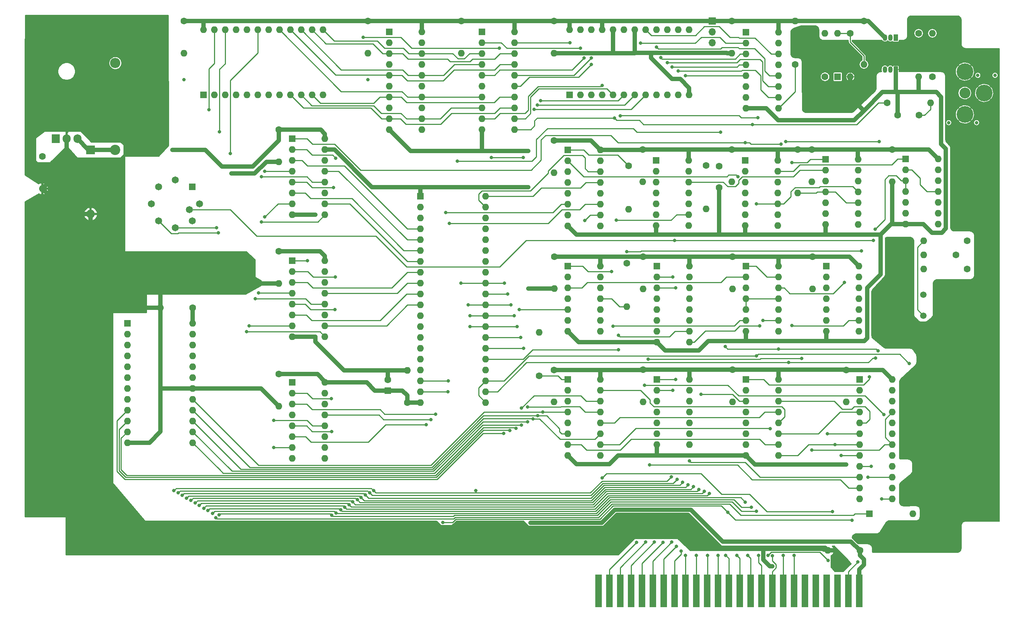
<source format=gbr>
G04 #@! TF.GenerationSoftware,KiCad,Pcbnew,5.1.8-5.1.8*
G04 #@! TF.CreationDate,2022-09-04T11:36:30-07:00*
G04 #@! TF.ProjectId,80cvc,38306376-632e-46b6-9963-61645f706362,rev?*
G04 #@! TF.SameCoordinates,Original*
G04 #@! TF.FileFunction,Copper,L1,Top*
G04 #@! TF.FilePolarity,Positive*
%FSLAX46Y46*%
G04 Gerber Fmt 4.6, Leading zero omitted, Abs format (unit mm)*
G04 Created by KiCad (PCBNEW 5.1.8-5.1.8) date 2022-09-04 11:36:30*
%MOMM*%
%LPD*%
G01*
G04 APERTURE LIST*
G04 #@! TA.AperFunction,ComponentPad*
%ADD10O,1.600000X1.600000*%
G04 #@! TD*
G04 #@! TA.AperFunction,ComponentPad*
%ADD11R,1.600000X1.600000*%
G04 #@! TD*
G04 #@! TA.AperFunction,ComponentPad*
%ADD12C,1.500000*%
G04 #@! TD*
G04 #@! TA.AperFunction,ComponentPad*
%ADD13R,1.650000X1.650000*%
G04 #@! TD*
G04 #@! TA.AperFunction,ComponentPad*
%ADD14C,1.650000*%
G04 #@! TD*
G04 #@! TA.AperFunction,ComponentPad*
%ADD15C,2.550000*%
G04 #@! TD*
G04 #@! TA.AperFunction,ComponentPad*
%ADD16C,3.900000*%
G04 #@! TD*
G04 #@! TA.AperFunction,ComponentPad*
%ADD17C,1.600000*%
G04 #@! TD*
G04 #@! TA.AperFunction,ComponentPad*
%ADD18R,1.700000X1.700000*%
G04 #@! TD*
G04 #@! TA.AperFunction,ComponentPad*
%ADD19O,1.700000X1.700000*%
G04 #@! TD*
G04 #@! TA.AperFunction,ConnectorPad*
%ADD20R,1.524000X7.620000*%
G04 #@! TD*
G04 #@! TA.AperFunction,ComponentPad*
%ADD21O,1.050000X1.500000*%
G04 #@! TD*
G04 #@! TA.AperFunction,ComponentPad*
%ADD22R,1.050000X1.500000*%
G04 #@! TD*
G04 #@! TA.AperFunction,ComponentPad*
%ADD23R,1.905000X2.000000*%
G04 #@! TD*
G04 #@! TA.AperFunction,ComponentPad*
%ADD24O,1.905000X2.000000*%
G04 #@! TD*
G04 #@! TA.AperFunction,ComponentPad*
%ADD25R,2.000000X2.000000*%
G04 #@! TD*
G04 #@! TA.AperFunction,ComponentPad*
%ADD26O,2.000000X2.000000*%
G04 #@! TD*
G04 #@! TA.AperFunction,ComponentPad*
%ADD27C,2.400000*%
G04 #@! TD*
G04 #@! TA.AperFunction,ComponentPad*
%ADD28O,2.400000X2.400000*%
G04 #@! TD*
G04 #@! TA.AperFunction,ViaPad*
%ADD29C,0.800000*%
G04 #@! TD*
G04 #@! TA.AperFunction,Conductor*
%ADD30C,1.000000*%
G04 #@! TD*
G04 #@! TA.AperFunction,Conductor*
%ADD31C,0.250000*%
G04 #@! TD*
G04 #@! TA.AperFunction,Conductor*
%ADD32C,0.150000*%
G04 #@! TD*
G04 #@! TA.AperFunction,Conductor*
%ADD33C,0.100000*%
G04 #@! TD*
G04 #@! TA.AperFunction,Conductor*
%ADD34C,0.254000*%
G04 #@! TD*
G04 APERTURE END LIST*
D10*
X227584000Y-30353000D03*
D11*
X227584000Y-40513000D03*
D12*
X247650000Y-96367600D03*
X247650000Y-91467600D03*
D13*
X76682600Y-66268600D03*
D14*
X78322600Y-70228600D03*
X76682600Y-74188600D03*
X72722600Y-75828600D03*
X68762600Y-74188600D03*
X67122600Y-70228600D03*
X68762600Y-66268600D03*
X72722600Y-64628600D03*
X75956600Y-71567600D03*
D15*
X257314700Y-44297600D03*
D16*
X257314700Y-39297600D03*
X261814700Y-44297600D03*
X257314700Y-49297600D03*
D10*
X74752200Y-34957400D03*
D17*
X74752200Y-27457400D03*
X255219200Y-82169000D03*
D10*
X247719200Y-82169000D03*
D17*
X76758800Y-94513400D03*
D10*
X69258800Y-94513400D03*
X96926400Y-60357400D03*
D17*
X96926400Y-52857400D03*
X96926400Y-81305400D03*
D10*
X96926400Y-88805400D03*
X96926400Y-117507400D03*
D17*
X96926400Y-110007400D03*
X117703600Y-27457400D03*
D10*
X117703600Y-34957400D03*
X139598400Y-34957400D03*
D17*
X139598400Y-27457400D03*
X161290000Y-27457400D03*
D10*
X161290000Y-34957400D03*
X161290000Y-62897400D03*
D17*
X161290000Y-55397400D03*
D10*
X161315400Y-90050000D03*
D17*
X161315400Y-82550000D03*
X161290000Y-109067600D03*
D10*
X161290000Y-116567600D03*
X181965600Y-65056400D03*
D17*
X181965600Y-57556400D03*
X182118000Y-82575400D03*
D10*
X182118000Y-90075400D03*
X182092600Y-116516800D03*
D17*
X182092600Y-109016800D03*
X202819000Y-27457400D03*
D10*
X202819000Y-34957400D03*
X202793600Y-65056400D03*
D17*
X202793600Y-57556400D03*
D10*
X202971400Y-90075400D03*
D17*
X202971400Y-82575400D03*
X202971400Y-109016800D03*
D10*
X202971400Y-116516800D03*
X221538800Y-65056400D03*
D17*
X221538800Y-57556400D03*
X221742000Y-82575400D03*
D10*
X221742000Y-90075400D03*
X229565200Y-116567600D03*
D17*
X229565200Y-109067600D03*
X240334800Y-57556400D03*
D10*
X240334800Y-65056400D03*
D17*
X41579800Y-59156600D03*
D10*
X41579800Y-66656600D03*
D17*
X199898000Y-66417200D03*
X199898000Y-61417200D03*
X241630200Y-49504600D03*
X246630200Y-49504600D03*
D11*
X122402600Y-113893600D03*
D17*
X122402600Y-111393600D03*
D11*
X234975400Y-142684500D03*
D10*
X245135400Y-142684500D03*
D18*
X198221600Y-27482800D03*
D19*
X198221600Y-30022800D03*
X198221600Y-32562800D03*
D20*
X197040000Y-160731200D03*
X199580000Y-160731200D03*
X202120000Y-160731200D03*
X204660000Y-160731200D03*
X207200000Y-160731200D03*
X209740000Y-160731200D03*
X212280000Y-160731200D03*
X214820000Y-160731200D03*
X217360000Y-160731200D03*
X219900000Y-160731200D03*
X222440000Y-160731200D03*
X224980000Y-160731200D03*
X227520000Y-160731200D03*
X230060000Y-160731200D03*
X232600000Y-160731200D03*
X174180000Y-160731200D03*
X181800000Y-160731200D03*
X171640000Y-160731200D03*
X176720000Y-160731200D03*
X179260000Y-160731200D03*
X191960000Y-160731200D03*
X189420000Y-160731200D03*
X184340000Y-160731200D03*
X194500000Y-160731200D03*
X186880000Y-160731200D03*
D21*
X239903000Y-38833000D03*
X238633000Y-38833000D03*
D22*
X241173000Y-38833000D03*
X241173000Y-31313000D03*
D21*
X238633000Y-31313000D03*
X239903000Y-31313000D03*
D17*
X239141000Y-46558200D03*
D10*
X249301000Y-46558200D03*
X247675400Y-85471000D03*
D17*
X257835400Y-85471000D03*
X257886200Y-78867000D03*
D10*
X247726200Y-78867000D03*
D17*
X217678000Y-37617400D03*
D10*
X217678000Y-27457400D03*
X224624900Y-30353000D03*
D17*
X224624900Y-40513000D03*
D10*
X230524600Y-40513000D03*
D17*
X230524600Y-30353000D03*
D10*
X233730800Y-37617400D03*
D17*
X233730800Y-27457400D03*
D10*
X246507000Y-40513000D03*
D17*
X246507000Y-30353000D03*
X249732800Y-40487600D03*
D10*
X249732800Y-30327600D03*
D17*
X218211400Y-57556400D03*
D10*
X218211400Y-67716400D03*
D17*
X196824600Y-61239400D03*
D10*
X196824600Y-71399400D03*
X178231800Y-94284800D03*
D17*
X178231800Y-84124800D03*
D10*
X178663600Y-71501000D03*
D17*
X178663600Y-61341000D03*
X157810200Y-110413800D03*
D10*
X157810200Y-100253800D03*
X192903900Y-111302800D03*
X185283900Y-126542800D03*
X192903900Y-113842800D03*
X185283900Y-124002800D03*
X192903900Y-116382800D03*
X185283900Y-121462800D03*
X192903900Y-118922800D03*
X185283900Y-118922800D03*
X192903900Y-121462800D03*
X185283900Y-116382800D03*
X192903900Y-124002800D03*
X185283900Y-113842800D03*
X192903900Y-126542800D03*
D11*
X185283900Y-111302800D03*
X130022600Y-68427600D03*
D10*
X145262600Y-116687600D03*
X130022600Y-70967600D03*
X145262600Y-114147600D03*
X130022600Y-73507600D03*
X145262600Y-111607600D03*
X130022600Y-76047600D03*
X145262600Y-109067600D03*
X130022600Y-78587600D03*
X145262600Y-106527600D03*
X130022600Y-81127600D03*
X145262600Y-103987600D03*
X130022600Y-83667600D03*
X145262600Y-101447600D03*
X130022600Y-86207600D03*
X145262600Y-98907600D03*
X130022600Y-88747600D03*
X145262600Y-96367600D03*
X130022600Y-91287600D03*
X145262600Y-93827600D03*
X130022600Y-93827600D03*
X145262600Y-91287600D03*
X130022600Y-96367600D03*
X145262600Y-88747600D03*
X130022600Y-98907600D03*
X145262600Y-86207600D03*
X130022600Y-101447600D03*
X145262600Y-83667600D03*
X130022600Y-103987600D03*
X145262600Y-81127600D03*
X130022600Y-106527600D03*
X145262600Y-78587600D03*
X130022600Y-109067600D03*
X145262600Y-76047600D03*
X130022600Y-111607600D03*
X145262600Y-73507600D03*
X130022600Y-114147600D03*
X145262600Y-70967600D03*
X130022600Y-116687600D03*
X145262600Y-68427600D03*
D11*
X61493400Y-98131000D03*
D10*
X76733400Y-126071000D03*
X61493400Y-100671000D03*
X76733400Y-123531000D03*
X61493400Y-103211000D03*
X76733400Y-120991000D03*
X61493400Y-105751000D03*
X76733400Y-118451000D03*
X61493400Y-108291000D03*
X76733400Y-115911000D03*
X61493400Y-110831000D03*
X76733400Y-113371000D03*
X61493400Y-113371000D03*
X76733400Y-110831000D03*
X61493400Y-115911000D03*
X76733400Y-108291000D03*
X61493400Y-118451000D03*
X76733400Y-105751000D03*
X61493400Y-120991000D03*
X76733400Y-103211000D03*
X61493400Y-123531000D03*
X76733400Y-100671000D03*
X61493400Y-126071000D03*
X76733400Y-98131000D03*
X213563200Y-60071000D03*
X205943200Y-75311000D03*
X213563200Y-62611000D03*
X205943200Y-72771000D03*
X213563200Y-65151000D03*
X205943200Y-70231000D03*
X213563200Y-67691000D03*
X205943200Y-67691000D03*
X213563200Y-70231000D03*
X205943200Y-65151000D03*
X213563200Y-72771000D03*
X205943200Y-62611000D03*
X213563200Y-75311000D03*
D11*
X205943200Y-60071000D03*
X224713800Y-59842400D03*
D10*
X232333800Y-75082400D03*
X224713800Y-62382400D03*
X232333800Y-72542400D03*
X224713800Y-64922400D03*
X232333800Y-70002400D03*
X224713800Y-67462400D03*
X232333800Y-67462400D03*
X224713800Y-70002400D03*
X232333800Y-64922400D03*
X224713800Y-72542400D03*
X232333800Y-62382400D03*
X224713800Y-75082400D03*
X232333800Y-59842400D03*
X192903900Y-84785200D03*
X185283900Y-102565200D03*
X192903900Y-87325200D03*
X185283900Y-100025200D03*
X192903900Y-89865200D03*
X185283900Y-97485200D03*
X192903900Y-92405200D03*
X185283900Y-94945200D03*
X192903900Y-94945200D03*
X185283900Y-92405200D03*
X192903900Y-97485200D03*
X185283900Y-89865200D03*
X192903900Y-100025200D03*
X185283900Y-87325200D03*
X192903900Y-102565200D03*
D11*
X185283900Y-84785200D03*
X164446800Y-111302800D03*
D10*
X172066800Y-129082800D03*
X164446800Y-113842800D03*
X172066800Y-126542800D03*
X164446800Y-116382800D03*
X172066800Y-124002800D03*
X164446800Y-118922800D03*
X172066800Y-121462800D03*
X164446800Y-121462800D03*
X172066800Y-118922800D03*
X164446800Y-124002800D03*
X172066800Y-116382800D03*
X164446800Y-126542800D03*
X172066800Y-113842800D03*
X164446800Y-129082800D03*
X172066800Y-111302800D03*
X107693400Y-111988600D03*
X100073400Y-129768600D03*
X107693400Y-114528600D03*
X100073400Y-127228600D03*
X107693400Y-117068600D03*
X100073400Y-124688600D03*
X107693400Y-119608600D03*
X100073400Y-122148600D03*
X107693400Y-122148600D03*
X100073400Y-119608600D03*
X107693400Y-124688600D03*
X100073400Y-117068600D03*
X107693400Y-127228600D03*
X100073400Y-114528600D03*
X107693400Y-129768600D03*
D11*
X100073400Y-111988600D03*
D10*
X107693400Y-83485532D03*
X100073400Y-101265532D03*
X107693400Y-86025532D03*
X100073400Y-98725532D03*
X107693400Y-88565532D03*
X100073400Y-96185532D03*
X107693400Y-91105532D03*
X100073400Y-93645532D03*
X107693400Y-93645532D03*
X100073400Y-91105532D03*
X107693400Y-96185532D03*
X100073400Y-88565532D03*
X107693400Y-98725532D03*
X100073400Y-86025532D03*
X107693400Y-101265532D03*
D11*
X100073400Y-83485532D03*
X100073400Y-54982466D03*
D10*
X107693400Y-72762466D03*
X100073400Y-57522466D03*
X107693400Y-70222466D03*
X100073400Y-60062466D03*
X107693400Y-67682466D03*
X100073400Y-62602466D03*
X107693400Y-65142466D03*
X100073400Y-65142466D03*
X107693400Y-62602466D03*
X100073400Y-67682466D03*
X107693400Y-60062466D03*
X100073400Y-70222466D03*
X107693400Y-57522466D03*
X100073400Y-72762466D03*
X107693400Y-54982466D03*
D11*
X164446800Y-84785200D03*
D10*
X172066800Y-100025200D03*
X164446800Y-87325200D03*
X172066800Y-97485200D03*
X164446800Y-89865200D03*
X172066800Y-94945200D03*
X164446800Y-92405200D03*
X172066800Y-92405200D03*
X164446800Y-94945200D03*
X172066800Y-89865200D03*
X164446800Y-97485200D03*
X172066800Y-87325200D03*
X164446800Y-100025200D03*
X172066800Y-84785200D03*
D11*
X206121000Y-111302800D03*
D10*
X213741000Y-129082800D03*
X206121000Y-113842800D03*
X213741000Y-126542800D03*
X206121000Y-116382800D03*
X213741000Y-124002800D03*
X206121000Y-118922800D03*
X213741000Y-121462800D03*
X206121000Y-121462800D03*
X213741000Y-118922800D03*
X206121000Y-124002800D03*
X213741000Y-116382800D03*
X206121000Y-126542800D03*
X213741000Y-113842800D03*
X206121000Y-129082800D03*
X213741000Y-111302800D03*
D11*
X206121000Y-84785200D03*
D10*
X213741000Y-100025200D03*
X206121000Y-87325200D03*
X213741000Y-97485200D03*
X206121000Y-89865200D03*
X213741000Y-94945200D03*
X206121000Y-92405200D03*
X213741000Y-92405200D03*
X206121000Y-94945200D03*
X213741000Y-89865200D03*
X206121000Y-97485200D03*
X213741000Y-87325200D03*
X206121000Y-100025200D03*
X213741000Y-84785200D03*
D11*
X79273400Y-44729400D03*
D10*
X107213400Y-29489400D03*
X81813400Y-44729400D03*
X104673400Y-29489400D03*
X84353400Y-44729400D03*
X102133400Y-29489400D03*
X86893400Y-44729400D03*
X99593400Y-29489400D03*
X89433400Y-44729400D03*
X97053400Y-29489400D03*
X91973400Y-44729400D03*
X94513400Y-29489400D03*
X94513400Y-44729400D03*
X91973400Y-29489400D03*
X97053400Y-44729400D03*
X89433400Y-29489400D03*
X99593400Y-44729400D03*
X86893400Y-29489400D03*
X102133400Y-44729400D03*
X84353400Y-29489400D03*
X104673400Y-44729400D03*
X81813400Y-29489400D03*
X107213400Y-44729400D03*
X79273400Y-29489400D03*
D11*
X122699600Y-29979400D03*
D10*
X130319600Y-52839400D03*
X122699600Y-32519400D03*
X130319600Y-50299400D03*
X122699600Y-35059400D03*
X130319600Y-47759400D03*
X122699600Y-37599400D03*
X130319600Y-45219400D03*
X122699600Y-40139400D03*
X130319600Y-42679400D03*
X122699600Y-42679400D03*
X130319600Y-40139400D03*
X122699600Y-45219400D03*
X130319600Y-37599400D03*
X122699600Y-47759400D03*
X130319600Y-35059400D03*
X122699600Y-50299400D03*
X130319600Y-32519400D03*
X122699600Y-52839400D03*
X130319600Y-29979400D03*
D11*
X243484400Y-59740800D03*
D10*
X251104400Y-74980800D03*
X243484400Y-62280800D03*
X251104400Y-72440800D03*
X243484400Y-64820800D03*
X251104400Y-69900800D03*
X243484400Y-67360800D03*
X251104400Y-67360800D03*
X243484400Y-69900800D03*
X251104400Y-64820800D03*
X243484400Y-72440800D03*
X251104400Y-62280800D03*
X243484400Y-74980800D03*
X251104400Y-59740800D03*
X152006000Y-29979400D03*
X144386000Y-52839400D03*
X152006000Y-32519400D03*
X144386000Y-50299400D03*
X152006000Y-35059400D03*
X144386000Y-47759400D03*
X152006000Y-37599400D03*
X144386000Y-45219400D03*
X152006000Y-40139400D03*
X144386000Y-42679400D03*
X152006000Y-42679400D03*
X144386000Y-40139400D03*
X152006000Y-45219400D03*
X144386000Y-37599400D03*
X152006000Y-47759400D03*
X144386000Y-35059400D03*
X152006000Y-50299400D03*
X144386000Y-32519400D03*
X152006000Y-52839400D03*
D11*
X144386000Y-29979400D03*
D10*
X172066800Y-57581800D03*
X164446800Y-75361800D03*
X172066800Y-60121800D03*
X164446800Y-72821800D03*
X172066800Y-62661800D03*
X164446800Y-70281800D03*
X172066800Y-65201800D03*
X164446800Y-67741800D03*
X172066800Y-67741800D03*
X164446800Y-65201800D03*
X172066800Y-70281800D03*
X164446800Y-62661800D03*
X172066800Y-72821800D03*
X164446800Y-60121800D03*
X172066800Y-75361800D03*
D11*
X164446800Y-57581800D03*
D10*
X164896800Y-29489400D03*
X192836800Y-44729400D03*
X167436800Y-29489400D03*
X190296800Y-44729400D03*
X169976800Y-29489400D03*
X187756800Y-44729400D03*
X172516800Y-29489400D03*
X185216800Y-44729400D03*
X175056800Y-29489400D03*
X182676800Y-44729400D03*
X177596800Y-29489400D03*
X180136800Y-44729400D03*
X180136800Y-29489400D03*
X177596800Y-44729400D03*
X182676800Y-29489400D03*
X175056800Y-44729400D03*
X185216800Y-29489400D03*
X172516800Y-44729400D03*
X187756800Y-29489400D03*
X169976800Y-44729400D03*
X190296800Y-29489400D03*
X167436800Y-44729400D03*
X192836800Y-29489400D03*
D11*
X164896800Y-44729400D03*
X206121000Y-30124400D03*
D10*
X213741000Y-47904400D03*
X206121000Y-32664400D03*
X213741000Y-45364400D03*
X206121000Y-35204400D03*
X213741000Y-42824400D03*
X206121000Y-37744400D03*
X213741000Y-40284400D03*
X206121000Y-40284400D03*
X213741000Y-37744400D03*
X206121000Y-42824400D03*
X213741000Y-35204400D03*
X206121000Y-45364400D03*
X213741000Y-32664400D03*
X206121000Y-47904400D03*
X213741000Y-30124400D03*
D23*
X44729400Y-55016400D03*
D24*
X47269400Y-55016400D03*
X49809400Y-55016400D03*
D10*
X232511600Y-84785200D03*
X224891600Y-100025200D03*
X232511600Y-87325200D03*
X224891600Y-97485200D03*
X232511600Y-89865200D03*
X224891600Y-94945200D03*
X232511600Y-92405200D03*
X224891600Y-92405200D03*
X232511600Y-94945200D03*
X224891600Y-89865200D03*
X232511600Y-97485200D03*
X224891600Y-87325200D03*
X232511600Y-100025200D03*
D11*
X224891600Y-84785200D03*
D10*
X192726100Y-60045600D03*
X185106100Y-75285600D03*
X192726100Y-62585600D03*
X185106100Y-72745600D03*
X192726100Y-65125600D03*
X185106100Y-70205600D03*
X192726100Y-67665600D03*
X185106100Y-67665600D03*
X192726100Y-70205600D03*
X185106100Y-65125600D03*
X192726100Y-72745600D03*
X185106100Y-62585600D03*
X192726100Y-75285600D03*
D11*
X185106100Y-60045600D03*
D25*
X52857400Y-57581800D03*
D26*
X52857400Y-72581800D03*
D27*
X58648600Y-57581800D03*
D28*
X58648600Y-37261800D03*
D17*
X126923800Y-116662200D03*
D10*
X126923800Y-109162200D03*
D11*
X232740200Y-111302800D03*
D10*
X240360200Y-139242800D03*
X232740200Y-113842800D03*
X240360200Y-136702800D03*
X232740200Y-116382800D03*
X240360200Y-134162800D03*
X232740200Y-118922800D03*
X240360200Y-131622800D03*
X232740200Y-121462800D03*
X240360200Y-129082800D03*
X232740200Y-124002800D03*
X240360200Y-126542800D03*
X232740200Y-126542800D03*
X240360200Y-124002800D03*
X232740200Y-129082800D03*
X240360200Y-121462800D03*
X232740200Y-131622800D03*
X240360200Y-118922800D03*
X232740200Y-134162800D03*
X240360200Y-116382800D03*
X232740200Y-136702800D03*
X240360200Y-113842800D03*
X232740200Y-139242800D03*
X240360200Y-111302800D03*
D17*
X232765600Y-151257000D03*
D10*
X225265600Y-151257000D03*
D29*
X253555500Y-51216560D03*
X260070600Y-51216560D03*
X260350000Y-40157400D03*
X264388600Y-40157400D03*
X229616000Y-131191000D03*
X202971400Y-129082800D03*
X221538800Y-77419200D03*
X181965600Y-77419200D03*
X202793600Y-77419200D03*
X105435400Y-101269800D03*
X105435400Y-72771000D03*
X85775800Y-113360200D03*
X85775800Y-63093600D03*
X155244800Y-66294000D03*
X155244800Y-57835800D03*
X85775800Y-87020400D03*
X228777800Y-154533600D03*
X229606987Y-153686387D03*
X202971400Y-102311200D03*
X219811600Y-131191000D03*
X182118000Y-102565200D03*
X182092600Y-129082800D03*
X155244800Y-90043000D03*
X209118200Y-150622000D03*
X212293200Y-154940000D03*
X232638600Y-149225000D03*
X236880400Y-149225000D03*
X235483400Y-149225000D03*
X234111800Y-149225000D03*
X180143800Y-34957400D03*
X175056800Y-34950400D03*
X74752200Y-41148000D03*
X117703600Y-41198800D03*
X65798700Y-26466800D03*
X70662800Y-29108400D03*
X60934600Y-29108400D03*
X47269400Y-52527200D03*
X54711600Y-52806600D03*
X62153800Y-52806600D03*
X69596000Y-51866800D03*
X51917600Y-47193200D03*
X70662800Y-40487600D03*
X242062000Y-148691600D03*
X244500400Y-146177000D03*
X244373400Y-151257000D03*
X255397000Y-151079200D03*
X255651000Y-143891000D03*
X248412000Y-143637000D03*
X242620800Y-87553800D03*
X242620800Y-92532200D03*
X242620800Y-97510600D03*
X242620800Y-102489000D03*
X251256800Y-98412300D03*
X255587500Y-98412300D03*
X264363200Y-98412300D03*
X254101600Y-88722200D03*
X260426200Y-88925400D03*
X264363200Y-90627200D03*
X251282200Y-90678000D03*
X247167400Y-106197400D03*
X247167400Y-113982500D03*
X247167400Y-129552700D03*
X247167400Y-137337800D03*
X264363200Y-137337800D03*
X264363200Y-129552700D03*
X264363200Y-113982500D03*
X264363200Y-106197400D03*
X247167400Y-121767600D03*
X264363200Y-121767600D03*
X255587500Y-113982500D03*
X255765300Y-129552700D03*
X259638800Y-76022200D03*
X264591800Y-74777600D03*
X255092200Y-74777600D03*
X253339600Y-35509200D03*
X264591800Y-35509200D03*
X258711700Y-35509200D03*
X253339600Y-40157400D03*
X253898400Y-54229000D03*
X264591800Y-51216560D03*
X255092200Y-59070240D03*
X255092200Y-66923920D03*
X264591800Y-66923920D03*
X264591800Y-59070240D03*
X153873200Y-147269200D03*
X148361400Y-147269200D03*
X135864600Y-147269200D03*
X124197528Y-147269200D03*
X114305640Y-147269200D03*
X104413752Y-147269200D03*
X114305640Y-144805400D03*
X124197528Y-144805400D03*
X104413752Y-144805400D03*
X94521864Y-147269200D03*
X94521864Y-144805400D03*
X84629976Y-147269200D03*
X84629976Y-144805400D03*
X74738088Y-147269200D03*
X56921400Y-136880600D03*
X64846200Y-147269200D03*
X48895000Y-147269200D03*
X43738800Y-136880600D03*
X45821600Y-59969400D03*
X56565800Y-59842400D03*
X45339000Y-66624200D03*
X57073800Y-66852800D03*
X56921400Y-74422000D03*
X43738800Y-74422000D03*
X43738800Y-105651300D03*
X43738800Y-90036650D03*
X43738800Y-121265950D03*
X56921400Y-121265950D03*
X56921400Y-105651300D03*
X56921400Y-90036650D03*
X148361400Y-144780000D03*
X138709400Y-144780000D03*
X74738088Y-144805400D03*
X64846200Y-144805400D03*
X72034400Y-57581800D03*
X232308400Y-153974800D03*
X82194400Y-143637000D03*
X208584800Y-105791000D03*
X244322600Y-107594400D03*
X225323400Y-153593800D03*
X211292811Y-152400000D03*
X135229600Y-144754600D03*
X201853800Y-142341600D03*
X230911400Y-144195800D03*
X216865200Y-60604400D03*
X81432400Y-142570200D03*
X110261400Y-142494000D03*
X207391000Y-141173200D03*
X197129400Y-152400000D03*
X82956400Y-142976600D03*
X109270800Y-143052800D03*
X109270800Y-123444000D03*
X208584800Y-142138400D03*
X199593200Y-152400000D03*
X201422000Y-152400000D03*
X203987400Y-152400000D03*
X235000800Y-110693200D03*
X225145600Y-124002800D03*
X206527400Y-152400000D03*
X226974400Y-126542800D03*
X209067400Y-152400000D03*
X172516800Y-134340600D03*
X226364800Y-142214600D03*
X212293200Y-152476200D03*
X228422200Y-129082800D03*
X214807800Y-152400000D03*
X234696000Y-134162800D03*
X236423200Y-106248200D03*
X216103200Y-107340400D03*
X217347800Y-152400000D03*
X235458000Y-131622800D03*
X72390000Y-137312400D03*
X119100600Y-137312400D03*
X110236000Y-59537600D03*
X188645800Y-134086600D03*
X180568600Y-149352000D03*
X142925800Y-137287000D03*
X149453600Y-123901200D03*
X82727800Y-77012800D03*
X153670000Y-121945400D03*
X153670000Y-118008400D03*
X151180800Y-93827600D03*
X141198600Y-93827600D03*
X75311000Y-139039600D03*
X116154200Y-138861800D03*
X192608200Y-135940800D03*
X189738000Y-111302800D03*
X189738000Y-89865200D03*
X186766200Y-149352000D03*
X73406000Y-137820400D03*
X118135400Y-137820400D03*
X190017400Y-134670800D03*
X182702200Y-149326600D03*
X149631400Y-88747600D03*
X150901400Y-123229210D03*
X139522200Y-88773000D03*
X150444200Y-91287600D03*
X152349200Y-122670410D03*
X74320400Y-138379200D03*
X117144800Y-138277600D03*
X109728000Y-66421000D03*
X191338200Y-135356600D03*
X189001400Y-113842800D03*
X189001400Y-87325200D03*
X184708800Y-149326600D03*
X79375000Y-141401800D03*
X112344200Y-141147800D03*
X197612000Y-137922000D03*
X191973200Y-152400000D03*
X158648400Y-118922800D03*
X154127200Y-103987600D03*
X157454600Y-119761000D03*
X153441400Y-101447600D03*
X78282800Y-140716000D03*
X113309400Y-140538200D03*
X110058200Y-94919800D03*
X196392800Y-137464800D03*
X190931800Y-151384000D03*
X76327000Y-139598400D03*
X115239800Y-139420600D03*
X110109000Y-87299800D03*
X193852800Y-136372600D03*
X188798200Y-149326600D03*
X82346800Y-75844400D03*
X155041600Y-121208800D03*
X151917400Y-96367600D03*
X141630400Y-96367600D03*
X155041600Y-117703600D03*
X80314800Y-141935200D03*
X111353600Y-141782800D03*
X109220000Y-115798600D03*
X205968600Y-139954000D03*
X194564000Y-152400000D03*
X221564200Y-127812800D03*
X152654000Y-98933000D03*
X156337000Y-120486010D03*
X141605000Y-98907600D03*
X77368400Y-140182600D03*
X114173000Y-139928600D03*
X195148200Y-136982200D03*
X189865000Y-150342600D03*
X178231800Y-81432400D03*
X233146600Y-81254600D03*
X116636800Y-31267400D03*
X148463000Y-33832800D03*
X207645000Y-51638200D03*
X175412400Y-50139600D03*
X237261400Y-55651400D03*
X215442800Y-55626000D03*
X219125800Y-106349800D03*
X183286400Y-106527600D03*
X183565800Y-131292600D03*
X192887600Y-130327400D03*
X176326800Y-104343200D03*
X176326800Y-100990400D03*
X133604000Y-119380000D03*
X132486400Y-120650000D03*
X131368800Y-121894600D03*
X158115000Y-46101000D03*
X157327600Y-47091600D03*
X135915400Y-72237600D03*
X136499600Y-111607600D03*
X156591000Y-48107600D03*
X136753600Y-74777600D03*
X136474200Y-114147600D03*
X237032800Y-104571800D03*
X237871000Y-139217400D03*
X213741000Y-104140000D03*
X201295000Y-103606600D03*
X200202800Y-53492400D03*
X138684000Y-60248800D03*
X182448200Y-112649000D03*
X238353600Y-119456200D03*
X205943200Y-55880000D03*
X103606600Y-83489800D03*
X214299800Y-56261000D03*
X209346800Y-98755200D03*
X208610200Y-70231000D03*
X229133400Y-88595200D03*
X175082200Y-98856800D03*
X211759800Y-122758200D03*
X95758000Y-127228600D03*
X85598000Y-58420000D03*
X83058000Y-53340000D03*
X95758000Y-120853200D03*
X80543400Y-48234600D03*
X89941400Y-98729800D03*
X91389200Y-92405200D03*
X92125800Y-91084400D03*
X89382600Y-100101400D03*
X92811600Y-74422000D03*
X93624400Y-62585600D03*
X92811600Y-63906400D03*
X93624400Y-73304400D03*
X208915000Y-50038000D03*
X176758600Y-49606200D03*
X174752000Y-86029800D03*
X175818800Y-74041000D03*
X168452800Y-74117200D03*
X146583400Y-59359800D03*
X154076400Y-59359800D03*
X153136600Y-94919800D03*
X195605400Y-114731800D03*
X210083400Y-97485200D03*
X204280406Y-63852884D03*
X236347000Y-76149200D03*
X164973000Y-32512000D03*
X172516800Y-42494200D03*
X169976800Y-36068000D03*
X169976800Y-37642800D03*
X168300400Y-36068000D03*
X167436800Y-33807400D03*
X188849000Y-38176200D03*
X186232800Y-36042600D03*
X181457600Y-32664400D03*
X185216800Y-33553400D03*
X187756800Y-37185600D03*
X190296800Y-39116000D03*
X192024000Y-40284400D03*
X216839800Y-98704400D03*
X233705400Y-154101800D03*
X155752800Y-144780000D03*
X189484000Y-78740000D03*
X235966000Y-78765400D03*
D30*
X41579800Y-66656600D02*
X46990000Y-61246400D01*
X46990000Y-61246400D02*
X47008400Y-61246400D01*
X47269400Y-60985400D02*
X47269400Y-55016400D01*
X47008400Y-61246400D02*
X47269400Y-60985400D01*
X47505000Y-72581800D02*
X41579800Y-66656600D01*
X52857400Y-72581800D02*
X47505000Y-72581800D01*
X240334800Y-74980800D02*
X243484400Y-74980800D01*
X240334800Y-65056400D02*
X240334800Y-74980800D01*
X240080800Y-74980800D02*
X240334800Y-74980800D01*
X237642400Y-77419200D02*
X240080800Y-74980800D01*
X164446800Y-75361800D02*
X166504200Y-77419200D01*
X224713800Y-75082400D02*
X224713800Y-77419200D01*
X224713800Y-77419200D02*
X237642400Y-77419200D01*
X205943200Y-75311000D02*
X205943200Y-77419200D01*
X205943200Y-77419200D02*
X224713800Y-77419200D01*
X185106100Y-77402900D02*
X185089800Y-77419200D01*
X185106100Y-75285600D02*
X185106100Y-77402900D01*
X166986800Y-102565200D02*
X185283900Y-102565200D01*
X164446800Y-100025200D02*
X166986800Y-102565200D01*
X185283900Y-102565200D02*
X187239700Y-104521000D01*
X187239700Y-104521000D02*
X195097400Y-104521000D01*
X195097400Y-104521000D02*
X197307200Y-102311200D01*
X233781600Y-102311200D02*
X234467400Y-101625400D01*
X234467400Y-101625400D02*
X234467400Y-89890600D01*
X237642400Y-86715600D02*
X237642400Y-77419200D01*
X234467400Y-89890600D02*
X237642400Y-86715600D01*
X164446800Y-129082800D02*
X166478800Y-131114800D01*
X166478800Y-131114800D02*
X174193200Y-131114800D01*
X174193200Y-131114800D02*
X176225200Y-129082800D01*
X206121000Y-129082800D02*
X208229200Y-131191000D01*
X185283900Y-129073700D02*
X185293000Y-129082800D01*
X185283900Y-126542800D02*
X185283900Y-129073700D01*
X185293000Y-129082800D02*
X206121000Y-129082800D01*
X176225200Y-129082800D02*
X185293000Y-129082800D01*
X122699600Y-52839400D02*
X127696000Y-57835800D01*
X144386000Y-57822800D02*
X144399000Y-57835800D01*
X144386000Y-52839400D02*
X144386000Y-57822800D01*
X127696000Y-57835800D02*
X144399000Y-57835800D01*
X181940200Y-77419200D02*
X185089800Y-77419200D01*
X166504200Y-77419200D02*
X181940200Y-77419200D01*
X105431132Y-101265532D02*
X105435400Y-101269800D01*
X100073400Y-101265532D02*
X105431132Y-101265532D01*
X100073400Y-72762466D02*
X105426866Y-72762466D01*
X105426866Y-72762466D02*
X105435400Y-72771000D01*
X76744200Y-113360200D02*
X76733400Y-113371000D01*
X85775800Y-113360200D02*
X76744200Y-113360200D01*
X92779200Y-113360200D02*
X96926400Y-117507400D01*
X85775800Y-113360200D02*
X92779200Y-113360200D01*
X112134000Y-109162200D02*
X112376600Y-109162200D01*
X105435400Y-102463600D02*
X112134000Y-109162200D01*
X105435400Y-101269800D02*
X105435400Y-102463600D01*
X122409600Y-109162200D02*
X126923800Y-109162200D01*
X112376600Y-109162200D02*
X122409600Y-109162200D01*
X130022600Y-66319400D02*
X130048000Y-66294000D01*
X130022600Y-68427600D02*
X130022600Y-66319400D01*
X130048000Y-66294000D02*
X155244800Y-66294000D01*
X69258800Y-94513400D02*
X55270400Y-94513400D01*
X52857400Y-92100400D02*
X52857400Y-72581800D01*
X55270400Y-94513400D02*
X52857400Y-92100400D01*
X69258800Y-94513400D02*
X69258800Y-87027400D01*
X69258800Y-87027400D02*
X69277200Y-87045800D01*
X69277200Y-87045800D02*
X89001600Y-87045800D01*
X90761200Y-88805400D02*
X96926400Y-88805400D01*
X89001600Y-87045800D02*
X90761200Y-88805400D01*
X228777800Y-154515574D02*
X229606987Y-153686387D01*
X228777800Y-154533600D02*
X228777800Y-154515574D01*
X229606987Y-153686387D02*
X227177600Y-151257000D01*
X227177600Y-151257000D02*
X225265600Y-151257000D01*
X118694200Y-66294000D02*
X130048000Y-66294000D01*
X109922666Y-57522466D02*
X118694200Y-66294000D01*
X107693400Y-57522466D02*
X109922666Y-57522466D01*
X206121000Y-100025200D02*
X206121000Y-102311200D01*
X197307200Y-102311200D02*
X206121000Y-102311200D01*
X224891600Y-100025200D02*
X224891600Y-102311200D01*
X224891600Y-102311200D02*
X233781600Y-102311200D01*
X206121000Y-102311200D02*
X224891600Y-102311200D01*
X219811600Y-131191000D02*
X229616000Y-131191000D01*
X208229200Y-131191000D02*
X219811600Y-131191000D01*
X122402600Y-109169200D02*
X122409600Y-109162200D01*
X122402600Y-111393600D02*
X122402600Y-109169200D01*
X243484400Y-74980800D02*
X247650000Y-74980800D01*
X247650000Y-74980800D02*
X249631200Y-76962000D01*
X249631200Y-76962000D02*
X251917200Y-76962000D01*
X251917200Y-76962000D02*
X252882400Y-75996800D01*
X252882400Y-75996800D02*
X252882400Y-57378600D01*
X252882400Y-57378600D02*
X251790200Y-56286400D01*
X251790200Y-56286400D02*
X251790200Y-45262800D01*
X251790200Y-45262800D02*
X250621800Y-44094400D01*
X231444800Y-50698400D02*
X213639400Y-50698400D01*
X210845400Y-47904400D02*
X206121000Y-47904400D01*
X213639400Y-50698400D02*
X210845400Y-47904400D01*
X144399000Y-57835800D02*
X155244800Y-57835800D01*
X47505000Y-72581800D02*
X46405800Y-73681000D01*
X46405800Y-73681000D02*
X46405800Y-141935200D01*
X134681098Y-145859500D02*
X137579100Y-145859500D01*
X138658600Y-144780000D02*
X138709400Y-144780000D01*
X46405800Y-141935200D02*
X49276000Y-144805400D01*
X133626998Y-144805400D02*
X134681098Y-145859500D01*
X137579100Y-145859500D02*
X138658600Y-144780000D01*
X49276000Y-144805400D02*
X65100200Y-144805400D01*
X224630600Y-150622000D02*
X225265600Y-151257000D01*
X153847800Y-144780000D02*
X155067000Y-145999200D01*
X192557400Y-142951200D02*
X200228200Y-150622000D01*
X155067000Y-145999200D02*
X172948600Y-145999200D01*
X172948600Y-145999200D02*
X175996600Y-142951200D01*
X175996600Y-142951200D02*
X192557400Y-142951200D01*
X161315400Y-90050000D02*
X155251800Y-90050000D01*
X155251800Y-90050000D02*
X155244800Y-90043000D01*
X91262200Y-63093600D02*
X85775800Y-63093600D01*
X93998400Y-60357400D02*
X91262200Y-63093600D01*
X96926400Y-60357400D02*
X93998400Y-60357400D01*
X175056800Y-34950400D02*
X175056800Y-34950400D01*
X175056800Y-29489400D02*
X175056800Y-34950400D01*
X161290000Y-34957400D02*
X175049800Y-34957400D01*
X180136800Y-34950400D02*
X180143800Y-34957400D01*
X180136800Y-29489400D02*
X180136800Y-34950400D01*
X175049800Y-34957400D02*
X180143800Y-34957400D01*
X180143800Y-34957400D02*
X180158601Y-34942599D01*
X201672829Y-34942599D02*
X201687630Y-34957400D01*
X201687630Y-34957400D02*
X202819000Y-34957400D01*
X246507000Y-43967400D02*
X246634000Y-44094400D01*
X246507000Y-40513000D02*
X246507000Y-43967400D01*
X250621800Y-44094400D02*
X246634000Y-44094400D01*
X241173000Y-44043600D02*
X241223800Y-44094400D01*
X241173000Y-38833000D02*
X241173000Y-44043600D01*
X241223800Y-44094400D02*
X238048800Y-44094400D01*
X241630200Y-44119800D02*
X241604800Y-44094400D01*
X241630200Y-49504600D02*
X241630200Y-44119800D01*
X241604800Y-44094400D02*
X241223800Y-44094400D01*
X246634000Y-44094400D02*
X241604800Y-44094400D01*
X200228200Y-150622000D02*
X209118200Y-150622000D01*
X210439000Y-150622000D02*
X224630600Y-150622000D01*
X209118200Y-150622000D02*
X210439000Y-150622000D01*
X212293200Y-154940000D02*
X211727515Y-154940000D01*
X210192801Y-153405286D02*
X210192801Y-150868199D01*
X211727515Y-154940000D02*
X210192801Y-153405286D01*
X210192801Y-150868199D02*
X210439000Y-150622000D01*
X192836800Y-44729400D02*
X192836800Y-43103800D01*
X192836800Y-43103800D02*
X190779400Y-41046400D01*
X190779400Y-41046400D02*
X188874400Y-41046400D01*
X183964399Y-36136399D02*
X183964399Y-34942599D01*
X188874400Y-41046400D02*
X183964399Y-36136399D01*
X183964399Y-34942599D02*
X201672829Y-34942599D01*
X180158601Y-34942599D02*
X183964399Y-34942599D01*
X199898000Y-77343000D02*
X199974200Y-77419200D01*
X199898000Y-66417200D02*
X199898000Y-77343000D01*
X199974200Y-77419200D02*
X205943200Y-77419200D01*
X185089800Y-77419200D02*
X199974200Y-77419200D01*
X76718800Y-113385600D02*
X69258800Y-113385600D01*
X76733400Y-113371000D02*
X76718800Y-113385600D01*
X66689600Y-126071000D02*
X61493400Y-126071000D01*
X69258800Y-123501800D02*
X66689600Y-126071000D01*
X69258800Y-94513400D02*
X69258800Y-123501800D01*
X180143800Y-34957400D02*
X180143800Y-34957400D01*
X175056800Y-34950400D02*
X175049800Y-34957400D01*
X108127800Y-144805400D02*
X121183400Y-144805400D01*
X121183400Y-144805400D02*
X133626998Y-144805400D01*
X94716600Y-144805400D02*
X108127800Y-144805400D01*
X85420200Y-144805400D02*
X94716600Y-144805400D01*
X72796400Y-144805400D02*
X74828400Y-144805400D01*
X148361400Y-144780000D02*
X153847800Y-144780000D01*
X138709400Y-144780000D02*
X148361400Y-144780000D01*
X74828400Y-144805400D02*
X85420200Y-144805400D01*
X65100200Y-144805400D02*
X72796400Y-144805400D01*
X230524600Y-45231600D02*
X233718100Y-48425100D01*
X230524600Y-40513000D02*
X230524600Y-45231600D01*
X233718100Y-48425100D02*
X231444800Y-50698400D01*
X238048800Y-44094400D02*
X233718100Y-48425100D01*
X58648600Y-57581800D02*
X52857400Y-57581800D01*
X52374800Y-57581800D02*
X49809400Y-55016400D01*
X52857400Y-57581800D02*
X52374800Y-57581800D01*
X234777400Y-27457400D02*
X238633000Y-31313000D01*
X233730800Y-27457400D02*
X234777400Y-27457400D01*
X233730800Y-27457400D02*
X217678000Y-27457400D01*
X198247000Y-27457400D02*
X198221600Y-27482800D01*
X202819000Y-27457400D02*
X198247000Y-27457400D01*
X161315400Y-27482800D02*
X161290000Y-27457400D01*
X182041800Y-109067600D02*
X182092600Y-109016800D01*
X229514400Y-109016800D02*
X229565200Y-109067600D01*
X238125000Y-109067600D02*
X240360200Y-111302800D01*
X229565200Y-109067600D02*
X238125000Y-109067600D01*
X172066800Y-109085800D02*
X172085000Y-109067600D01*
X172066800Y-111302800D02*
X172066800Y-109085800D01*
X172085000Y-109067600D02*
X182041800Y-109067600D01*
X161290000Y-109067600D02*
X172085000Y-109067600D01*
X192903900Y-109025900D02*
X192913000Y-109016800D01*
X192903900Y-111302800D02*
X192903900Y-109025900D01*
X192913000Y-109016800D02*
X202971400Y-109016800D01*
X182092600Y-109016800D02*
X192913000Y-109016800D01*
X213741000Y-109016800D02*
X229514400Y-109016800D01*
X213741000Y-111302800D02*
X213741000Y-109016800D01*
X202971400Y-109016800D02*
X213741000Y-109016800D01*
X182092600Y-82550000D02*
X182118000Y-82575400D01*
X230301800Y-82575400D02*
X232511600Y-84785200D01*
X221742000Y-82575400D02*
X230301800Y-82575400D01*
X213741000Y-82600800D02*
X213715600Y-82575400D01*
X213715600Y-82575400D02*
X221742000Y-82575400D01*
X213741000Y-84785200D02*
X213741000Y-82600800D01*
X202971400Y-82575400D02*
X213715600Y-82575400D01*
X192903900Y-82584500D02*
X192913000Y-82575400D01*
X192903900Y-84785200D02*
X192903900Y-82584500D01*
X192913000Y-82575400D02*
X202971400Y-82575400D01*
X182118000Y-82575400D02*
X192913000Y-82575400D01*
X172066800Y-82557200D02*
X172059600Y-82550000D01*
X172066800Y-84785200D02*
X172066800Y-82557200D01*
X172059600Y-82550000D02*
X182092600Y-82550000D01*
X161315400Y-82550000D02*
X172059600Y-82550000D01*
X169882400Y-55397400D02*
X172066800Y-57581800D01*
X161290000Y-55397400D02*
X169882400Y-55397400D01*
X181965600Y-57581800D02*
X182067200Y-57480200D01*
X172066800Y-57581800D02*
X181965600Y-57581800D01*
X218211400Y-57556400D02*
X221538800Y-57556400D01*
X221538800Y-57556400D02*
X230047800Y-57556400D01*
X213563200Y-57581800D02*
X213537800Y-57556400D01*
X213563200Y-60071000D02*
X213563200Y-57581800D01*
X213537800Y-57556400D02*
X218211400Y-57556400D01*
X202793600Y-57556400D02*
X213537800Y-57556400D01*
X192726100Y-57565500D02*
X192735200Y-57556400D01*
X192726100Y-60045600D02*
X192726100Y-57565500D01*
X192735200Y-57556400D02*
X202793600Y-57556400D01*
X181965600Y-57556400D02*
X192735200Y-57556400D01*
X152006000Y-29979400D02*
X152006000Y-27521200D01*
X152069800Y-27457400D02*
X139598400Y-27457400D01*
X152006000Y-27521200D02*
X152069800Y-27457400D01*
X161290000Y-27457400D02*
X152069800Y-27457400D01*
X130319600Y-27465200D02*
X130327400Y-27457400D01*
X130319600Y-29979400D02*
X130319600Y-27465200D01*
X130327400Y-27457400D02*
X117703600Y-27457400D01*
X139598400Y-27457400D02*
X130327400Y-27457400D01*
X79273400Y-29489400D02*
X79273400Y-27457400D01*
X79273400Y-27457400D02*
X74752200Y-27457400D01*
X117703600Y-27457400D02*
X79273400Y-27457400D01*
X164896800Y-29489400D02*
X164896800Y-27482800D01*
X164896800Y-27482800D02*
X161315400Y-27482800D01*
X76758800Y-98105600D02*
X76733400Y-98131000D01*
X76758800Y-94513400D02*
X76758800Y-98105600D01*
X96926400Y-52857400D02*
X106705400Y-52857400D01*
X107693400Y-53845400D02*
X107693400Y-54982466D01*
X106705400Y-52857400D02*
X107693400Y-53845400D01*
X96926400Y-110007400D02*
X105943400Y-110007400D01*
X107693400Y-111757400D02*
X107693400Y-111988600D01*
X105943400Y-110007400D02*
X107693400Y-111757400D01*
X129997200Y-116662200D02*
X130022600Y-116687600D01*
X126923800Y-116662200D02*
X129997200Y-116662200D01*
X107693400Y-82420400D02*
X107693400Y-83485532D01*
X106578400Y-81305400D02*
X107693400Y-82420400D01*
X96926400Y-81305400D02*
X106578400Y-81305400D01*
X126923800Y-115011200D02*
X126923800Y-116662200D01*
X125806200Y-113893600D02*
X126923800Y-115011200D01*
X122402600Y-113893600D02*
X125806200Y-113893600D01*
X121970800Y-113893600D02*
X122402600Y-113893600D01*
X119354600Y-113893600D02*
X121970800Y-113893600D01*
X117449600Y-111988600D02*
X119354600Y-113893600D01*
X107693400Y-111988600D02*
X117449600Y-111988600D01*
X79705200Y-57581800D02*
X72034400Y-57581800D01*
X83642200Y-61518800D02*
X79705200Y-57581800D01*
X90779600Y-61518800D02*
X83642200Y-61518800D01*
X96926400Y-55372000D02*
X90779600Y-61518800D01*
X96926400Y-52857400D02*
X96926400Y-55372000D01*
X172516800Y-27533600D02*
X172567600Y-27482800D01*
X172516800Y-29489400D02*
X172516800Y-27533600D01*
X172567600Y-27482800D02*
X164896800Y-27482800D01*
X198221600Y-27482800D02*
X172567600Y-27482800D01*
X248920000Y-57556400D02*
X240334800Y-57556400D01*
X251104400Y-59740800D02*
X248920000Y-57556400D01*
X240334800Y-57556400D02*
X230047800Y-57556400D01*
X232308400Y-59817000D02*
X232333800Y-59842400D01*
X232308400Y-57607200D02*
X232308400Y-59817000D01*
X232359200Y-57556400D02*
X232308400Y-57607200D01*
X213741000Y-27482800D02*
X213766400Y-27457400D01*
X213741000Y-30124400D02*
X213741000Y-27482800D01*
X213766400Y-27457400D02*
X202819000Y-27457400D01*
X217678000Y-27457400D02*
X213766400Y-27457400D01*
D31*
X249301000Y-48107600D02*
X249301000Y-46558200D01*
X247904000Y-49504600D02*
X249301000Y-48107600D01*
X246630200Y-49504600D02*
X247904000Y-49504600D01*
X230524600Y-30353000D02*
X230524600Y-32404600D01*
X233730800Y-35610800D02*
X233730800Y-37617400D01*
X230524600Y-32404600D02*
X233730800Y-35610800D01*
X227568400Y-30353000D02*
X230524600Y-30353000D01*
X230060000Y-156223200D02*
X232308400Y-153974800D01*
X230060000Y-160731200D02*
X230060000Y-156223200D01*
X231583430Y-142671800D02*
X234950000Y-142671800D01*
X231239428Y-143015802D02*
X231583430Y-142671800D01*
X204964992Y-143015802D02*
X231239428Y-143015802D01*
X174770211Y-140392989D02*
X202342179Y-140392989D01*
X138132637Y-143502811D02*
X171660389Y-143502811D01*
X202342179Y-140392989D02*
X204964992Y-143015802D01*
X171660389Y-143502811D02*
X174770211Y-140392989D01*
X137795248Y-143840200D02*
X138132637Y-143502811D01*
X82397600Y-143840200D02*
X137795248Y-143840200D01*
X82194400Y-143637000D02*
X82397600Y-143840200D01*
X243484400Y-59740800D02*
X241630200Y-59740800D01*
X241630200Y-59740800D02*
X240258600Y-61112400D01*
X240258600Y-61112400D02*
X218744800Y-61112400D01*
X217246200Y-62611000D02*
X213563200Y-62611000D01*
X218744800Y-61112400D02*
X217246200Y-62611000D01*
X213741000Y-92405200D02*
X206121000Y-92405200D01*
X206121000Y-92405200D02*
X206121000Y-94945200D01*
X145262600Y-116687600D02*
X143611600Y-115036600D01*
X143611600Y-113258600D02*
X145262600Y-111607600D01*
X143611600Y-115036600D02*
X143611600Y-113258600D01*
X208584800Y-105791000D02*
X208984799Y-105391001D01*
X208984799Y-105391001D02*
X242119201Y-105391001D01*
X242119201Y-105391001D02*
X243922601Y-107194401D01*
X243922601Y-107194401D02*
X244322600Y-107594400D01*
X212017813Y-151674998D02*
X211292811Y-152400000D01*
X211124800Y-152400000D02*
X211292811Y-152400000D01*
X225323400Y-153593800D02*
X223404598Y-151674998D01*
X223404598Y-151674998D02*
X212017813Y-151674998D01*
X145262600Y-111607600D02*
X149607411Y-111607600D01*
X149607411Y-111607600D02*
X155424011Y-105791000D01*
X155424011Y-105791000D02*
X208019115Y-105791000D01*
X208019115Y-105791000D02*
X208584800Y-105791000D01*
X216865200Y-60604400D02*
X220472000Y-60604400D01*
X221234000Y-59842400D02*
X224713800Y-59842400D01*
X220472000Y-60604400D02*
X221234000Y-59842400D01*
X230860600Y-144145000D02*
X230911400Y-144195800D01*
X203657200Y-144145000D02*
X230860600Y-144145000D01*
X201853800Y-142341600D02*
X203657200Y-144145000D01*
X138319037Y-143952822D02*
X171972378Y-143952822D01*
X171972378Y-143952822D02*
X175082200Y-140843000D01*
X137517259Y-144754600D02*
X138319037Y-143952822D01*
X200355200Y-140843000D02*
X201853800Y-142341600D01*
X175082200Y-140843000D02*
X200355200Y-140843000D01*
X135229600Y-144754600D02*
X137517259Y-144754600D01*
X81432400Y-142570200D02*
X81889600Y-142113000D01*
X109880400Y-142113000D02*
X110261400Y-142494000D01*
X81889600Y-142113000D02*
X109880400Y-142113000D01*
X197129400Y-160641800D02*
X197040000Y-160731200D01*
X197129400Y-152400000D02*
X197129400Y-160641800D01*
X205130400Y-141173200D02*
X207391000Y-141173200D01*
X203352400Y-139395200D02*
X205130400Y-141173200D01*
X174371000Y-139395200D02*
X203352400Y-139395200D01*
X171170600Y-142595600D02*
X174371000Y-139395200D01*
X110363000Y-142595600D02*
X171170600Y-142595600D01*
X110261400Y-142494000D02*
X110363000Y-142595600D01*
X103403400Y-122148600D02*
X100073400Y-122148600D01*
X104698800Y-123444000D02*
X103403400Y-122148600D01*
X109270800Y-123444000D02*
X104698800Y-123444000D01*
X83210400Y-142697200D02*
X108915200Y-142697200D01*
X82956400Y-142951200D02*
X83210400Y-142697200D01*
X108915200Y-142697200D02*
X109270800Y-143052800D01*
X82956400Y-142976600D02*
X82956400Y-142951200D01*
X199580000Y-152413200D02*
X199593200Y-152400000D01*
X199580000Y-160731200D02*
X199580000Y-152413200D01*
X137946237Y-143052800D02*
X171450000Y-143052800D01*
X109270800Y-143052800D02*
X109524800Y-143306800D01*
X202895200Y-139928600D02*
X205105000Y-142138400D01*
X137692237Y-143306800D02*
X137946237Y-143052800D01*
X171450000Y-143052800D02*
X174574200Y-139928600D01*
X174574200Y-139928600D02*
X202895200Y-139928600D01*
X205105000Y-142138400D02*
X208584800Y-142138400D01*
X109524800Y-143306800D02*
X137692237Y-143306800D01*
X201422000Y-152400000D02*
X202133200Y-153111200D01*
X202133200Y-160718000D02*
X202120000Y-160731200D01*
X202133200Y-153111200D02*
X202133200Y-160718000D01*
X228117400Y-118922800D02*
X232740200Y-118922800D01*
X223037400Y-124002800D02*
X228117400Y-118922800D01*
X213741000Y-124002800D02*
X223037400Y-124002800D01*
X203987400Y-152400000D02*
X204673200Y-153085800D01*
X204673200Y-160718000D02*
X204660000Y-160731200D01*
X204673200Y-153085800D02*
X204673200Y-160718000D01*
X213741000Y-116382800D02*
X226796600Y-116382800D01*
X226796600Y-116382800D02*
X228676200Y-118262400D01*
X228676200Y-118262400D02*
X230809800Y-118262400D01*
X230809800Y-118262400D02*
X231419400Y-117652800D01*
X231419400Y-117652800D02*
X234010200Y-117652800D01*
X234010200Y-117652800D02*
X235102400Y-118745000D01*
X235102400Y-118745000D02*
X235102400Y-120573800D01*
X234213400Y-121462800D02*
X232740200Y-121462800D01*
X235102400Y-120573800D02*
X234213400Y-121462800D01*
X232740200Y-124002800D02*
X225145600Y-124002800D01*
X206527400Y-152400000D02*
X207213200Y-153085800D01*
X207213200Y-160718000D02*
X207200000Y-160731200D01*
X207213200Y-153085800D02*
X207213200Y-160718000D01*
X206121000Y-111302800D02*
X210286600Y-111302800D01*
X210286600Y-111302800D02*
X211531200Y-112547400D01*
X233680602Y-112547400D02*
X235000800Y-111227202D01*
X211531200Y-112547400D02*
X233680602Y-112547400D01*
X235000800Y-111227202D02*
X235000800Y-111048800D01*
X235000800Y-111048800D02*
X235000800Y-110693200D01*
X213741000Y-129082800D02*
X218262200Y-129082800D01*
X218262200Y-129082800D02*
X220802200Y-126542800D01*
X226974400Y-126542800D02*
X232740200Y-126542800D01*
X226999800Y-126542800D02*
X226974400Y-126542800D01*
X220802200Y-126542800D02*
X226999800Y-126542800D01*
X209067400Y-152400000D02*
X209067400Y-154127200D01*
X209740000Y-154799800D02*
X209740000Y-160731200D01*
X209067400Y-154127200D02*
X209740000Y-154799800D01*
X172516800Y-134340600D02*
X173532800Y-133324600D01*
X173532800Y-133324600D02*
X195656200Y-133324600D01*
X195656200Y-133324600D02*
X200482200Y-138150600D01*
X200482200Y-138150600D02*
X206781400Y-138150600D01*
X206781400Y-138150600D02*
X207010000Y-138150600D01*
X211074000Y-142214600D02*
X226364800Y-142214600D01*
X207010000Y-138150600D02*
X211074000Y-142214600D01*
X212293200Y-152476200D02*
X212293200Y-153695400D01*
X212293200Y-153695400D02*
X213182200Y-154584400D01*
X213182200Y-154584400D02*
X213182200Y-155295600D01*
X212280000Y-156197800D02*
X212280000Y-160731200D01*
X213182200Y-155295600D02*
X212280000Y-156197800D01*
X228422200Y-129082800D02*
X232740200Y-129082800D01*
X214820000Y-152412200D02*
X214807800Y-152400000D01*
X214820000Y-160731200D02*
X214820000Y-152412200D01*
X234696000Y-134162800D02*
X240360200Y-134162800D01*
X236423200Y-106248200D02*
X235857515Y-106248200D01*
X235857515Y-106248200D02*
X234772200Y-107333515D01*
X234772200Y-107333515D02*
X216110085Y-107333515D01*
X216110085Y-107333515D02*
X216103200Y-107340400D01*
X216103200Y-107340400D02*
X154813000Y-107340400D01*
X148005800Y-114147600D02*
X145262600Y-114147600D01*
X154813000Y-107340400D02*
X148005800Y-114147600D01*
X217360000Y-152412200D02*
X217347800Y-152400000D01*
X217360000Y-160731200D02*
X217360000Y-152412200D01*
X235458000Y-131622800D02*
X232740200Y-131622800D01*
X103420266Y-57522466D02*
X100073400Y-57522466D01*
X104698800Y-58801000D02*
X103420266Y-57522466D01*
X109499400Y-58801000D02*
X104698800Y-58801000D01*
X110236000Y-59537600D02*
X109499400Y-58801000D01*
X174180000Y-155740600D02*
X174180000Y-160731200D01*
X180568600Y-149352000D02*
X174180000Y-155740600D01*
X118516400Y-136728200D02*
X119100600Y-137312400D01*
X72974200Y-136728200D02*
X118516400Y-136728200D01*
X72390000Y-137312400D02*
X72974200Y-136728200D01*
X187655200Y-135077200D02*
X188645800Y-134086600D01*
X172491400Y-135077200D02*
X187655200Y-135077200D01*
X169748200Y-137820400D02*
X172491400Y-135077200D01*
X119100600Y-137312400D02*
X119608600Y-137820400D01*
X142925800Y-137287000D02*
X142925800Y-137820400D01*
X142925800Y-137820400D02*
X169748200Y-137820400D01*
X119608600Y-137820400D02*
X142925800Y-137820400D01*
X61493400Y-118451000D02*
X59055000Y-120889400D01*
X59055000Y-120889400D02*
X59055000Y-132791200D01*
X59055000Y-132791200D02*
X60909200Y-134645400D01*
X60909200Y-134645400D02*
X133934200Y-134645400D01*
X144678400Y-123901200D02*
X149453600Y-123901200D01*
X133934200Y-134645400D02*
X144678400Y-123901200D01*
X68762600Y-74198200D02*
X68762600Y-74188600D01*
X71755000Y-77190600D02*
X68762600Y-74198200D01*
X73304400Y-77190600D02*
X71755000Y-77190600D01*
X73482200Y-77012800D02*
X73304400Y-77190600D01*
X82727800Y-77012800D02*
X73482200Y-77012800D01*
X151180800Y-93827600D02*
X145262600Y-93827600D01*
X144551400Y-121945400D02*
X153670000Y-121945400D01*
X83870800Y-133197600D02*
X133299200Y-133197600D01*
X133299200Y-133197600D02*
X144551400Y-121945400D01*
X76733400Y-126071000D02*
X83148800Y-132486400D01*
X83159600Y-132486400D02*
X83870800Y-133197600D01*
X83148800Y-132486400D02*
X83159600Y-132486400D01*
X141198600Y-93827600D02*
X145262600Y-93827600D01*
X168783000Y-116382800D02*
X172066800Y-116382800D01*
X167513000Y-115112800D02*
X168783000Y-116382800D01*
X156565600Y-115112800D02*
X167513000Y-115112800D01*
X153670000Y-118008400D02*
X156565600Y-115112800D01*
X75311000Y-139039600D02*
X75819000Y-138531600D01*
X115824000Y-138531600D02*
X116154200Y-138861800D01*
X75819000Y-138531600D02*
X115824000Y-138531600D01*
X116154200Y-138861800D02*
X116916200Y-139623800D01*
X116916200Y-139623800D02*
X170002200Y-139623800D01*
X170002200Y-139623800D02*
X173126400Y-136499600D01*
X192049400Y-136499600D02*
X192608200Y-135940800D01*
X173126400Y-136499600D02*
X192049400Y-136499600D01*
X189738000Y-111302800D02*
X185283900Y-111302800D01*
X189738000Y-89865200D02*
X185283900Y-89865200D01*
X181800000Y-154318200D02*
X181800000Y-160731200D01*
X186766200Y-149352000D02*
X181800000Y-154318200D01*
X117652800Y-137337800D02*
X118135400Y-137820400D01*
X73888600Y-137337800D02*
X117652800Y-137337800D01*
X73406000Y-137820400D02*
X73888600Y-137337800D01*
X176720000Y-155308800D02*
X176720000Y-160731200D01*
X182702200Y-149326600D02*
X176720000Y-155308800D01*
X189128400Y-135559800D02*
X190017400Y-134670800D01*
X169849800Y-138404600D02*
X172694600Y-135559800D01*
X172694600Y-135559800D02*
X189128400Y-135559800D01*
X118719600Y-138404600D02*
X169849800Y-138404600D01*
X118135400Y-137820400D02*
X118719600Y-138404600D01*
X149631400Y-88747600D02*
X145262600Y-88747600D01*
X150825200Y-123153010D02*
X150901400Y-123229210D01*
X133731000Y-134162800D02*
X144740790Y-123153010D01*
X61112400Y-134162800D02*
X133731000Y-134162800D01*
X59537600Y-122946800D02*
X59537600Y-132588000D01*
X144740790Y-123153010D02*
X150825200Y-123153010D01*
X59537600Y-132588000D02*
X61112400Y-134162800D01*
X61493400Y-120991000D02*
X59537600Y-122946800D01*
X145237200Y-88773000D02*
X145262600Y-88747600D01*
X139522200Y-88773000D02*
X145237200Y-88773000D01*
X150444200Y-91287600D02*
X145262600Y-91287600D01*
X152182990Y-122504200D02*
X152349200Y-122670410D01*
X144703800Y-122504200D02*
X152182990Y-122504200D01*
X60020200Y-132384800D02*
X61315600Y-133680200D01*
X61493400Y-123531000D02*
X60020200Y-125004200D01*
X60020200Y-125004200D02*
X60020200Y-132384800D01*
X133527800Y-133680200D02*
X144703800Y-122504200D01*
X61315600Y-133680200D02*
X133527800Y-133680200D01*
X74320400Y-138379200D02*
X74752200Y-137947400D01*
X116814600Y-137947400D02*
X117144800Y-138277600D01*
X74752200Y-137947400D02*
X116814600Y-137947400D01*
X103445666Y-65142466D02*
X100073400Y-65142466D01*
X104724200Y-66421000D02*
X103445666Y-65142466D01*
X109728000Y-66421000D02*
X104724200Y-66421000D01*
X189001400Y-113842800D02*
X185283900Y-113842800D01*
X189001400Y-87325200D02*
X185283900Y-87325200D01*
X179260000Y-154775400D02*
X179260000Y-160731200D01*
X184708800Y-149326600D02*
X179260000Y-154775400D01*
X190677800Y-136017000D02*
X191338200Y-135356600D01*
X169875200Y-139065000D02*
X172923200Y-136017000D01*
X117932200Y-139065000D02*
X169875200Y-139065000D01*
X172923200Y-136017000D02*
X190677800Y-136017000D01*
X117144800Y-138277600D02*
X117932200Y-139065000D01*
X112344200Y-141147800D02*
X112750600Y-141554200D01*
X112750600Y-141554200D02*
X170789600Y-141554200D01*
X170789600Y-141554200D02*
X173913800Y-138430000D01*
X197104000Y-138430000D02*
X197612000Y-137922000D01*
X173913800Y-138430000D02*
X197104000Y-138430000D01*
X191973200Y-160718000D02*
X191960000Y-160731200D01*
X191973200Y-152400000D02*
X191973200Y-160718000D01*
X112064800Y-140868400D02*
X112344200Y-141147800D01*
X79908400Y-140868400D02*
X112064800Y-140868400D01*
X79375000Y-141401800D02*
X79908400Y-140868400D01*
X76733400Y-115911000D02*
X92165800Y-131343400D01*
X92165800Y-131343400D02*
X132486400Y-131343400D01*
X144907000Y-118922800D02*
X158648400Y-118922800D01*
X132486400Y-131343400D02*
X144907000Y-118922800D01*
X158648400Y-118922800D02*
X164446800Y-118922800D01*
X154127200Y-103987600D02*
X145262600Y-103987600D01*
X163042600Y-124002800D02*
X164446800Y-124002800D01*
X162534600Y-123494800D02*
X163042600Y-124002800D01*
X162534600Y-122758200D02*
X162534600Y-123494800D01*
X159537400Y-119761000D02*
X162534600Y-122758200D01*
X157454600Y-119761000D02*
X159537400Y-119761000D01*
X144754600Y-119761000D02*
X157454600Y-119761000D01*
X132689600Y-131826000D02*
X144754600Y-119761000D01*
X90108400Y-131826000D02*
X132689600Y-131826000D01*
X76733400Y-118451000D02*
X90108400Y-131826000D01*
X153441400Y-101447600D02*
X145262600Y-101447600D01*
X78282800Y-140716000D02*
X78790800Y-140208000D01*
X112979200Y-140208000D02*
X113309400Y-140538200D01*
X78790800Y-140208000D02*
X112979200Y-140208000D01*
X110032800Y-94919800D02*
X104368600Y-94919800D01*
X104368600Y-94919800D02*
X103094332Y-93645532D01*
X103094332Y-93645532D02*
X100073400Y-93645532D01*
X113309400Y-140538200D02*
X113817400Y-141046200D01*
X113817400Y-141046200D02*
X116662200Y-141046200D01*
X116662200Y-141046200D02*
X170586400Y-141046200D01*
X170586400Y-141046200D02*
X173685200Y-137947400D01*
X195910200Y-137947400D02*
X196392800Y-137464800D01*
X173685200Y-137947400D02*
X195910200Y-137947400D01*
X190931800Y-151384000D02*
X190931800Y-152196800D01*
X189420000Y-153708600D02*
X189420000Y-160731200D01*
X190931800Y-152196800D02*
X189420000Y-153708600D01*
X76327000Y-139598400D02*
X76885800Y-139039600D01*
X114858800Y-139039600D02*
X115239800Y-139420600D01*
X76885800Y-139039600D02*
X114858800Y-139039600D01*
X103653132Y-86025532D02*
X100073400Y-86025532D01*
X104927400Y-87299800D02*
X103653132Y-86025532D01*
X110109000Y-87299800D02*
X104927400Y-87299800D01*
X115239800Y-139420600D02*
X115900200Y-140081000D01*
X115900200Y-140081000D02*
X170205400Y-140081000D01*
X170205400Y-140081000D02*
X173304200Y-136982200D01*
X193243200Y-136982200D02*
X193852800Y-136372600D01*
X173304200Y-136982200D02*
X193243200Y-136982200D01*
X184340000Y-153784800D02*
X184340000Y-160731200D01*
X188798200Y-149326600D02*
X184340000Y-153784800D01*
X72738400Y-75844400D02*
X72722600Y-75828600D01*
X82346800Y-75844400D02*
X72738400Y-75844400D01*
X151917400Y-96367600D02*
X145262600Y-96367600D01*
X144627600Y-121208800D02*
X155041600Y-121208800D01*
X133096000Y-132740400D02*
X144627600Y-121208800D01*
X85942800Y-132740400D02*
X133096000Y-132740400D01*
X76733400Y-123531000D02*
X85942800Y-132740400D01*
X141630400Y-96367600D02*
X145262600Y-96367600D01*
X172066800Y-118922800D02*
X168554400Y-118922800D01*
X168554400Y-118922800D02*
X167284400Y-117652800D01*
X167284400Y-117652800D02*
X162890200Y-117652800D01*
X162839400Y-117703600D02*
X155041600Y-117703600D01*
X162890200Y-117652800D02*
X162839400Y-117703600D01*
X194564000Y-160667200D02*
X194500000Y-160731200D01*
X194564000Y-152400000D02*
X194564000Y-160667200D01*
X103505000Y-114528600D02*
X100073400Y-114528600D01*
X104775000Y-115798600D02*
X103505000Y-114528600D01*
X109220000Y-115798600D02*
X104775000Y-115798600D01*
X111048800Y-141478000D02*
X111353600Y-141782800D01*
X80772000Y-141478000D02*
X111048800Y-141478000D01*
X80314800Y-141935200D02*
X80772000Y-141478000D01*
X204927200Y-138912600D02*
X205968600Y-139954000D01*
X174167800Y-138912600D02*
X204927200Y-138912600D01*
X170992800Y-142087600D02*
X174167800Y-138912600D01*
X111658400Y-142087600D02*
X170992800Y-142087600D01*
X111353600Y-141782800D02*
X111658400Y-142087600D01*
X240360200Y-126542800D02*
X238531400Y-126542800D01*
X238531400Y-126542800D02*
X237261400Y-127812800D01*
X237261400Y-127812800D02*
X221564200Y-127812800D01*
X240360200Y-126542800D02*
X238683800Y-124866400D01*
X238683800Y-120599200D02*
X240360200Y-118922800D01*
X238683800Y-124866400D02*
X238683800Y-120599200D01*
X145288000Y-98933000D02*
X145262600Y-98907600D01*
X152654000Y-98933000D02*
X145288000Y-98933000D01*
X144715390Y-120460610D02*
X156311600Y-120460610D01*
X88025600Y-132283200D02*
X132892800Y-132283200D01*
X156311600Y-120460610D02*
X156337000Y-120486010D01*
X156902685Y-120486010D02*
X156337000Y-120486010D01*
X172066800Y-124002800D02*
X170796800Y-125272800D01*
X162661600Y-125272800D02*
X157874810Y-120486010D01*
X157874810Y-120486010D02*
X156902685Y-120486010D01*
X170796800Y-125272800D02*
X162661600Y-125272800D01*
X132892800Y-132283200D02*
X144715390Y-120460610D01*
X76733400Y-120991000D02*
X88025600Y-132283200D01*
X141605000Y-98907600D02*
X145262600Y-98907600D01*
X114173000Y-139928600D02*
X114808000Y-140563600D01*
X114808000Y-140563600D02*
X115798600Y-140563600D01*
X115798600Y-140563600D02*
X170383200Y-140563600D01*
X170383200Y-140563600D02*
X173482000Y-137464800D01*
X194665600Y-137464800D02*
X195148200Y-136982200D01*
X173482000Y-137464800D02*
X194665600Y-137464800D01*
X189865000Y-150342600D02*
X186893200Y-153314400D01*
X186893200Y-160718000D02*
X186880000Y-160731200D01*
X186893200Y-153314400D02*
X186893200Y-160718000D01*
X113868200Y-139623800D02*
X114173000Y-139928600D01*
X77927200Y-139623800D02*
X113868200Y-139623800D01*
X77368400Y-140182600D02*
X77927200Y-139623800D01*
X178231800Y-81432400D02*
X181457600Y-81432400D01*
X181457600Y-81432400D02*
X181508400Y-81432400D01*
X181508400Y-81432400D02*
X181686200Y-81254600D01*
X181686200Y-81254600D02*
X233146600Y-81254600D01*
X148412200Y-33782000D02*
X148463000Y-33832800D01*
X127965200Y-33782000D02*
X148412200Y-33782000D01*
X125450600Y-31267400D02*
X127965200Y-33782000D01*
X116636800Y-31267400D02*
X125450600Y-31267400D01*
X239141000Y-46558200D02*
X237109000Y-46558200D01*
X237109000Y-46558200D02*
X232029000Y-51638200D01*
X232029000Y-51638200D02*
X208965800Y-51638200D01*
X208965800Y-51638200D02*
X182194200Y-51638200D01*
X182194200Y-51638200D02*
X181203600Y-50647600D01*
X175920400Y-50647600D02*
X175412400Y-50139600D01*
X181203600Y-50647600D02*
X175920400Y-50647600D01*
X155847000Y-52839400D02*
X152006000Y-52839400D01*
X156718000Y-51968400D02*
X155847000Y-52839400D01*
X156718000Y-50774600D02*
X156718000Y-51968400D01*
X157353000Y-50139600D02*
X156718000Y-50774600D01*
X175412400Y-50139600D02*
X157353000Y-50139600D01*
X215468200Y-55651400D02*
X215442800Y-55626000D01*
X237261400Y-55651400D02*
X215468200Y-55651400D01*
X246227600Y-80365600D02*
X247726200Y-78867000D01*
X246227600Y-94917600D02*
X246227600Y-80365600D01*
X247650000Y-96340000D02*
X246227600Y-94917600D01*
X217678000Y-43967400D02*
X217678000Y-37617400D01*
X213741000Y-47904400D02*
X217678000Y-43967400D01*
X218211400Y-67716400D02*
X222554800Y-67716400D01*
X222808800Y-67462400D02*
X224713800Y-67462400D01*
X222554800Y-67716400D02*
X222808800Y-67462400D01*
X224713800Y-67462400D02*
X227076000Y-67462400D01*
X229616000Y-70002400D02*
X232333800Y-70002400D01*
X227076000Y-67462400D02*
X229616000Y-70002400D01*
X209626200Y-106349800D02*
X219125800Y-106349800D01*
X209448400Y-106527600D02*
X209626200Y-106349800D01*
X183286400Y-106527600D02*
X209448400Y-106527600D01*
X178231800Y-94284800D02*
X176580800Y-94284800D01*
X174701200Y-92405200D02*
X172066800Y-92405200D01*
X176580800Y-94284800D02*
X174701200Y-92405200D01*
X164446800Y-57581800D02*
X168173400Y-57581800D01*
X168173400Y-57581800D02*
X169418000Y-58826400D01*
X176149000Y-58826400D02*
X178663600Y-61341000D01*
X169418000Y-58826400D02*
X176149000Y-58826400D01*
X163068000Y-111302800D02*
X164446800Y-111302800D01*
X162179000Y-110413800D02*
X163068000Y-111302800D01*
X157810200Y-110413800D02*
X162179000Y-110413800D01*
X183565800Y-131292600D02*
X204139800Y-131292600D01*
X204139800Y-131292600D02*
X207594200Y-134747000D01*
X207594200Y-134747000D02*
X228193600Y-134747000D01*
X230149400Y-136702800D02*
X232740200Y-136702800D01*
X228193600Y-134747000D02*
X230149400Y-136702800D01*
X209397600Y-134162800D02*
X232740200Y-134162800D01*
X205943200Y-130708400D02*
X209397600Y-134162800D01*
X193268600Y-130708400D02*
X205943200Y-130708400D01*
X192887600Y-130327400D02*
X193268600Y-130708400D01*
X112242600Y-61341000D02*
X126949200Y-76047600D01*
X103581200Y-61341000D02*
X112242600Y-61341000D01*
X126949200Y-76047600D02*
X130022600Y-76047600D01*
X102302666Y-60062466D02*
X103581200Y-61341000D01*
X100073400Y-60062466D02*
X102302666Y-60062466D01*
X129997200Y-78613000D02*
X130022600Y-78587600D01*
X126923800Y-78613000D02*
X129997200Y-78613000D01*
X110913266Y-62602466D02*
X126923800Y-78613000D01*
X107693400Y-62602466D02*
X110913266Y-62602466D01*
X145262600Y-106527600D02*
X154051000Y-106527600D01*
X156235400Y-104343200D02*
X176326800Y-104343200D01*
X154051000Y-106527600D02*
X156235400Y-104343200D01*
X189560200Y-100025200D02*
X192903900Y-100025200D01*
X176657000Y-101320600D02*
X188264800Y-101320600D01*
X188264800Y-101320600D02*
X189560200Y-100025200D01*
X176326800Y-100990400D02*
X176657000Y-101320600D01*
X100073400Y-67682466D02*
X103090066Y-67682466D01*
X103090066Y-67682466D02*
X104368600Y-68961000D01*
X104368600Y-68961000D02*
X113969800Y-68961000D01*
X126136400Y-81127600D02*
X130022600Y-81127600D01*
X113969800Y-68961000D02*
X126136400Y-81127600D01*
X107693400Y-70222466D02*
X113529466Y-70222466D01*
X126974600Y-83667600D02*
X130022600Y-83667600D01*
X113529466Y-70222466D02*
X126974600Y-83667600D01*
X100073400Y-88565532D02*
X103627732Y-88565532D01*
X103627732Y-88565532D02*
X104902000Y-89839800D01*
X104902000Y-89839800D02*
X123342400Y-89839800D01*
X126974600Y-86207600D02*
X130022600Y-86207600D01*
X123342400Y-89839800D02*
X126974600Y-86207600D01*
X107693400Y-91105532D02*
X124591268Y-91105532D01*
X126949200Y-88747600D02*
X130022600Y-88747600D01*
X124591268Y-91105532D02*
X126949200Y-88747600D01*
X100073400Y-96185532D02*
X103373732Y-96185532D01*
X103373732Y-96185532D02*
X104648000Y-97459800D01*
X104648000Y-97459800D02*
X120650000Y-97459800D01*
X126822200Y-91287600D02*
X130022600Y-91287600D01*
X120650000Y-97459800D02*
X126822200Y-91287600D01*
X107693400Y-98725532D02*
X122102068Y-98725532D01*
X127000000Y-93827600D02*
X130022600Y-93827600D01*
X122102068Y-98725532D02*
X127000000Y-93827600D01*
X100073400Y-117068600D02*
X103454200Y-117068600D01*
X103454200Y-117068600D02*
X104724200Y-118338600D01*
X104724200Y-118338600D02*
X120573800Y-118338600D01*
X121615200Y-119380000D02*
X133604000Y-119380000D01*
X120573800Y-118338600D02*
X121615200Y-119380000D01*
X107693400Y-119608600D02*
X120370600Y-119608600D01*
X121412000Y-120650000D02*
X132486400Y-120650000D01*
X120370600Y-119608600D02*
X121412000Y-120650000D01*
X103200200Y-124688600D02*
X100073400Y-124688600D01*
X104470200Y-125958600D02*
X103200200Y-124688600D01*
X117856000Y-125958600D02*
X104470200Y-125958600D01*
X121920000Y-121894600D02*
X117856000Y-125958600D01*
X131368800Y-121894600D02*
X121920000Y-121894600D01*
X177596800Y-44729400D02*
X176225200Y-46101000D01*
X176225200Y-46101000D02*
X158115000Y-46101000D01*
X180136800Y-44729400D02*
X177723800Y-47142400D01*
X157378400Y-47142400D02*
X157327600Y-47091600D01*
X177723800Y-47142400D02*
X157378400Y-47142400D01*
X164446800Y-70281800D02*
X162966400Y-70281800D01*
X162966400Y-70281800D02*
X161010600Y-72237600D01*
X161010600Y-72237600D02*
X135915400Y-72237600D01*
X136499600Y-111607600D02*
X130022600Y-111607600D01*
X179298600Y-48107600D02*
X182676800Y-44729400D01*
X156591000Y-48107600D02*
X179298600Y-48107600D01*
X172066800Y-70281800D02*
X168503600Y-70281800D01*
X168503600Y-70281800D02*
X167233600Y-71551800D01*
X167233600Y-71551800D02*
X163118800Y-71551800D01*
X163118800Y-71551800D02*
X159893000Y-74777600D01*
X159893000Y-74777600D02*
X136753600Y-74777600D01*
X136474200Y-114147600D02*
X130022600Y-114147600D01*
X145262600Y-70967600D02*
X143662400Y-69367400D01*
X143662400Y-69367400D02*
X143662400Y-67945000D01*
X143662400Y-67945000D02*
X144424400Y-67183000D01*
X144424400Y-67183000D02*
X155727400Y-67183000D01*
X155727400Y-67183000D02*
X159867600Y-63042800D01*
X159867600Y-63042800D02*
X159867600Y-62509400D01*
X159867600Y-62509400D02*
X163525200Y-58851800D01*
X163525200Y-58851800D02*
X167919400Y-58851800D01*
X167919400Y-58851800D02*
X168529000Y-59461400D01*
X168529000Y-59461400D02*
X168529000Y-61950600D01*
X169240200Y-62661800D02*
X172066800Y-62661800D01*
X168529000Y-61950600D02*
X169240200Y-62661800D01*
X145262600Y-68427600D02*
X156362400Y-68427600D01*
X156362400Y-68427600D02*
X158318200Y-66471800D01*
X158318200Y-66471800D02*
X167436800Y-66471800D01*
X168706800Y-65201800D02*
X172066800Y-65201800D01*
X167436800Y-66471800D02*
X168706800Y-65201800D01*
X237896400Y-139242800D02*
X237871000Y-139217400D01*
X240360200Y-139242800D02*
X237896400Y-139242800D01*
X236601000Y-104140000D02*
X237032800Y-104571800D01*
X213741000Y-104140000D02*
X236601000Y-104140000D01*
X201828400Y-104140000D02*
X201295000Y-103606600D01*
X213741000Y-104140000D02*
X201828400Y-104140000D01*
X200202800Y-53492400D02*
X180670200Y-53492400D01*
X180670200Y-53492400D02*
X179755800Y-52578000D01*
X179755800Y-52578000D02*
X159689800Y-52578000D01*
X159689800Y-52578000D02*
X157124400Y-55143400D01*
X157124400Y-55143400D02*
X157124400Y-59182000D01*
X156057600Y-60248800D02*
X138684000Y-60248800D01*
X157124400Y-59182000D02*
X156057600Y-60248800D01*
X234010200Y-115112800D02*
X238353600Y-119456200D01*
X204393800Y-115112800D02*
X234010200Y-115112800D01*
X201930000Y-112649000D02*
X204393800Y-115112800D01*
X182448200Y-112649000D02*
X201930000Y-112649000D01*
X103521866Y-54982466D02*
X100073400Y-54982466D01*
X155905200Y-62306200D02*
X116027200Y-62306200D01*
X158216600Y-59994800D02*
X155905200Y-62306200D01*
X109982000Y-56261000D02*
X104800400Y-56261000D01*
X158216600Y-55270400D02*
X158216600Y-59994800D01*
X116027200Y-62306200D02*
X109982000Y-56261000D01*
X159308800Y-54178200D02*
X158216600Y-55270400D01*
X174548800Y-54178200D02*
X159308800Y-54178200D01*
X104800400Y-56261000D02*
X103521866Y-54982466D01*
X176250600Y-55880000D02*
X174548800Y-54178200D01*
X205943200Y-55880000D02*
X176250600Y-55880000D01*
X103602332Y-83485532D02*
X103606600Y-83489800D01*
X100073400Y-83485532D02*
X103602332Y-83485532D01*
X206933800Y-55880000D02*
X205943200Y-55880000D01*
X207314800Y-56261000D02*
X206933800Y-55880000D01*
X214299800Y-56261000D02*
X207314800Y-56261000D01*
X192903900Y-102565200D02*
X194030600Y-102565200D01*
X194030600Y-102565200D02*
X196672200Y-99923600D01*
X196672200Y-99923600D02*
X203504800Y-99923600D01*
X203504800Y-99923600D02*
X204673200Y-98755200D01*
X204673200Y-98755200D02*
X209346800Y-98755200D01*
X208610200Y-70231000D02*
X213563200Y-70231000D01*
X231063800Y-66192400D02*
X232333800Y-67462400D01*
X223443800Y-66192400D02*
X231063800Y-66192400D01*
X223215200Y-66421000D02*
X223443800Y-66192400D01*
X216662000Y-67360800D02*
X217601800Y-66421000D01*
X216662000Y-68529200D02*
X216662000Y-67360800D01*
X214960200Y-70231000D02*
X216662000Y-68529200D01*
X217601800Y-66421000D02*
X223215200Y-66421000D01*
X213563200Y-70231000D02*
X214960200Y-70231000D01*
X200812400Y-65125600D02*
X195630800Y-65125600D01*
X201868201Y-66181401D02*
X200812400Y-65125600D01*
X204444600Y-65415501D02*
X203678700Y-66181401D01*
X204444600Y-64744600D02*
X204444600Y-65415501D01*
X195630800Y-65125600D02*
X192726100Y-65125600D01*
X203678700Y-66181401D02*
X201868201Y-66181401D01*
X205308200Y-63881000D02*
X204444600Y-64744600D01*
X217246200Y-63881000D02*
X205308200Y-63881000D01*
X218744800Y-62382400D02*
X217246200Y-63881000D01*
X224713800Y-62382400D02*
X218744800Y-62382400D01*
X226542600Y-91186000D02*
X229133400Y-88595200D01*
X222296402Y-91186000D02*
X226542600Y-91186000D01*
X222282001Y-91200401D02*
X222296402Y-91186000D01*
X221201999Y-91200401D02*
X222282001Y-91200401D01*
X221187598Y-91186000D02*
X221201999Y-91200401D01*
X216408000Y-91186000D02*
X221187598Y-91186000D01*
X215087200Y-89865200D02*
X216408000Y-91186000D01*
X213741000Y-89865200D02*
X215087200Y-89865200D01*
X206121000Y-97485200D02*
X204673200Y-97485200D01*
X204673200Y-97485200D02*
X203377800Y-98780600D01*
X175158400Y-98780600D02*
X175082200Y-98856800D01*
X203377800Y-98780600D02*
X175158400Y-98780600D01*
X172066800Y-126542800D02*
X176606200Y-126542800D01*
X176606200Y-126542800D02*
X180416200Y-122732800D01*
X211734400Y-122732800D02*
X211759800Y-122758200D01*
X180416200Y-122732800D02*
X211734400Y-122732800D01*
X172066800Y-121462800D02*
X175387000Y-121462800D01*
X175387000Y-121462800D02*
X176657000Y-120192800D01*
X176657000Y-120192800D02*
X209219800Y-120192800D01*
X210489800Y-118922800D02*
X213741000Y-118922800D01*
X209219800Y-120192800D02*
X210489800Y-118922800D01*
X164446800Y-126542800D02*
X167614600Y-126542800D01*
X167614600Y-126542800D02*
X168884600Y-127812800D01*
X168884600Y-127812800D02*
X176733200Y-127812800D01*
X176733200Y-127812800D02*
X179273200Y-125272800D01*
X179273200Y-125272800D02*
X209346800Y-125272800D01*
X210616800Y-126542800D02*
X213741000Y-126542800D01*
X209346800Y-125272800D02*
X210616800Y-126542800D01*
X172066800Y-113842800D02*
X181508400Y-113842800D01*
X181508400Y-113842800D02*
X183718200Y-116052600D01*
X183718200Y-116052600D02*
X183718200Y-116789200D01*
X183718200Y-116789200D02*
X184581800Y-117652800D01*
X184581800Y-117652800D02*
X214528400Y-117652800D01*
X214528400Y-117652800D02*
X215188800Y-118313200D01*
X215188800Y-120015000D02*
X213741000Y-121462800D01*
X215188800Y-118313200D02*
X215188800Y-120015000D01*
X100073400Y-127228600D02*
X95758000Y-127228600D01*
X91973400Y-34950400D02*
X91973400Y-29489400D01*
X85598000Y-41325800D02*
X91973400Y-34950400D01*
X85598000Y-58420000D02*
X85598000Y-41325800D01*
X107693400Y-122148600D02*
X104775000Y-122148600D01*
X103505000Y-120878600D02*
X95783400Y-120878600D01*
X95783400Y-120878600D02*
X95758000Y-120853200D01*
X104775000Y-122148600D02*
X103505000Y-120878600D01*
X83058000Y-38709600D02*
X84353400Y-37414200D01*
X84353400Y-37414200D02*
X84353400Y-29489400D01*
X83058000Y-53340000D02*
X83058000Y-38709600D01*
X80543400Y-48234600D02*
X80543400Y-38658800D01*
X81813400Y-37388800D02*
X81813400Y-29489400D01*
X80543400Y-38658800D02*
X81813400Y-37388800D01*
X100069132Y-98729800D02*
X100073400Y-98725532D01*
X89941400Y-98729800D02*
X100069132Y-98729800D01*
X91389200Y-92405200D02*
X103174800Y-92405200D01*
X104415132Y-93645532D02*
X107693400Y-93645532D01*
X103174800Y-92405200D02*
X104415132Y-93645532D01*
X100052268Y-91084400D02*
X100073400Y-91105532D01*
X92125800Y-91084400D02*
X100052268Y-91084400D01*
X106529268Y-100101400D02*
X107693400Y-101265532D01*
X89382600Y-100101400D02*
X106529268Y-100101400D01*
X106033866Y-74422000D02*
X107693400Y-72762466D01*
X92811600Y-74422000D02*
X104890866Y-74422000D01*
X106033866Y-74422000D02*
X104890866Y-74422000D01*
X100056534Y-62585600D02*
X100073400Y-62602466D01*
X93624400Y-62585600D02*
X100056534Y-62585600D01*
X92811600Y-63906400D02*
X103479600Y-63906400D01*
X104715666Y-65142466D02*
X107693400Y-65142466D01*
X103479600Y-63906400D02*
X104715666Y-65142466D01*
X96706334Y-70222466D02*
X100073400Y-70222466D01*
X93624400Y-73304400D02*
X96706334Y-70222466D01*
X174752000Y-86029800D02*
X169214800Y-86029800D01*
X167970200Y-84785200D02*
X164446800Y-84785200D01*
X169214800Y-86029800D02*
X167970200Y-84785200D01*
X176784000Y-49580800D02*
X176758600Y-49606200D01*
X204546200Y-49580800D02*
X176784000Y-49580800D01*
X205003400Y-50038000D02*
X204546200Y-49580800D01*
X208915000Y-50038000D02*
X205003400Y-50038000D01*
X175818800Y-74041000D02*
X188620400Y-74041000D01*
X189915800Y-72745600D02*
X192726100Y-72745600D01*
X188620400Y-74041000D02*
X189915800Y-72745600D01*
X167792400Y-89865200D02*
X164446800Y-89865200D01*
X169062400Y-88595200D02*
X167792400Y-89865200D01*
X201549000Y-87325200D02*
X200279000Y-88595200D01*
X200279000Y-88595200D02*
X169062400Y-88595200D01*
X206121000Y-87325200D02*
X201549000Y-87325200D01*
X169748200Y-72821800D02*
X172066800Y-72821800D01*
X168452800Y-74117200D02*
X169748200Y-72821800D01*
X146583400Y-59359800D02*
X154076400Y-59359800D01*
X164421400Y-94919800D02*
X164446800Y-94945200D01*
X153136600Y-94919800D02*
X164421400Y-94919800D01*
X206121000Y-116382800D02*
X204622400Y-116382800D01*
X202971400Y-114731800D02*
X195605400Y-114731800D01*
X204622400Y-116382800D02*
X202971400Y-114731800D01*
X210083400Y-97485200D02*
X213741000Y-97485200D01*
X213741000Y-87325200D02*
X211048600Y-87325200D01*
X208508600Y-84785200D02*
X206121000Y-84785200D01*
X211048600Y-87325200D02*
X208508600Y-84785200D01*
X202095702Y-63452885D02*
X203880407Y-63452885D01*
X168180600Y-63855600D02*
X201692988Y-63855600D01*
X164446800Y-60121800D02*
X168180600Y-63855600D01*
X201692988Y-63855600D02*
X202095702Y-63452885D01*
X203880407Y-63452885D02*
X204280406Y-63852884D01*
X126034800Y-33807400D02*
X127286800Y-35059400D01*
X121640600Y-33807400D02*
X126034800Y-33807400D01*
X127286800Y-35059400D02*
X130319600Y-35059400D01*
X119938800Y-32105600D02*
X121640600Y-33807400D01*
X109829600Y-32105600D02*
X119938800Y-32105600D01*
X107213400Y-29489400D02*
X109829600Y-32105600D01*
X137573800Y-35059400D02*
X130319600Y-35059400D01*
X140258800Y-36296600D02*
X138811000Y-36296600D01*
X141496000Y-35059400D02*
X140258800Y-36296600D01*
X138811000Y-36296600D02*
X137573800Y-35059400D01*
X144386000Y-35059400D02*
X141496000Y-35059400D01*
X121241600Y-35059400D02*
X122699600Y-35059400D01*
X118948200Y-32766000D02*
X121241600Y-35059400D01*
X107950000Y-32766000D02*
X118948200Y-32766000D01*
X104673400Y-29489400D02*
X107950000Y-32766000D01*
X152006000Y-35059400D02*
X148633400Y-35059400D01*
X148633400Y-35059400D02*
X147370800Y-36322000D01*
X147370800Y-36322000D02*
X142240000Y-36322000D01*
X142240000Y-36322000D02*
X141630400Y-36931600D01*
X141630400Y-36931600D02*
X136931400Y-36931600D01*
X136931400Y-36931600D02*
X136321800Y-36322000D01*
X136321800Y-36322000D02*
X127127000Y-36322000D01*
X125864400Y-35059400D02*
X122699600Y-35059400D01*
X127127000Y-36322000D02*
X125864400Y-35059400D01*
X127109000Y-40139400D02*
X130319600Y-40139400D01*
X125831600Y-38862000D02*
X127109000Y-40139400D01*
X111506000Y-38862000D02*
X125831600Y-38862000D01*
X102133400Y-29489400D02*
X111506000Y-38862000D01*
X144386000Y-37599400D02*
X137965400Y-37599400D01*
X135425400Y-40139400D02*
X130319600Y-40139400D01*
X137965400Y-37599400D02*
X135425400Y-40139400D01*
X99593400Y-29489400D02*
X110210600Y-40106600D01*
X122666800Y-40106600D02*
X122699600Y-40139400D01*
X110210600Y-40106600D02*
X122666800Y-40106600D01*
X125686600Y-40139400D02*
X122699600Y-40139400D01*
X126974600Y-41427400D02*
X125686600Y-40139400D01*
X135305800Y-41427400D02*
X126974600Y-41427400D01*
X137845800Y-38887400D02*
X135305800Y-41427400D01*
X147370800Y-38887400D02*
X137845800Y-38887400D01*
X148658800Y-37599400D02*
X147370800Y-38887400D01*
X152006000Y-37599400D02*
X148658800Y-37599400D01*
X127007400Y-45219400D02*
X130319600Y-45219400D01*
X125730000Y-43942000D02*
X127007400Y-45219400D01*
X111506000Y-43942000D02*
X125730000Y-43942000D01*
X97053400Y-29489400D02*
X111506000Y-43942000D01*
X144386000Y-45219400D02*
X130319600Y-45219400D01*
X122699600Y-50299400D02*
X120911400Y-50299400D01*
X120911400Y-50299400D02*
X118389400Y-47777400D01*
X102641400Y-47777400D02*
X99593400Y-44729400D01*
X118389400Y-47777400D02*
X102641400Y-47777400D01*
X125381800Y-50299400D02*
X122699600Y-50299400D01*
X134747000Y-51562000D02*
X126644400Y-51562000D01*
X147370800Y-49022000D02*
X137287000Y-49022000D01*
X126644400Y-51562000D02*
X125381800Y-50299400D01*
X148633400Y-47759400D02*
X147370800Y-49022000D01*
X137287000Y-49022000D02*
X134747000Y-51562000D01*
X152006000Y-47759400D02*
X148633400Y-47759400D01*
X126753400Y-50299400D02*
X130319600Y-50299400D01*
X125476000Y-49022000D02*
X126753400Y-50299400D01*
X120878600Y-49022000D02*
X125476000Y-49022000D01*
X119100600Y-47244000D02*
X120878600Y-49022000D01*
X104648000Y-47244000D02*
X119100600Y-47244000D01*
X102133400Y-44729400D02*
X104648000Y-47244000D01*
X144386000Y-47759400D02*
X137178000Y-47759400D01*
X134638000Y-50299400D02*
X130319600Y-50299400D01*
X137178000Y-47759400D02*
X134638000Y-50299400D01*
X120566400Y-45219400D02*
X122699600Y-45219400D01*
X119075200Y-46710600D02*
X120566400Y-45219400D01*
X106654600Y-46710600D02*
X119075200Y-46710600D01*
X104673400Y-44729400D02*
X106654600Y-46710600D01*
X125534200Y-45219400D02*
X122699600Y-45219400D01*
X126796800Y-46482000D02*
X125534200Y-45219400D01*
X147320000Y-46482000D02*
X126796800Y-46482000D01*
X148582600Y-45219400D02*
X147320000Y-46482000D01*
X152006000Y-45219400D02*
X148582600Y-45219400D01*
X246862600Y-65760600D02*
X248462800Y-67360800D01*
X246862600Y-64211200D02*
X246862600Y-65760600D01*
X248462800Y-67360800D02*
X251104400Y-67360800D01*
X244932200Y-62280800D02*
X246862600Y-64211200D01*
X243484400Y-62280800D02*
X244932200Y-62280800D01*
X236347000Y-76149200D02*
X238607600Y-73888600D01*
X238607600Y-73888600D02*
X238607600Y-64516000D01*
X238607600Y-64516000D02*
X239471200Y-63652400D01*
X239471200Y-63652400D02*
X241274600Y-63652400D01*
X242443000Y-64820800D02*
X243484400Y-64820800D01*
X241274600Y-63652400D02*
X242443000Y-64820800D01*
X243484400Y-64820800D02*
X243484400Y-67360800D01*
X164965600Y-32519400D02*
X164973000Y-32512000D01*
X152006000Y-32519400D02*
X164965600Y-32519400D01*
X172212000Y-42799000D02*
X172516800Y-42494200D01*
X155219400Y-45085000D02*
X157505400Y-42799000D01*
X155219400Y-48310800D02*
X155219400Y-45085000D01*
X157505400Y-42799000D02*
X172212000Y-42799000D01*
X154508200Y-49022000D02*
X155219400Y-48310800D01*
X148615400Y-49022000D02*
X154508200Y-49022000D01*
X147338000Y-50299400D02*
X148615400Y-49022000D01*
X144386000Y-50299400D02*
X147338000Y-50299400D01*
X165905400Y-40139400D02*
X169976800Y-36068000D01*
X152006000Y-40139400D02*
X165905400Y-40139400D01*
X167005000Y-40614600D02*
X169976800Y-37642800D01*
X155473400Y-40614600D02*
X167005000Y-40614600D01*
X153408600Y-42679400D02*
X155473400Y-40614600D01*
X152006000Y-42679400D02*
X153408600Y-42679400D01*
X144386000Y-40139400D02*
X147338000Y-40139400D01*
X147338000Y-40139400D02*
X148590000Y-38887400D01*
X165481000Y-38887400D02*
X168300400Y-36068000D01*
X148590000Y-38887400D02*
X165481000Y-38887400D01*
X173609000Y-43281600D02*
X175056800Y-44729400D01*
X157708600Y-43281600D02*
X173609000Y-43281600D01*
X155752800Y-45237400D02*
X157708600Y-43281600D01*
X155752800Y-49072800D02*
X155752800Y-45237400D01*
X154526200Y-50299400D02*
X155752800Y-49072800D01*
X152006000Y-50299400D02*
X154526200Y-50299400D01*
X144386000Y-32519400D02*
X148927600Y-32519400D01*
X148927600Y-32519400D02*
X150215600Y-33807400D01*
X150215600Y-33807400D02*
X167436800Y-33807400D01*
X204546200Y-37744400D02*
X206121000Y-37744400D01*
X204114400Y-38176200D02*
X204546200Y-37744400D01*
X188849000Y-38176200D02*
X204114400Y-38176200D01*
X204749400Y-35204400D02*
X206121000Y-35204400D01*
X203631800Y-36322000D02*
X204749400Y-35204400D01*
X186512200Y-36322000D02*
X203631800Y-36322000D01*
X186232800Y-36042600D02*
X186512200Y-36322000D01*
X201422000Y-32664400D02*
X206121000Y-32664400D01*
X200050400Y-31292800D02*
X201422000Y-32664400D01*
X195681600Y-31292800D02*
X200050400Y-31292800D01*
X194310000Y-32664400D02*
X195681600Y-31292800D01*
X181457600Y-32664400D02*
X194310000Y-32664400D01*
X204546200Y-31419800D02*
X208254600Y-31419800D01*
X202387200Y-31267400D02*
X204393800Y-31267400D01*
X208254600Y-31419800D02*
X212039200Y-35204400D01*
X199872600Y-28752800D02*
X202387200Y-31267400D01*
X196418200Y-28752800D02*
X199872600Y-28752800D01*
X204393800Y-31267400D02*
X204546200Y-31419800D01*
X194335400Y-30835600D02*
X196418200Y-28752800D01*
X212039200Y-35204400D02*
X213741000Y-35204400D01*
X184023000Y-30835600D02*
X194335400Y-30835600D01*
X182676800Y-29489400D02*
X184023000Y-30835600D01*
X210489800Y-39141400D02*
X211632800Y-40284400D01*
X210489800Y-36296600D02*
X210489800Y-39141400D01*
X204571600Y-33934400D02*
X208127600Y-33934400D01*
X208127600Y-33934400D02*
X210489800Y-36296600D01*
X204266800Y-33629600D02*
X204571600Y-33934400D01*
X200507600Y-33629600D02*
X204266800Y-33629600D01*
X200183801Y-33953399D02*
X200507600Y-33629600D01*
X185616799Y-33953399D02*
X200183801Y-33953399D01*
X211632800Y-40284400D02*
X213741000Y-40284400D01*
X185216800Y-33553400D02*
X185616799Y-33953399D01*
X211404200Y-42824400D02*
X213741000Y-42824400D01*
X210032600Y-41452800D02*
X211404200Y-42824400D01*
X210032600Y-37058600D02*
X210032600Y-41452800D01*
X209448400Y-36474400D02*
X210032600Y-37058600D01*
X204749400Y-36474400D02*
X209448400Y-36474400D01*
X204038200Y-37185600D02*
X204749400Y-36474400D01*
X187756800Y-37185600D02*
X204038200Y-37185600D01*
X211378800Y-45364400D02*
X213741000Y-45364400D01*
X209575400Y-43561000D02*
X211378800Y-45364400D01*
X208356200Y-39014400D02*
X209575400Y-40233600D01*
X209575400Y-40233600D02*
X209575400Y-43561000D01*
X205181200Y-39014400D02*
X208356200Y-39014400D01*
X205079600Y-39116000D02*
X205181200Y-39014400D01*
X190296800Y-39116000D02*
X205079600Y-39116000D01*
X192024000Y-40284400D02*
X206121000Y-40284400D01*
X232511600Y-97485200D02*
X230174800Y-97485200D01*
X230174800Y-97485200D02*
X228904800Y-98755200D01*
X216890600Y-98755200D02*
X216839800Y-98704400D01*
X228904800Y-98755200D02*
X216890600Y-98755200D01*
D30*
X233705400Y-154635200D02*
X233705400Y-154076400D01*
X232600000Y-155740600D02*
X233705400Y-154635200D01*
X232600000Y-160731200D02*
X232600000Y-155740600D01*
X232765600Y-152400000D02*
X232765600Y-151257000D01*
X233705400Y-153339800D02*
X232765600Y-152400000D01*
X233705400Y-154101800D02*
X233705400Y-153339800D01*
X172438941Y-144780000D02*
X155752800Y-144780000D01*
X232765600Y-151257000D02*
X230695009Y-149186409D01*
X230695009Y-149186409D02*
X200724669Y-149186409D01*
X193270260Y-141732000D02*
X175486941Y-141732000D01*
X175486941Y-141732000D02*
X172438941Y-144780000D01*
X200724669Y-149186409D02*
X193270260Y-141732000D01*
D31*
X235966000Y-78765400D02*
X235102400Y-78765400D01*
X85563000Y-71567600D02*
X75956600Y-71567600D01*
X91719400Y-77724000D02*
X85563000Y-71567600D01*
X119557800Y-77724000D02*
X91719400Y-77724000D01*
X126771400Y-84937600D02*
X119557800Y-77724000D01*
X148539200Y-84937600D02*
X126771400Y-84937600D01*
X154736800Y-78740000D02*
X148539200Y-84937600D01*
X189484000Y-78740000D02*
X154736800Y-78740000D01*
X235077000Y-78765400D02*
X189509400Y-78765400D01*
X189509400Y-78765400D02*
X189484000Y-78740000D01*
D32*
X255720386Y-26255130D02*
X255893844Y-26307747D01*
X256053701Y-26393192D01*
X256193817Y-26508183D01*
X256308808Y-26648299D01*
X256394253Y-26808156D01*
X256446870Y-26981614D01*
X256465000Y-27165686D01*
X256465000Y-32782000D01*
X256465361Y-32789351D01*
X256484576Y-32984442D01*
X256487444Y-32998862D01*
X256544349Y-33186455D01*
X256549976Y-33200039D01*
X256642386Y-33372925D01*
X256650554Y-33385149D01*
X256774917Y-33536686D01*
X256785314Y-33547083D01*
X256936851Y-33671446D01*
X256949075Y-33679614D01*
X257121961Y-33772024D01*
X257135545Y-33777650D01*
X257323138Y-33834556D01*
X257337558Y-33837425D01*
X257532649Y-33856639D01*
X257540000Y-33857000D01*
X265400001Y-33857003D01*
X265400000Y-144441728D01*
X265305918Y-144450987D01*
X257539999Y-144450999D01*
X257532648Y-144451360D01*
X257337557Y-144470575D01*
X257323137Y-144473443D01*
X257135545Y-144530348D01*
X257121961Y-144535975D01*
X256949074Y-144628385D01*
X256936849Y-144636553D01*
X256785313Y-144760916D01*
X256774917Y-144771313D01*
X256650554Y-144922850D01*
X256642386Y-144935074D01*
X256549976Y-145107960D01*
X256544349Y-145121544D01*
X256487444Y-145309137D01*
X256484576Y-145323557D01*
X256465361Y-145518648D01*
X256465000Y-145525999D01*
X256465000Y-150831426D01*
X256446870Y-151015498D01*
X256394253Y-151188956D01*
X256308808Y-151348813D01*
X256193817Y-151488929D01*
X256053701Y-151603920D01*
X255893844Y-151689365D01*
X255720386Y-151741982D01*
X255536314Y-151760112D01*
X236393962Y-151760112D01*
X236392753Y-151760122D01*
X236360512Y-151760642D01*
X236359303Y-151760671D01*
X235987741Y-151772657D01*
X235884982Y-151759426D01*
X235797127Y-151717130D01*
X235727079Y-151649307D01*
X235681974Y-151562860D01*
X235665437Y-151460586D01*
X235665437Y-150828512D01*
X235665076Y-150821161D01*
X235645861Y-150626071D01*
X235642993Y-150611651D01*
X235586088Y-150424058D01*
X235580461Y-150410474D01*
X235488051Y-150237587D01*
X235479883Y-150225363D01*
X235355520Y-150073826D01*
X235345123Y-150063429D01*
X235193586Y-149939066D01*
X235181362Y-149930898D01*
X235008475Y-149838488D01*
X234994891Y-149832861D01*
X234807298Y-149775956D01*
X234792878Y-149773088D01*
X234597788Y-149753873D01*
X234590437Y-149753512D01*
X232706337Y-149753512D01*
X232522264Y-149735382D01*
X232348806Y-149682765D01*
X232216845Y-149612230D01*
X231269941Y-148665327D01*
X231245668Y-148635750D01*
X231127659Y-148538903D01*
X231102301Y-148525349D01*
X231047550Y-148453996D01*
X230992308Y-148320630D01*
X230973466Y-148177512D01*
X230992308Y-148034394D01*
X231047550Y-147901028D01*
X231138448Y-147782567D01*
X231283968Y-147637047D01*
X231426952Y-147519703D01*
X231586806Y-147434259D01*
X231760264Y-147381642D01*
X231944337Y-147363512D01*
X236600922Y-147363512D01*
X236608324Y-147363146D01*
X236804756Y-147343664D01*
X236819273Y-147340756D01*
X237008050Y-147283067D01*
X237021712Y-147277364D01*
X237195480Y-147183718D01*
X237207756Y-147175442D01*
X237359743Y-147049487D01*
X237370153Y-147038962D01*
X237494438Y-146885606D01*
X237498815Y-146879624D01*
X238910708Y-144734977D01*
X239027971Y-144590286D01*
X239168503Y-144473824D01*
X239329175Y-144387235D01*
X239503726Y-144333894D01*
X239689064Y-144315512D01*
X245908092Y-144315512D01*
X245915682Y-144315127D01*
X246080014Y-144298410D01*
X246094884Y-144295353D01*
X246252484Y-144245886D01*
X246266434Y-144239897D01*
X246410843Y-144159708D01*
X246423301Y-144151033D01*
X246548605Y-144043406D01*
X246558765Y-144032779D01*
X246661425Y-143901804D01*
X246669099Y-143889827D01*
X246745184Y-143741825D01*
X246750458Y-143728615D01*
X246797232Y-143568911D01*
X246799918Y-143554943D01*
X246815699Y-143389279D01*
X246816037Y-143382167D01*
X246816037Y-141728103D01*
X246815651Y-141720500D01*
X246799767Y-141564625D01*
X246796699Y-141549730D01*
X246749699Y-141400262D01*
X246743691Y-141386293D01*
X246667509Y-141249379D01*
X246658806Y-141236909D01*
X246556572Y-141118175D01*
X246543983Y-141106554D01*
X246374314Y-140982586D01*
X246357626Y-140973390D01*
X246162193Y-140896180D01*
X246143725Y-140891487D01*
X245935142Y-140866020D01*
X245925611Y-140865468D01*
X242949570Y-140882974D01*
X242764722Y-140865797D01*
X242590368Y-140813816D01*
X242429565Y-140728699D01*
X242288546Y-140613747D01*
X242172767Y-140473408D01*
X242086707Y-140313110D01*
X242033702Y-140139068D01*
X242015437Y-139954315D01*
X242015437Y-136077000D01*
X242037975Y-135872011D01*
X242103176Y-135680737D01*
X242208380Y-135508191D01*
X242351421Y-135359655D01*
X244676635Y-133421975D01*
X244682644Y-133416382D01*
X244834261Y-133258940D01*
X244844274Y-133245960D01*
X244958062Y-133059336D01*
X244965015Y-133044490D01*
X245035538Y-132837603D01*
X245039100Y-132821602D01*
X245062988Y-132604334D01*
X245063437Y-132596137D01*
X245063437Y-131016512D01*
X245063076Y-131009161D01*
X245043861Y-130814071D01*
X245040993Y-130799651D01*
X244984088Y-130612058D01*
X244978461Y-130598474D01*
X244886051Y-130425587D01*
X244877883Y-130413363D01*
X244753520Y-130261826D01*
X244743123Y-130251429D01*
X244591586Y-130127066D01*
X244579362Y-130118898D01*
X244406475Y-130026488D01*
X244392891Y-130020861D01*
X244205298Y-129963956D01*
X244190878Y-129961088D01*
X243995788Y-129941873D01*
X243988437Y-129941512D01*
X242378956Y-129941512D01*
X242281397Y-129928668D01*
X242195065Y-129892908D01*
X242120928Y-129836021D01*
X242064041Y-129761884D01*
X242028281Y-129675552D01*
X242015437Y-129577993D01*
X242015437Y-111909712D01*
X242034932Y-111718904D01*
X242091450Y-111539659D01*
X242183054Y-111375535D01*
X242308460Y-111230431D01*
X245716724Y-108015085D01*
X245722002Y-108009571D01*
X245854921Y-107855772D01*
X245863666Y-107843284D01*
X245962737Y-107665783D01*
X245968775Y-107651784D01*
X246029904Y-107457916D01*
X246032988Y-107442985D01*
X246053649Y-107240760D01*
X246054037Y-107233137D01*
X246054037Y-105930421D01*
X246053688Y-105923194D01*
X246035116Y-105731365D01*
X246032343Y-105717179D01*
X245977319Y-105532476D01*
X245971877Y-105519085D01*
X245882443Y-105348367D01*
X245878780Y-105342127D01*
X245611315Y-104933064D01*
X245608808Y-104929210D01*
X245330805Y-104499568D01*
X245326439Y-104493506D01*
X245209049Y-104346532D01*
X245198622Y-104335856D01*
X245054458Y-104215032D01*
X245042125Y-104206632D01*
X244876893Y-104116741D01*
X244863140Y-104110949D01*
X244683383Y-104055551D01*
X244668755Y-104052597D01*
X244481587Y-104033884D01*
X244474126Y-104033512D01*
X239000546Y-104033512D01*
X238786308Y-104008866D01*
X238587345Y-103937676D01*
X238406102Y-103820817D01*
X235873301Y-101742205D01*
X235728380Y-101593769D01*
X235621590Y-101420794D01*
X235555185Y-101228667D01*
X235531907Y-101022539D01*
X235508512Y-90846088D01*
X235524624Y-90670287D01*
X235572232Y-90503952D01*
X235649992Y-90349401D01*
X235757326Y-90209240D01*
X238427039Y-87327461D01*
X238431553Y-87322108D01*
X238545006Y-87174045D01*
X238552442Y-87162194D01*
X238636422Y-86995635D01*
X238641528Y-86982611D01*
X238693115Y-86803353D01*
X238695713Y-86789606D01*
X238713110Y-86603887D01*
X238713437Y-86596892D01*
X238713437Y-78385031D01*
X238726281Y-78287472D01*
X238762041Y-78201140D01*
X238818928Y-78127003D01*
X238893065Y-78070116D01*
X238979397Y-78034356D01*
X239076956Y-78021512D01*
X244492751Y-78021512D01*
X244676823Y-78039642D01*
X244850281Y-78092259D01*
X245010138Y-78177704D01*
X245150254Y-78292695D01*
X245265245Y-78432811D01*
X245350690Y-78592668D01*
X245403307Y-78766126D01*
X245421437Y-78950198D01*
X245421437Y-96074298D01*
X245421798Y-96081649D01*
X245441013Y-96276740D01*
X245443881Y-96291160D01*
X245500786Y-96478753D01*
X245506413Y-96492337D01*
X245598823Y-96665224D01*
X245606991Y-96677449D01*
X245731354Y-96828985D01*
X245736297Y-96834438D01*
X246420511Y-97518652D01*
X246425964Y-97523595D01*
X246577500Y-97647958D01*
X246589725Y-97656126D01*
X246762612Y-97748536D01*
X246776196Y-97754163D01*
X246963789Y-97811068D01*
X246978209Y-97813936D01*
X247173300Y-97833151D01*
X247180651Y-97833512D01*
X247949098Y-97833512D01*
X247955680Y-97833223D01*
X248130531Y-97817818D01*
X248143493Y-97815516D01*
X248312957Y-97769776D01*
X248325317Y-97765243D01*
X248484172Y-97690576D01*
X248495548Y-97683952D01*
X248638900Y-97582660D01*
X248644109Y-97578625D01*
X249509448Y-96845287D01*
X249515358Y-96839701D01*
X249664414Y-96682656D01*
X249674252Y-96669737D01*
X249786011Y-96484290D01*
X249792838Y-96469556D01*
X249862061Y-96264400D01*
X249865556Y-96248541D01*
X249888996Y-96033293D01*
X249889437Y-96025174D01*
X249889437Y-88856198D01*
X249907567Y-88672126D01*
X249960184Y-88498668D01*
X250045629Y-88338811D01*
X250160620Y-88198695D01*
X250300736Y-88083704D01*
X250460593Y-87998259D01*
X250634051Y-87945642D01*
X250818123Y-87927512D01*
X258466437Y-87927512D01*
X258473788Y-87927151D01*
X258668878Y-87907936D01*
X258683298Y-87905068D01*
X258870891Y-87848163D01*
X258884475Y-87842536D01*
X259057362Y-87750126D01*
X259069586Y-87741958D01*
X259221123Y-87617595D01*
X259231520Y-87607198D01*
X259355883Y-87455661D01*
X259364051Y-87443437D01*
X259456461Y-87270550D01*
X259462088Y-87256966D01*
X259518993Y-87069373D01*
X259521861Y-87054953D01*
X259541076Y-86859863D01*
X259541437Y-86852512D01*
X259541437Y-77676512D01*
X259541076Y-77669161D01*
X259521861Y-77474071D01*
X259518993Y-77459651D01*
X259462088Y-77272058D01*
X259456461Y-77258474D01*
X259364051Y-77085587D01*
X259355883Y-77073363D01*
X259231520Y-76921826D01*
X259221123Y-76911429D01*
X259069586Y-76787066D01*
X259057362Y-76778898D01*
X258884475Y-76686488D01*
X258870891Y-76680861D01*
X258683298Y-76623956D01*
X258668878Y-76621088D01*
X258473788Y-76601873D01*
X258466437Y-76601512D01*
X254883160Y-76601512D01*
X254698971Y-76583359D01*
X254525415Y-76530674D01*
X254365476Y-76445118D01*
X254225323Y-76329991D01*
X254110333Y-76189708D01*
X254024950Y-76029692D01*
X253972443Y-75856073D01*
X253954482Y-75671864D01*
X253973652Y-57231876D01*
X253973302Y-57224560D01*
X253954473Y-57030378D01*
X253951647Y-57016021D01*
X253895474Y-56829190D01*
X253889914Y-56815655D01*
X253798534Y-56643287D01*
X253790452Y-56631090D01*
X253667344Y-56479744D01*
X253662450Y-56474294D01*
X253074683Y-55880828D01*
X252958665Y-55738237D01*
X252874217Y-55579089D01*
X252822235Y-55406597D01*
X252804330Y-55223640D01*
X252804423Y-51150078D01*
X252880500Y-51150078D01*
X252880500Y-51283042D01*
X252906440Y-51413450D01*
X252957323Y-51536292D01*
X253031193Y-51646847D01*
X253125213Y-51740867D01*
X253235768Y-51814737D01*
X253358610Y-51865620D01*
X253489018Y-51891560D01*
X253621982Y-51891560D01*
X253752390Y-51865620D01*
X253875232Y-51814737D01*
X253985787Y-51740867D01*
X254079807Y-51646847D01*
X254153677Y-51536292D01*
X254204560Y-51413450D01*
X254230500Y-51283042D01*
X254230500Y-51150078D01*
X254204560Y-51019670D01*
X254153677Y-50896828D01*
X254097060Y-50812093D01*
X255807278Y-50812093D01*
X256028224Y-51076790D01*
X256400045Y-51293582D01*
X256807017Y-51433671D01*
X257233499Y-51491670D01*
X257663101Y-51465354D01*
X258079314Y-51355732D01*
X258466144Y-51167016D01*
X258491493Y-51150078D01*
X259395600Y-51150078D01*
X259395600Y-51283042D01*
X259421540Y-51413450D01*
X259472423Y-51536292D01*
X259546293Y-51646847D01*
X259640313Y-51740867D01*
X259750868Y-51814737D01*
X259873710Y-51865620D01*
X260004118Y-51891560D01*
X260137082Y-51891560D01*
X260267490Y-51865620D01*
X260390332Y-51814737D01*
X260500887Y-51740867D01*
X260594907Y-51646847D01*
X260668777Y-51536292D01*
X260719660Y-51413450D01*
X260745600Y-51283042D01*
X260745600Y-51150078D01*
X260719660Y-51019670D01*
X260668777Y-50896828D01*
X260594907Y-50786273D01*
X260500887Y-50692253D01*
X260390332Y-50618383D01*
X260267490Y-50567500D01*
X260137082Y-50541560D01*
X260004118Y-50541560D01*
X259873710Y-50567500D01*
X259750868Y-50618383D01*
X259640313Y-50692253D01*
X259546293Y-50786273D01*
X259472423Y-50896828D01*
X259421540Y-51019670D01*
X259395600Y-51150078D01*
X258491493Y-51150078D01*
X258601176Y-51076790D01*
X258822122Y-50812093D01*
X257314700Y-49304671D01*
X255807278Y-50812093D01*
X254097060Y-50812093D01*
X254079807Y-50786273D01*
X253985787Y-50692253D01*
X253875232Y-50618383D01*
X253752390Y-50567500D01*
X253621982Y-50541560D01*
X253489018Y-50541560D01*
X253358610Y-50567500D01*
X253235768Y-50618383D01*
X253125213Y-50692253D01*
X253031193Y-50786273D01*
X252957323Y-50896828D01*
X252906440Y-51019670D01*
X252880500Y-51150078D01*
X252804423Y-51150078D01*
X252804467Y-49216399D01*
X255120630Y-49216399D01*
X255146946Y-49646001D01*
X255256568Y-50062214D01*
X255445284Y-50449044D01*
X255535510Y-50584076D01*
X255800207Y-50805022D01*
X257307629Y-49297600D01*
X257321771Y-49297600D01*
X258829193Y-50805022D01*
X259093890Y-50584076D01*
X259310682Y-50212255D01*
X259450771Y-49805283D01*
X259508770Y-49378801D01*
X259482454Y-48949199D01*
X259372832Y-48532986D01*
X259184116Y-48146156D01*
X259093890Y-48011124D01*
X258829193Y-47790178D01*
X257321771Y-49297600D01*
X257307629Y-49297600D01*
X255800207Y-47790178D01*
X255535510Y-48011124D01*
X255318718Y-48382945D01*
X255178629Y-48789917D01*
X255120630Y-49216399D01*
X252804467Y-49216399D01*
X252804500Y-47783107D01*
X255807278Y-47783107D01*
X257314700Y-49290529D01*
X258822122Y-47783107D01*
X258601176Y-47518410D01*
X258229355Y-47301618D01*
X257822383Y-47161529D01*
X257395901Y-47103530D01*
X256966299Y-47129846D01*
X256550086Y-47239468D01*
X256163256Y-47428184D01*
X256028224Y-47518410D01*
X255807278Y-47783107D01*
X252804500Y-47783107D01*
X252804584Y-44144938D01*
X255764700Y-44144938D01*
X255764700Y-44450262D01*
X255824265Y-44749718D01*
X255941108Y-45031800D01*
X256110736Y-45285668D01*
X256326632Y-45501564D01*
X256580500Y-45671192D01*
X256862582Y-45788035D01*
X257162038Y-45847600D01*
X257467362Y-45847600D01*
X257645869Y-45812093D01*
X260307278Y-45812093D01*
X260528224Y-46076790D01*
X260900045Y-46293582D01*
X261307017Y-46433671D01*
X261733499Y-46491670D01*
X262163101Y-46465354D01*
X262579314Y-46355732D01*
X262966144Y-46167016D01*
X263101176Y-46076790D01*
X263322122Y-45812093D01*
X261814700Y-44304671D01*
X260307278Y-45812093D01*
X257645869Y-45812093D01*
X257766818Y-45788035D01*
X258048900Y-45671192D01*
X258302768Y-45501564D01*
X258518664Y-45285668D01*
X258688292Y-45031800D01*
X258805135Y-44749718D01*
X258864700Y-44450262D01*
X258864700Y-44216399D01*
X259620630Y-44216399D01*
X259646946Y-44646001D01*
X259756568Y-45062214D01*
X259945284Y-45449044D01*
X260035510Y-45584076D01*
X260300207Y-45805022D01*
X261807629Y-44297600D01*
X261821771Y-44297600D01*
X263329193Y-45805022D01*
X263593890Y-45584076D01*
X263810682Y-45212255D01*
X263950771Y-44805283D01*
X264008770Y-44378801D01*
X263982454Y-43949199D01*
X263872832Y-43532986D01*
X263684116Y-43146156D01*
X263593890Y-43011124D01*
X263329193Y-42790178D01*
X261821771Y-44297600D01*
X261807629Y-44297600D01*
X260300207Y-42790178D01*
X260035510Y-43011124D01*
X259818718Y-43382945D01*
X259678629Y-43789917D01*
X259620630Y-44216399D01*
X258864700Y-44216399D01*
X258864700Y-44144938D01*
X258805135Y-43845482D01*
X258688292Y-43563400D01*
X258518664Y-43309532D01*
X258302768Y-43093636D01*
X258048900Y-42924008D01*
X257766818Y-42807165D01*
X257645870Y-42783107D01*
X260307278Y-42783107D01*
X261814700Y-44290529D01*
X263322122Y-42783107D01*
X263101176Y-42518410D01*
X262729355Y-42301618D01*
X262322383Y-42161529D01*
X261895901Y-42103530D01*
X261466299Y-42129846D01*
X261050086Y-42239468D01*
X260663256Y-42428184D01*
X260528224Y-42518410D01*
X260307278Y-42783107D01*
X257645870Y-42783107D01*
X257467362Y-42747600D01*
X257162038Y-42747600D01*
X256862582Y-42807165D01*
X256580500Y-42924008D01*
X256326632Y-43093636D01*
X256110736Y-43309532D01*
X255941108Y-43563400D01*
X255824265Y-43845482D01*
X255764700Y-44144938D01*
X252804584Y-44144938D01*
X252804661Y-40812093D01*
X255807278Y-40812093D01*
X256028224Y-41076790D01*
X256400045Y-41293582D01*
X256807017Y-41433671D01*
X257233499Y-41491670D01*
X257663101Y-41465354D01*
X258079314Y-41355732D01*
X258466144Y-41167016D01*
X258601176Y-41076790D01*
X258822122Y-40812093D01*
X257314700Y-39304671D01*
X255807278Y-40812093D01*
X252804661Y-40812093D01*
X252804671Y-40420825D01*
X252804310Y-40413473D01*
X252785099Y-40218379D01*
X252782231Y-40203959D01*
X252725328Y-40016363D01*
X252719702Y-40002779D01*
X252627294Y-39829888D01*
X252619125Y-39817663D01*
X252494762Y-39666122D01*
X252484366Y-39655726D01*
X252332828Y-39531360D01*
X252320603Y-39523191D01*
X252147715Y-39430779D01*
X252134132Y-39425153D01*
X251946536Y-39368245D01*
X251932115Y-39365376D01*
X251737022Y-39346161D01*
X251729671Y-39345800D01*
X241933744Y-39345800D01*
X241933530Y-39216399D01*
X255120630Y-39216399D01*
X255146946Y-39646001D01*
X255256568Y-40062214D01*
X255445284Y-40449044D01*
X255535510Y-40584076D01*
X255800207Y-40805022D01*
X257307629Y-39297600D01*
X257321771Y-39297600D01*
X258829193Y-40805022D01*
X259093890Y-40584076D01*
X259310682Y-40212255D01*
X259352448Y-40090918D01*
X259675000Y-40090918D01*
X259675000Y-40223882D01*
X259700940Y-40354290D01*
X259751823Y-40477132D01*
X259825693Y-40587687D01*
X259919713Y-40681707D01*
X260030268Y-40755577D01*
X260153110Y-40806460D01*
X260283518Y-40832400D01*
X260416482Y-40832400D01*
X260546890Y-40806460D01*
X260669732Y-40755577D01*
X260780287Y-40681707D01*
X260874307Y-40587687D01*
X260948177Y-40477132D01*
X260999060Y-40354290D01*
X261025000Y-40223882D01*
X261025000Y-40090918D01*
X263713600Y-40090918D01*
X263713600Y-40223882D01*
X263739540Y-40354290D01*
X263790423Y-40477132D01*
X263864293Y-40587687D01*
X263958313Y-40681707D01*
X264068868Y-40755577D01*
X264191710Y-40806460D01*
X264322118Y-40832400D01*
X264455082Y-40832400D01*
X264585490Y-40806460D01*
X264708332Y-40755577D01*
X264818887Y-40681707D01*
X264912907Y-40587687D01*
X264986777Y-40477132D01*
X265037660Y-40354290D01*
X265063600Y-40223882D01*
X265063600Y-40090918D01*
X265037660Y-39960510D01*
X264986777Y-39837668D01*
X264912907Y-39727113D01*
X264818887Y-39633093D01*
X264708332Y-39559223D01*
X264585490Y-39508340D01*
X264455082Y-39482400D01*
X264322118Y-39482400D01*
X264191710Y-39508340D01*
X264068868Y-39559223D01*
X263958313Y-39633093D01*
X263864293Y-39727113D01*
X263790423Y-39837668D01*
X263739540Y-39960510D01*
X263713600Y-40090918D01*
X261025000Y-40090918D01*
X260999060Y-39960510D01*
X260948177Y-39837668D01*
X260874307Y-39727113D01*
X260780287Y-39633093D01*
X260669732Y-39559223D01*
X260546890Y-39508340D01*
X260416482Y-39482400D01*
X260283518Y-39482400D01*
X260153110Y-39508340D01*
X260030268Y-39559223D01*
X259919713Y-39633093D01*
X259825693Y-39727113D01*
X259751823Y-39837668D01*
X259700940Y-39960510D01*
X259675000Y-40090918D01*
X259352448Y-40090918D01*
X259450771Y-39805283D01*
X259508770Y-39378801D01*
X259482454Y-38949199D01*
X259372832Y-38532986D01*
X259184116Y-38146156D01*
X259093890Y-38011124D01*
X258829193Y-37790178D01*
X257321771Y-39297600D01*
X257307629Y-39297600D01*
X255800207Y-37790178D01*
X255535510Y-38011124D01*
X255318718Y-38382945D01*
X255178629Y-38789917D01*
X255120630Y-39216399D01*
X241933530Y-39216399D01*
X241933000Y-38896750D01*
X241874250Y-38838000D01*
X241178000Y-38838000D01*
X241178000Y-38858000D01*
X241168000Y-38858000D01*
X241168000Y-38838000D01*
X241148000Y-38838000D01*
X241148000Y-38828000D01*
X241168000Y-38828000D01*
X241168000Y-37906750D01*
X241178000Y-37906750D01*
X241178000Y-38828000D01*
X241874250Y-38828000D01*
X241933000Y-38769250D01*
X241934137Y-38083000D01*
X241929600Y-38036932D01*
X241916162Y-37992634D01*
X241894341Y-37951809D01*
X241864974Y-37916026D01*
X241829191Y-37886659D01*
X241788366Y-37864838D01*
X241744068Y-37851400D01*
X241698000Y-37846863D01*
X241236750Y-37848000D01*
X241178000Y-37906750D01*
X241168000Y-37906750D01*
X241109250Y-37848000D01*
X240648000Y-37846863D01*
X240601932Y-37851400D01*
X240557634Y-37864838D01*
X240516809Y-37886659D01*
X240481026Y-37916026D01*
X240451659Y-37951809D01*
X240429838Y-37992634D01*
X240426725Y-38002896D01*
X240349606Y-37939607D01*
X240210628Y-37865321D01*
X240059827Y-37819576D01*
X239903000Y-37804130D01*
X239746174Y-37819576D01*
X239595373Y-37865321D01*
X239456395Y-37939607D01*
X239334579Y-38039578D01*
X239268000Y-38120704D01*
X239201422Y-38039578D01*
X239079606Y-37939607D01*
X238940628Y-37865321D01*
X238789827Y-37819576D01*
X238633000Y-37804130D01*
X238476174Y-37819576D01*
X238325373Y-37865321D01*
X238186395Y-37939607D01*
X238064579Y-38039578D01*
X237964607Y-38161394D01*
X237890321Y-38300372D01*
X237844576Y-38451173D01*
X237833000Y-38568707D01*
X237833000Y-39097292D01*
X237844576Y-39214826D01*
X237884307Y-39345800D01*
X237677200Y-39345800D01*
X237669849Y-39346161D01*
X237474759Y-39365376D01*
X237460339Y-39368244D01*
X237272746Y-39425149D01*
X237259162Y-39430776D01*
X237086275Y-39523186D01*
X237074051Y-39531354D01*
X236922514Y-39655717D01*
X236912117Y-39666114D01*
X236787754Y-39817651D01*
X236779586Y-39829875D01*
X236687176Y-40002762D01*
X236681549Y-40016346D01*
X236624644Y-40203939D01*
X236621776Y-40218359D01*
X236602561Y-40413449D01*
X236602200Y-40420800D01*
X236602200Y-43184231D01*
X236583311Y-43372081D01*
X236528524Y-43548790D01*
X236439651Y-43711058D01*
X236317813Y-43855270D01*
X231381218Y-48633350D01*
X231239574Y-48746250D01*
X231082181Y-48828326D01*
X230912005Y-48878813D01*
X230731701Y-48896200D01*
X220229104Y-48896200D01*
X220045259Y-48878116D01*
X219872000Y-48825628D01*
X219712290Y-48740389D01*
X219572252Y-48625666D01*
X219457248Y-48485851D01*
X219371694Y-48326312D01*
X219318864Y-48153160D01*
X219300417Y-47969354D01*
X219285442Y-40407122D01*
X223549900Y-40407122D01*
X223549900Y-40618878D01*
X223591212Y-40826566D01*
X223672248Y-41022203D01*
X223789893Y-41198272D01*
X223939628Y-41348007D01*
X224115697Y-41465652D01*
X224311334Y-41546688D01*
X224519022Y-41588000D01*
X224730778Y-41588000D01*
X224938466Y-41546688D01*
X225134103Y-41465652D01*
X225310172Y-41348007D01*
X225459907Y-41198272D01*
X225577552Y-41022203D01*
X225658588Y-40826566D01*
X225699900Y-40618878D01*
X225699900Y-40407122D01*
X225658588Y-40199434D01*
X225577552Y-40003797D01*
X225459907Y-39827728D01*
X225345179Y-39713000D01*
X226507670Y-39713000D01*
X226507670Y-41313000D01*
X226512980Y-41366909D01*
X226528704Y-41418747D01*
X226554240Y-41466521D01*
X226588605Y-41508395D01*
X226630479Y-41542760D01*
X226678253Y-41568296D01*
X226730091Y-41584020D01*
X226784000Y-41589330D01*
X228384000Y-41589330D01*
X228437909Y-41584020D01*
X228489747Y-41568296D01*
X228537521Y-41542760D01*
X228579395Y-41508395D01*
X228613760Y-41466521D01*
X228639296Y-41418747D01*
X228655020Y-41366909D01*
X228660330Y-41313000D01*
X228660330Y-40679846D01*
X229503137Y-40679846D01*
X229555314Y-40875918D01*
X229644740Y-41058043D01*
X229767979Y-41219222D01*
X229920294Y-41353262D01*
X230095833Y-41455011D01*
X230287849Y-41520559D01*
X230357754Y-41534463D01*
X230519600Y-41489237D01*
X230519600Y-40518000D01*
X230529600Y-40518000D01*
X230529600Y-41489237D01*
X230691446Y-41534463D01*
X230761351Y-41520559D01*
X230953367Y-41455011D01*
X231128906Y-41353262D01*
X231281221Y-41219222D01*
X231404460Y-41058043D01*
X231493886Y-40875918D01*
X231546063Y-40679846D01*
X231500838Y-40518000D01*
X230529600Y-40518000D01*
X230519600Y-40518000D01*
X229548362Y-40518000D01*
X229503137Y-40679846D01*
X228660330Y-40679846D01*
X228660330Y-40346154D01*
X229503137Y-40346154D01*
X229548362Y-40508000D01*
X230519600Y-40508000D01*
X230519600Y-39536763D01*
X230529600Y-39536763D01*
X230529600Y-40508000D01*
X231500838Y-40508000D01*
X231546063Y-40346154D01*
X231493886Y-40150082D01*
X231404460Y-39967957D01*
X231281221Y-39806778D01*
X231128906Y-39672738D01*
X230953367Y-39570989D01*
X230761351Y-39505441D01*
X230691446Y-39491537D01*
X230529600Y-39536763D01*
X230519600Y-39536763D01*
X230357754Y-39491537D01*
X230287849Y-39505441D01*
X230095833Y-39570989D01*
X229920294Y-39672738D01*
X229767979Y-39806778D01*
X229644740Y-39967957D01*
X229555314Y-40150082D01*
X229503137Y-40346154D01*
X228660330Y-40346154D01*
X228660330Y-39713000D01*
X228655020Y-39659091D01*
X228639296Y-39607253D01*
X228613760Y-39559479D01*
X228579395Y-39517605D01*
X228537521Y-39483240D01*
X228489747Y-39457704D01*
X228437909Y-39441980D01*
X228384000Y-39436670D01*
X226784000Y-39436670D01*
X226730091Y-39441980D01*
X226678253Y-39457704D01*
X226630479Y-39483240D01*
X226588605Y-39517605D01*
X226554240Y-39559479D01*
X226528704Y-39607253D01*
X226512980Y-39659091D01*
X226507670Y-39713000D01*
X225345179Y-39713000D01*
X225310172Y-39677993D01*
X225134103Y-39560348D01*
X224938466Y-39479312D01*
X224730778Y-39438000D01*
X224519022Y-39438000D01*
X224311334Y-39479312D01*
X224115697Y-39560348D01*
X223939628Y-39677993D01*
X223789893Y-39827728D01*
X223672248Y-40003797D01*
X223591212Y-40199434D01*
X223549900Y-40407122D01*
X219285442Y-40407122D01*
X219278976Y-37142071D01*
X219278601Y-37134730D01*
X219259049Y-36939921D01*
X219256159Y-36925524D01*
X219199023Y-36738258D01*
X219193384Y-36724701D01*
X219100856Y-36552157D01*
X219092682Y-36539957D01*
X218968306Y-36388750D01*
X218957914Y-36378377D01*
X218806461Y-36254301D01*
X218794245Y-36246152D01*
X218621518Y-36153965D01*
X218607948Y-36148352D01*
X218420569Y-36091588D01*
X218406167Y-36088727D01*
X218211320Y-36069560D01*
X218203978Y-36069200D01*
X217564106Y-36069201D01*
X217380035Y-36051071D01*
X217206575Y-35998453D01*
X217046722Y-35913011D01*
X216906608Y-35798022D01*
X216791614Y-35657903D01*
X216706168Y-35498048D01*
X216653551Y-35324598D01*
X216635420Y-35140522D01*
X216635378Y-30067672D01*
X216656003Y-29871469D01*
X216715755Y-29687604D01*
X216812438Y-29520185D01*
X216941824Y-29376528D01*
X217098251Y-29262921D01*
X217278498Y-29182720D01*
X219072476Y-28600319D01*
X219215661Y-28565916D01*
X219362449Y-28554209D01*
X222268499Y-28549884D01*
X222451891Y-28567601D01*
X222624815Y-28619561D01*
X222784342Y-28704138D01*
X222924397Y-28818110D01*
X223039626Y-28957121D01*
X223125645Y-29115883D01*
X223179166Y-29288327D01*
X223198542Y-29471554D01*
X223209488Y-30919947D01*
X223209901Y-30927262D01*
X223230411Y-31121335D01*
X223233362Y-31135671D01*
X223291174Y-31322065D01*
X223296854Y-31335555D01*
X223389768Y-31507171D01*
X223397959Y-31519301D01*
X223522436Y-31669604D01*
X223532827Y-31679912D01*
X223684125Y-31803176D01*
X223696321Y-31811269D01*
X223868679Y-31902800D01*
X223882214Y-31908371D01*
X224069067Y-31964683D01*
X224083426Y-31967519D01*
X224277658Y-31986468D01*
X224284976Y-31986822D01*
X230124601Y-31984005D01*
X230124601Y-32384944D01*
X230122665Y-32404600D01*
X230130388Y-32483013D01*
X230153261Y-32558414D01*
X230190403Y-32627902D01*
X230227865Y-32673550D01*
X230227868Y-32673553D01*
X230240390Y-32688811D01*
X230255648Y-32701333D01*
X233330800Y-35776485D01*
X233330801Y-36619514D01*
X233221597Y-36664748D01*
X233045528Y-36782393D01*
X232895793Y-36932128D01*
X232778148Y-37108197D01*
X232697112Y-37303834D01*
X232655800Y-37511522D01*
X232655800Y-37723278D01*
X232697112Y-37930966D01*
X232778148Y-38126603D01*
X232895793Y-38302672D01*
X233045528Y-38452407D01*
X233221597Y-38570052D01*
X233417234Y-38651088D01*
X233624922Y-38692400D01*
X233836678Y-38692400D01*
X234044366Y-38651088D01*
X234240003Y-38570052D01*
X234416072Y-38452407D01*
X234565807Y-38302672D01*
X234683452Y-38126603D01*
X234764488Y-37930966D01*
X234793899Y-37783107D01*
X255807278Y-37783107D01*
X257314700Y-39290529D01*
X258822122Y-37783107D01*
X258601176Y-37518410D01*
X258229355Y-37301618D01*
X257822383Y-37161529D01*
X257395901Y-37103530D01*
X256966299Y-37129846D01*
X256550086Y-37239468D01*
X256163256Y-37428184D01*
X256028224Y-37518410D01*
X255807278Y-37783107D01*
X234793899Y-37783107D01*
X234805800Y-37723278D01*
X234805800Y-37511522D01*
X234764488Y-37303834D01*
X234683452Y-37108197D01*
X234565807Y-36932128D01*
X234416072Y-36782393D01*
X234240003Y-36664748D01*
X234130800Y-36619514D01*
X234130800Y-35630447D01*
X234132735Y-35610800D01*
X234125012Y-35532386D01*
X234102140Y-35456986D01*
X234064997Y-35387497D01*
X234027535Y-35341850D01*
X234015011Y-35326589D01*
X233999749Y-35314064D01*
X230924600Y-32238915D01*
X230924600Y-31983619D01*
X237962265Y-31980223D01*
X237964607Y-31984605D01*
X238064578Y-32106422D01*
X238186394Y-32206393D01*
X238325372Y-32280679D01*
X238476173Y-32326424D01*
X238633000Y-32341870D01*
X238789826Y-32326424D01*
X238940627Y-32280679D01*
X239079605Y-32206393D01*
X239201422Y-32106422D01*
X239268000Y-32025295D01*
X239334578Y-32106422D01*
X239456394Y-32206393D01*
X239595372Y-32280679D01*
X239746173Y-32326424D01*
X239903000Y-32341870D01*
X240059826Y-32326424D01*
X240210627Y-32280679D01*
X240349605Y-32206393D01*
X240393550Y-32170329D01*
X240418240Y-32216521D01*
X240452605Y-32258395D01*
X240494479Y-32292760D01*
X240542253Y-32318296D01*
X240594091Y-32334020D01*
X240648000Y-32339330D01*
X241698000Y-32339330D01*
X241751909Y-32334020D01*
X241803747Y-32318296D01*
X241851521Y-32292760D01*
X241893395Y-32258395D01*
X241927760Y-32216521D01*
X241953296Y-32168747D01*
X241969020Y-32116909D01*
X241974330Y-32063000D01*
X241974330Y-31978288D01*
X242815079Y-31977882D01*
X242822428Y-31977518D01*
X243017447Y-31958222D01*
X243031861Y-31955348D01*
X243219372Y-31898387D01*
X243232949Y-31892758D01*
X243405751Y-31800322D01*
X243417970Y-31792152D01*
X243569425Y-31667789D01*
X243579815Y-31657394D01*
X243704108Y-31505881D01*
X243712272Y-31493659D01*
X243804629Y-31320815D01*
X243810252Y-31307235D01*
X243867126Y-31119698D01*
X243869993Y-31105282D01*
X243889199Y-30910254D01*
X243889560Y-30902906D01*
X243889574Y-30247122D01*
X245432000Y-30247122D01*
X245432000Y-30458878D01*
X245473312Y-30666566D01*
X245554348Y-30862203D01*
X245671993Y-31038272D01*
X245821728Y-31188007D01*
X245997797Y-31305652D01*
X246193434Y-31386688D01*
X246401122Y-31428000D01*
X246612878Y-31428000D01*
X246820566Y-31386688D01*
X247016203Y-31305652D01*
X247192272Y-31188007D01*
X247342007Y-31038272D01*
X247459652Y-30862203D01*
X247540688Y-30666566D01*
X247582000Y-30458878D01*
X247582000Y-30247122D01*
X247576948Y-30221722D01*
X248657800Y-30221722D01*
X248657800Y-30433478D01*
X248699112Y-30641166D01*
X248780148Y-30836803D01*
X248897793Y-31012872D01*
X249047528Y-31162607D01*
X249223597Y-31280252D01*
X249419234Y-31361288D01*
X249626922Y-31402600D01*
X249838678Y-31402600D01*
X250046366Y-31361288D01*
X250242003Y-31280252D01*
X250418072Y-31162607D01*
X250567807Y-31012872D01*
X250685452Y-30836803D01*
X250766488Y-30641166D01*
X250807800Y-30433478D01*
X250807800Y-30221722D01*
X250766488Y-30014034D01*
X250685452Y-29818397D01*
X250567807Y-29642328D01*
X250418072Y-29492593D01*
X250242003Y-29374948D01*
X250046366Y-29293912D01*
X249838678Y-29252600D01*
X249626922Y-29252600D01*
X249419234Y-29293912D01*
X249223597Y-29374948D01*
X249047528Y-29492593D01*
X248897793Y-29642328D01*
X248780148Y-29818397D01*
X248699112Y-30014034D01*
X248657800Y-30221722D01*
X247576948Y-30221722D01*
X247540688Y-30039434D01*
X247459652Y-29843797D01*
X247342007Y-29667728D01*
X247192272Y-29517993D01*
X247016203Y-29400348D01*
X246820566Y-29319312D01*
X246612878Y-29278000D01*
X246401122Y-29278000D01*
X246193434Y-29319312D01*
X245997797Y-29400348D01*
X245821728Y-29517993D01*
X245671993Y-29667728D01*
X245554348Y-29843797D01*
X245473312Y-30039434D01*
X245432000Y-30247122D01*
X243889574Y-30247122D01*
X243889640Y-27165668D01*
X243907773Y-26981593D01*
X243960392Y-26808142D01*
X244045839Y-26648289D01*
X244160828Y-26508176D01*
X244300946Y-26393187D01*
X244460797Y-26307746D01*
X244634256Y-26255129D01*
X244818326Y-26237000D01*
X255536314Y-26237000D01*
X255720386Y-26255130D01*
G04 #@! TA.AperFunction,Conductor*
D33*
G36*
X255720386Y-26255130D02*
G01*
X255893844Y-26307747D01*
X256053701Y-26393192D01*
X256193817Y-26508183D01*
X256308808Y-26648299D01*
X256394253Y-26808156D01*
X256446870Y-26981614D01*
X256465000Y-27165686D01*
X256465000Y-32782000D01*
X256465361Y-32789351D01*
X256484576Y-32984442D01*
X256487444Y-32998862D01*
X256544349Y-33186455D01*
X256549976Y-33200039D01*
X256642386Y-33372925D01*
X256650554Y-33385149D01*
X256774917Y-33536686D01*
X256785314Y-33547083D01*
X256936851Y-33671446D01*
X256949075Y-33679614D01*
X257121961Y-33772024D01*
X257135545Y-33777650D01*
X257323138Y-33834556D01*
X257337558Y-33837425D01*
X257532649Y-33856639D01*
X257540000Y-33857000D01*
X265400001Y-33857003D01*
X265400000Y-144441728D01*
X265305918Y-144450987D01*
X257539999Y-144450999D01*
X257532648Y-144451360D01*
X257337557Y-144470575D01*
X257323137Y-144473443D01*
X257135545Y-144530348D01*
X257121961Y-144535975D01*
X256949074Y-144628385D01*
X256936849Y-144636553D01*
X256785313Y-144760916D01*
X256774917Y-144771313D01*
X256650554Y-144922850D01*
X256642386Y-144935074D01*
X256549976Y-145107960D01*
X256544349Y-145121544D01*
X256487444Y-145309137D01*
X256484576Y-145323557D01*
X256465361Y-145518648D01*
X256465000Y-145525999D01*
X256465000Y-150831426D01*
X256446870Y-151015498D01*
X256394253Y-151188956D01*
X256308808Y-151348813D01*
X256193817Y-151488929D01*
X256053701Y-151603920D01*
X255893844Y-151689365D01*
X255720386Y-151741982D01*
X255536314Y-151760112D01*
X236393962Y-151760112D01*
X236392753Y-151760122D01*
X236360512Y-151760642D01*
X236359303Y-151760671D01*
X235987741Y-151772657D01*
X235884982Y-151759426D01*
X235797127Y-151717130D01*
X235727079Y-151649307D01*
X235681974Y-151562860D01*
X235665437Y-151460586D01*
X235665437Y-150828512D01*
X235665076Y-150821161D01*
X235645861Y-150626071D01*
X235642993Y-150611651D01*
X235586088Y-150424058D01*
X235580461Y-150410474D01*
X235488051Y-150237587D01*
X235479883Y-150225363D01*
X235355520Y-150073826D01*
X235345123Y-150063429D01*
X235193586Y-149939066D01*
X235181362Y-149930898D01*
X235008475Y-149838488D01*
X234994891Y-149832861D01*
X234807298Y-149775956D01*
X234792878Y-149773088D01*
X234597788Y-149753873D01*
X234590437Y-149753512D01*
X232706337Y-149753512D01*
X232522264Y-149735382D01*
X232348806Y-149682765D01*
X232216845Y-149612230D01*
X231269941Y-148665327D01*
X231245668Y-148635750D01*
X231127659Y-148538903D01*
X231102301Y-148525349D01*
X231047550Y-148453996D01*
X230992308Y-148320630D01*
X230973466Y-148177512D01*
X230992308Y-148034394D01*
X231047550Y-147901028D01*
X231138448Y-147782567D01*
X231283968Y-147637047D01*
X231426952Y-147519703D01*
X231586806Y-147434259D01*
X231760264Y-147381642D01*
X231944337Y-147363512D01*
X236600922Y-147363512D01*
X236608324Y-147363146D01*
X236804756Y-147343664D01*
X236819273Y-147340756D01*
X237008050Y-147283067D01*
X237021712Y-147277364D01*
X237195480Y-147183718D01*
X237207756Y-147175442D01*
X237359743Y-147049487D01*
X237370153Y-147038962D01*
X237494438Y-146885606D01*
X237498815Y-146879624D01*
X238910708Y-144734977D01*
X239027971Y-144590286D01*
X239168503Y-144473824D01*
X239329175Y-144387235D01*
X239503726Y-144333894D01*
X239689064Y-144315512D01*
X245908092Y-144315512D01*
X245915682Y-144315127D01*
X246080014Y-144298410D01*
X246094884Y-144295353D01*
X246252484Y-144245886D01*
X246266434Y-144239897D01*
X246410843Y-144159708D01*
X246423301Y-144151033D01*
X246548605Y-144043406D01*
X246558765Y-144032779D01*
X246661425Y-143901804D01*
X246669099Y-143889827D01*
X246745184Y-143741825D01*
X246750458Y-143728615D01*
X246797232Y-143568911D01*
X246799918Y-143554943D01*
X246815699Y-143389279D01*
X246816037Y-143382167D01*
X246816037Y-141728103D01*
X246815651Y-141720500D01*
X246799767Y-141564625D01*
X246796699Y-141549730D01*
X246749699Y-141400262D01*
X246743691Y-141386293D01*
X246667509Y-141249379D01*
X246658806Y-141236909D01*
X246556572Y-141118175D01*
X246543983Y-141106554D01*
X246374314Y-140982586D01*
X246357626Y-140973390D01*
X246162193Y-140896180D01*
X246143725Y-140891487D01*
X245935142Y-140866020D01*
X245925611Y-140865468D01*
X242949570Y-140882974D01*
X242764722Y-140865797D01*
X242590368Y-140813816D01*
X242429565Y-140728699D01*
X242288546Y-140613747D01*
X242172767Y-140473408D01*
X242086707Y-140313110D01*
X242033702Y-140139068D01*
X242015437Y-139954315D01*
X242015437Y-136077000D01*
X242037975Y-135872011D01*
X242103176Y-135680737D01*
X242208380Y-135508191D01*
X242351421Y-135359655D01*
X244676635Y-133421975D01*
X244682644Y-133416382D01*
X244834261Y-133258940D01*
X244844274Y-133245960D01*
X244958062Y-133059336D01*
X244965015Y-133044490D01*
X245035538Y-132837603D01*
X245039100Y-132821602D01*
X245062988Y-132604334D01*
X245063437Y-132596137D01*
X245063437Y-131016512D01*
X245063076Y-131009161D01*
X245043861Y-130814071D01*
X245040993Y-130799651D01*
X244984088Y-130612058D01*
X244978461Y-130598474D01*
X244886051Y-130425587D01*
X244877883Y-130413363D01*
X244753520Y-130261826D01*
X244743123Y-130251429D01*
X244591586Y-130127066D01*
X244579362Y-130118898D01*
X244406475Y-130026488D01*
X244392891Y-130020861D01*
X244205298Y-129963956D01*
X244190878Y-129961088D01*
X243995788Y-129941873D01*
X243988437Y-129941512D01*
X242378956Y-129941512D01*
X242281397Y-129928668D01*
X242195065Y-129892908D01*
X242120928Y-129836021D01*
X242064041Y-129761884D01*
X242028281Y-129675552D01*
X242015437Y-129577993D01*
X242015437Y-111909712D01*
X242034932Y-111718904D01*
X242091450Y-111539659D01*
X242183054Y-111375535D01*
X242308460Y-111230431D01*
X245716724Y-108015085D01*
X245722002Y-108009571D01*
X245854921Y-107855772D01*
X245863666Y-107843284D01*
X245962737Y-107665783D01*
X245968775Y-107651784D01*
X246029904Y-107457916D01*
X246032988Y-107442985D01*
X246053649Y-107240760D01*
X246054037Y-107233137D01*
X246054037Y-105930421D01*
X246053688Y-105923194D01*
X246035116Y-105731365D01*
X246032343Y-105717179D01*
X245977319Y-105532476D01*
X245971877Y-105519085D01*
X245882443Y-105348367D01*
X245878780Y-105342127D01*
X245611315Y-104933064D01*
X245608808Y-104929210D01*
X245330805Y-104499568D01*
X245326439Y-104493506D01*
X245209049Y-104346532D01*
X245198622Y-104335856D01*
X245054458Y-104215032D01*
X245042125Y-104206632D01*
X244876893Y-104116741D01*
X244863140Y-104110949D01*
X244683383Y-104055551D01*
X244668755Y-104052597D01*
X244481587Y-104033884D01*
X244474126Y-104033512D01*
X239000546Y-104033512D01*
X238786308Y-104008866D01*
X238587345Y-103937676D01*
X238406102Y-103820817D01*
X235873301Y-101742205D01*
X235728380Y-101593769D01*
X235621590Y-101420794D01*
X235555185Y-101228667D01*
X235531907Y-101022539D01*
X235508512Y-90846088D01*
X235524624Y-90670287D01*
X235572232Y-90503952D01*
X235649992Y-90349401D01*
X235757326Y-90209240D01*
X238427039Y-87327461D01*
X238431553Y-87322108D01*
X238545006Y-87174045D01*
X238552442Y-87162194D01*
X238636422Y-86995635D01*
X238641528Y-86982611D01*
X238693115Y-86803353D01*
X238695713Y-86789606D01*
X238713110Y-86603887D01*
X238713437Y-86596892D01*
X238713437Y-78385031D01*
X238726281Y-78287472D01*
X238762041Y-78201140D01*
X238818928Y-78127003D01*
X238893065Y-78070116D01*
X238979397Y-78034356D01*
X239076956Y-78021512D01*
X244492751Y-78021512D01*
X244676823Y-78039642D01*
X244850281Y-78092259D01*
X245010138Y-78177704D01*
X245150254Y-78292695D01*
X245265245Y-78432811D01*
X245350690Y-78592668D01*
X245403307Y-78766126D01*
X245421437Y-78950198D01*
X245421437Y-96074298D01*
X245421798Y-96081649D01*
X245441013Y-96276740D01*
X245443881Y-96291160D01*
X245500786Y-96478753D01*
X245506413Y-96492337D01*
X245598823Y-96665224D01*
X245606991Y-96677449D01*
X245731354Y-96828985D01*
X245736297Y-96834438D01*
X246420511Y-97518652D01*
X246425964Y-97523595D01*
X246577500Y-97647958D01*
X246589725Y-97656126D01*
X246762612Y-97748536D01*
X246776196Y-97754163D01*
X246963789Y-97811068D01*
X246978209Y-97813936D01*
X247173300Y-97833151D01*
X247180651Y-97833512D01*
X247949098Y-97833512D01*
X247955680Y-97833223D01*
X248130531Y-97817818D01*
X248143493Y-97815516D01*
X248312957Y-97769776D01*
X248325317Y-97765243D01*
X248484172Y-97690576D01*
X248495548Y-97683952D01*
X248638900Y-97582660D01*
X248644109Y-97578625D01*
X249509448Y-96845287D01*
X249515358Y-96839701D01*
X249664414Y-96682656D01*
X249674252Y-96669737D01*
X249786011Y-96484290D01*
X249792838Y-96469556D01*
X249862061Y-96264400D01*
X249865556Y-96248541D01*
X249888996Y-96033293D01*
X249889437Y-96025174D01*
X249889437Y-88856198D01*
X249907567Y-88672126D01*
X249960184Y-88498668D01*
X250045629Y-88338811D01*
X250160620Y-88198695D01*
X250300736Y-88083704D01*
X250460593Y-87998259D01*
X250634051Y-87945642D01*
X250818123Y-87927512D01*
X258466437Y-87927512D01*
X258473788Y-87927151D01*
X258668878Y-87907936D01*
X258683298Y-87905068D01*
X258870891Y-87848163D01*
X258884475Y-87842536D01*
X259057362Y-87750126D01*
X259069586Y-87741958D01*
X259221123Y-87617595D01*
X259231520Y-87607198D01*
X259355883Y-87455661D01*
X259364051Y-87443437D01*
X259456461Y-87270550D01*
X259462088Y-87256966D01*
X259518993Y-87069373D01*
X259521861Y-87054953D01*
X259541076Y-86859863D01*
X259541437Y-86852512D01*
X259541437Y-77676512D01*
X259541076Y-77669161D01*
X259521861Y-77474071D01*
X259518993Y-77459651D01*
X259462088Y-77272058D01*
X259456461Y-77258474D01*
X259364051Y-77085587D01*
X259355883Y-77073363D01*
X259231520Y-76921826D01*
X259221123Y-76911429D01*
X259069586Y-76787066D01*
X259057362Y-76778898D01*
X258884475Y-76686488D01*
X258870891Y-76680861D01*
X258683298Y-76623956D01*
X258668878Y-76621088D01*
X258473788Y-76601873D01*
X258466437Y-76601512D01*
X254883160Y-76601512D01*
X254698971Y-76583359D01*
X254525415Y-76530674D01*
X254365476Y-76445118D01*
X254225323Y-76329991D01*
X254110333Y-76189708D01*
X254024950Y-76029692D01*
X253972443Y-75856073D01*
X253954482Y-75671864D01*
X253973652Y-57231876D01*
X253973302Y-57224560D01*
X253954473Y-57030378D01*
X253951647Y-57016021D01*
X253895474Y-56829190D01*
X253889914Y-56815655D01*
X253798534Y-56643287D01*
X253790452Y-56631090D01*
X253667344Y-56479744D01*
X253662450Y-56474294D01*
X253074683Y-55880828D01*
X252958665Y-55738237D01*
X252874217Y-55579089D01*
X252822235Y-55406597D01*
X252804330Y-55223640D01*
X252804423Y-51150078D01*
X252880500Y-51150078D01*
X252880500Y-51283042D01*
X252906440Y-51413450D01*
X252957323Y-51536292D01*
X253031193Y-51646847D01*
X253125213Y-51740867D01*
X253235768Y-51814737D01*
X253358610Y-51865620D01*
X253489018Y-51891560D01*
X253621982Y-51891560D01*
X253752390Y-51865620D01*
X253875232Y-51814737D01*
X253985787Y-51740867D01*
X254079807Y-51646847D01*
X254153677Y-51536292D01*
X254204560Y-51413450D01*
X254230500Y-51283042D01*
X254230500Y-51150078D01*
X254204560Y-51019670D01*
X254153677Y-50896828D01*
X254097060Y-50812093D01*
X255807278Y-50812093D01*
X256028224Y-51076790D01*
X256400045Y-51293582D01*
X256807017Y-51433671D01*
X257233499Y-51491670D01*
X257663101Y-51465354D01*
X258079314Y-51355732D01*
X258466144Y-51167016D01*
X258491493Y-51150078D01*
X259395600Y-51150078D01*
X259395600Y-51283042D01*
X259421540Y-51413450D01*
X259472423Y-51536292D01*
X259546293Y-51646847D01*
X259640313Y-51740867D01*
X259750868Y-51814737D01*
X259873710Y-51865620D01*
X260004118Y-51891560D01*
X260137082Y-51891560D01*
X260267490Y-51865620D01*
X260390332Y-51814737D01*
X260500887Y-51740867D01*
X260594907Y-51646847D01*
X260668777Y-51536292D01*
X260719660Y-51413450D01*
X260745600Y-51283042D01*
X260745600Y-51150078D01*
X260719660Y-51019670D01*
X260668777Y-50896828D01*
X260594907Y-50786273D01*
X260500887Y-50692253D01*
X260390332Y-50618383D01*
X260267490Y-50567500D01*
X260137082Y-50541560D01*
X260004118Y-50541560D01*
X259873710Y-50567500D01*
X259750868Y-50618383D01*
X259640313Y-50692253D01*
X259546293Y-50786273D01*
X259472423Y-50896828D01*
X259421540Y-51019670D01*
X259395600Y-51150078D01*
X258491493Y-51150078D01*
X258601176Y-51076790D01*
X258822122Y-50812093D01*
X257314700Y-49304671D01*
X255807278Y-50812093D01*
X254097060Y-50812093D01*
X254079807Y-50786273D01*
X253985787Y-50692253D01*
X253875232Y-50618383D01*
X253752390Y-50567500D01*
X253621982Y-50541560D01*
X253489018Y-50541560D01*
X253358610Y-50567500D01*
X253235768Y-50618383D01*
X253125213Y-50692253D01*
X253031193Y-50786273D01*
X252957323Y-50896828D01*
X252906440Y-51019670D01*
X252880500Y-51150078D01*
X252804423Y-51150078D01*
X252804467Y-49216399D01*
X255120630Y-49216399D01*
X255146946Y-49646001D01*
X255256568Y-50062214D01*
X255445284Y-50449044D01*
X255535510Y-50584076D01*
X255800207Y-50805022D01*
X257307629Y-49297600D01*
X257321771Y-49297600D01*
X258829193Y-50805022D01*
X259093890Y-50584076D01*
X259310682Y-50212255D01*
X259450771Y-49805283D01*
X259508770Y-49378801D01*
X259482454Y-48949199D01*
X259372832Y-48532986D01*
X259184116Y-48146156D01*
X259093890Y-48011124D01*
X258829193Y-47790178D01*
X257321771Y-49297600D01*
X257307629Y-49297600D01*
X255800207Y-47790178D01*
X255535510Y-48011124D01*
X255318718Y-48382945D01*
X255178629Y-48789917D01*
X255120630Y-49216399D01*
X252804467Y-49216399D01*
X252804500Y-47783107D01*
X255807278Y-47783107D01*
X257314700Y-49290529D01*
X258822122Y-47783107D01*
X258601176Y-47518410D01*
X258229355Y-47301618D01*
X257822383Y-47161529D01*
X257395901Y-47103530D01*
X256966299Y-47129846D01*
X256550086Y-47239468D01*
X256163256Y-47428184D01*
X256028224Y-47518410D01*
X255807278Y-47783107D01*
X252804500Y-47783107D01*
X252804584Y-44144938D01*
X255764700Y-44144938D01*
X255764700Y-44450262D01*
X255824265Y-44749718D01*
X255941108Y-45031800D01*
X256110736Y-45285668D01*
X256326632Y-45501564D01*
X256580500Y-45671192D01*
X256862582Y-45788035D01*
X257162038Y-45847600D01*
X257467362Y-45847600D01*
X257645869Y-45812093D01*
X260307278Y-45812093D01*
X260528224Y-46076790D01*
X260900045Y-46293582D01*
X261307017Y-46433671D01*
X261733499Y-46491670D01*
X262163101Y-46465354D01*
X262579314Y-46355732D01*
X262966144Y-46167016D01*
X263101176Y-46076790D01*
X263322122Y-45812093D01*
X261814700Y-44304671D01*
X260307278Y-45812093D01*
X257645869Y-45812093D01*
X257766818Y-45788035D01*
X258048900Y-45671192D01*
X258302768Y-45501564D01*
X258518664Y-45285668D01*
X258688292Y-45031800D01*
X258805135Y-44749718D01*
X258864700Y-44450262D01*
X258864700Y-44216399D01*
X259620630Y-44216399D01*
X259646946Y-44646001D01*
X259756568Y-45062214D01*
X259945284Y-45449044D01*
X260035510Y-45584076D01*
X260300207Y-45805022D01*
X261807629Y-44297600D01*
X261821771Y-44297600D01*
X263329193Y-45805022D01*
X263593890Y-45584076D01*
X263810682Y-45212255D01*
X263950771Y-44805283D01*
X264008770Y-44378801D01*
X263982454Y-43949199D01*
X263872832Y-43532986D01*
X263684116Y-43146156D01*
X263593890Y-43011124D01*
X263329193Y-42790178D01*
X261821771Y-44297600D01*
X261807629Y-44297600D01*
X260300207Y-42790178D01*
X260035510Y-43011124D01*
X259818718Y-43382945D01*
X259678629Y-43789917D01*
X259620630Y-44216399D01*
X258864700Y-44216399D01*
X258864700Y-44144938D01*
X258805135Y-43845482D01*
X258688292Y-43563400D01*
X258518664Y-43309532D01*
X258302768Y-43093636D01*
X258048900Y-42924008D01*
X257766818Y-42807165D01*
X257645870Y-42783107D01*
X260307278Y-42783107D01*
X261814700Y-44290529D01*
X263322122Y-42783107D01*
X263101176Y-42518410D01*
X262729355Y-42301618D01*
X262322383Y-42161529D01*
X261895901Y-42103530D01*
X261466299Y-42129846D01*
X261050086Y-42239468D01*
X260663256Y-42428184D01*
X260528224Y-42518410D01*
X260307278Y-42783107D01*
X257645870Y-42783107D01*
X257467362Y-42747600D01*
X257162038Y-42747600D01*
X256862582Y-42807165D01*
X256580500Y-42924008D01*
X256326632Y-43093636D01*
X256110736Y-43309532D01*
X255941108Y-43563400D01*
X255824265Y-43845482D01*
X255764700Y-44144938D01*
X252804584Y-44144938D01*
X252804661Y-40812093D01*
X255807278Y-40812093D01*
X256028224Y-41076790D01*
X256400045Y-41293582D01*
X256807017Y-41433671D01*
X257233499Y-41491670D01*
X257663101Y-41465354D01*
X258079314Y-41355732D01*
X258466144Y-41167016D01*
X258601176Y-41076790D01*
X258822122Y-40812093D01*
X257314700Y-39304671D01*
X255807278Y-40812093D01*
X252804661Y-40812093D01*
X252804671Y-40420825D01*
X252804310Y-40413473D01*
X252785099Y-40218379D01*
X252782231Y-40203959D01*
X252725328Y-40016363D01*
X252719702Y-40002779D01*
X252627294Y-39829888D01*
X252619125Y-39817663D01*
X252494762Y-39666122D01*
X252484366Y-39655726D01*
X252332828Y-39531360D01*
X252320603Y-39523191D01*
X252147715Y-39430779D01*
X252134132Y-39425153D01*
X251946536Y-39368245D01*
X251932115Y-39365376D01*
X251737022Y-39346161D01*
X251729671Y-39345800D01*
X241933744Y-39345800D01*
X241933530Y-39216399D01*
X255120630Y-39216399D01*
X255146946Y-39646001D01*
X255256568Y-40062214D01*
X255445284Y-40449044D01*
X255535510Y-40584076D01*
X255800207Y-40805022D01*
X257307629Y-39297600D01*
X257321771Y-39297600D01*
X258829193Y-40805022D01*
X259093890Y-40584076D01*
X259310682Y-40212255D01*
X259352448Y-40090918D01*
X259675000Y-40090918D01*
X259675000Y-40223882D01*
X259700940Y-40354290D01*
X259751823Y-40477132D01*
X259825693Y-40587687D01*
X259919713Y-40681707D01*
X260030268Y-40755577D01*
X260153110Y-40806460D01*
X260283518Y-40832400D01*
X260416482Y-40832400D01*
X260546890Y-40806460D01*
X260669732Y-40755577D01*
X260780287Y-40681707D01*
X260874307Y-40587687D01*
X260948177Y-40477132D01*
X260999060Y-40354290D01*
X261025000Y-40223882D01*
X261025000Y-40090918D01*
X263713600Y-40090918D01*
X263713600Y-40223882D01*
X263739540Y-40354290D01*
X263790423Y-40477132D01*
X263864293Y-40587687D01*
X263958313Y-40681707D01*
X264068868Y-40755577D01*
X264191710Y-40806460D01*
X264322118Y-40832400D01*
X264455082Y-40832400D01*
X264585490Y-40806460D01*
X264708332Y-40755577D01*
X264818887Y-40681707D01*
X264912907Y-40587687D01*
X264986777Y-40477132D01*
X265037660Y-40354290D01*
X265063600Y-40223882D01*
X265063600Y-40090918D01*
X265037660Y-39960510D01*
X264986777Y-39837668D01*
X264912907Y-39727113D01*
X264818887Y-39633093D01*
X264708332Y-39559223D01*
X264585490Y-39508340D01*
X264455082Y-39482400D01*
X264322118Y-39482400D01*
X264191710Y-39508340D01*
X264068868Y-39559223D01*
X263958313Y-39633093D01*
X263864293Y-39727113D01*
X263790423Y-39837668D01*
X263739540Y-39960510D01*
X263713600Y-40090918D01*
X261025000Y-40090918D01*
X260999060Y-39960510D01*
X260948177Y-39837668D01*
X260874307Y-39727113D01*
X260780287Y-39633093D01*
X260669732Y-39559223D01*
X260546890Y-39508340D01*
X260416482Y-39482400D01*
X260283518Y-39482400D01*
X260153110Y-39508340D01*
X260030268Y-39559223D01*
X259919713Y-39633093D01*
X259825693Y-39727113D01*
X259751823Y-39837668D01*
X259700940Y-39960510D01*
X259675000Y-40090918D01*
X259352448Y-40090918D01*
X259450771Y-39805283D01*
X259508770Y-39378801D01*
X259482454Y-38949199D01*
X259372832Y-38532986D01*
X259184116Y-38146156D01*
X259093890Y-38011124D01*
X258829193Y-37790178D01*
X257321771Y-39297600D01*
X257307629Y-39297600D01*
X255800207Y-37790178D01*
X255535510Y-38011124D01*
X255318718Y-38382945D01*
X255178629Y-38789917D01*
X255120630Y-39216399D01*
X241933530Y-39216399D01*
X241933000Y-38896750D01*
X241874250Y-38838000D01*
X241178000Y-38838000D01*
X241178000Y-38858000D01*
X241168000Y-38858000D01*
X241168000Y-38838000D01*
X241148000Y-38838000D01*
X241148000Y-38828000D01*
X241168000Y-38828000D01*
X241168000Y-37906750D01*
X241178000Y-37906750D01*
X241178000Y-38828000D01*
X241874250Y-38828000D01*
X241933000Y-38769250D01*
X241934137Y-38083000D01*
X241929600Y-38036932D01*
X241916162Y-37992634D01*
X241894341Y-37951809D01*
X241864974Y-37916026D01*
X241829191Y-37886659D01*
X241788366Y-37864838D01*
X241744068Y-37851400D01*
X241698000Y-37846863D01*
X241236750Y-37848000D01*
X241178000Y-37906750D01*
X241168000Y-37906750D01*
X241109250Y-37848000D01*
X240648000Y-37846863D01*
X240601932Y-37851400D01*
X240557634Y-37864838D01*
X240516809Y-37886659D01*
X240481026Y-37916026D01*
X240451659Y-37951809D01*
X240429838Y-37992634D01*
X240426725Y-38002896D01*
X240349606Y-37939607D01*
X240210628Y-37865321D01*
X240059827Y-37819576D01*
X239903000Y-37804130D01*
X239746174Y-37819576D01*
X239595373Y-37865321D01*
X239456395Y-37939607D01*
X239334579Y-38039578D01*
X239268000Y-38120704D01*
X239201422Y-38039578D01*
X239079606Y-37939607D01*
X238940628Y-37865321D01*
X238789827Y-37819576D01*
X238633000Y-37804130D01*
X238476174Y-37819576D01*
X238325373Y-37865321D01*
X238186395Y-37939607D01*
X238064579Y-38039578D01*
X237964607Y-38161394D01*
X237890321Y-38300372D01*
X237844576Y-38451173D01*
X237833000Y-38568707D01*
X237833000Y-39097292D01*
X237844576Y-39214826D01*
X237884307Y-39345800D01*
X237677200Y-39345800D01*
X237669849Y-39346161D01*
X237474759Y-39365376D01*
X237460339Y-39368244D01*
X237272746Y-39425149D01*
X237259162Y-39430776D01*
X237086275Y-39523186D01*
X237074051Y-39531354D01*
X236922514Y-39655717D01*
X236912117Y-39666114D01*
X236787754Y-39817651D01*
X236779586Y-39829875D01*
X236687176Y-40002762D01*
X236681549Y-40016346D01*
X236624644Y-40203939D01*
X236621776Y-40218359D01*
X236602561Y-40413449D01*
X236602200Y-40420800D01*
X236602200Y-43184231D01*
X236583311Y-43372081D01*
X236528524Y-43548790D01*
X236439651Y-43711058D01*
X236317813Y-43855270D01*
X231381218Y-48633350D01*
X231239574Y-48746250D01*
X231082181Y-48828326D01*
X230912005Y-48878813D01*
X230731701Y-48896200D01*
X220229104Y-48896200D01*
X220045259Y-48878116D01*
X219872000Y-48825628D01*
X219712290Y-48740389D01*
X219572252Y-48625666D01*
X219457248Y-48485851D01*
X219371694Y-48326312D01*
X219318864Y-48153160D01*
X219300417Y-47969354D01*
X219285442Y-40407122D01*
X223549900Y-40407122D01*
X223549900Y-40618878D01*
X223591212Y-40826566D01*
X223672248Y-41022203D01*
X223789893Y-41198272D01*
X223939628Y-41348007D01*
X224115697Y-41465652D01*
X224311334Y-41546688D01*
X224519022Y-41588000D01*
X224730778Y-41588000D01*
X224938466Y-41546688D01*
X225134103Y-41465652D01*
X225310172Y-41348007D01*
X225459907Y-41198272D01*
X225577552Y-41022203D01*
X225658588Y-40826566D01*
X225699900Y-40618878D01*
X225699900Y-40407122D01*
X225658588Y-40199434D01*
X225577552Y-40003797D01*
X225459907Y-39827728D01*
X225345179Y-39713000D01*
X226507670Y-39713000D01*
X226507670Y-41313000D01*
X226512980Y-41366909D01*
X226528704Y-41418747D01*
X226554240Y-41466521D01*
X226588605Y-41508395D01*
X226630479Y-41542760D01*
X226678253Y-41568296D01*
X226730091Y-41584020D01*
X226784000Y-41589330D01*
X228384000Y-41589330D01*
X228437909Y-41584020D01*
X228489747Y-41568296D01*
X228537521Y-41542760D01*
X228579395Y-41508395D01*
X228613760Y-41466521D01*
X228639296Y-41418747D01*
X228655020Y-41366909D01*
X228660330Y-41313000D01*
X228660330Y-40679846D01*
X229503137Y-40679846D01*
X229555314Y-40875918D01*
X229644740Y-41058043D01*
X229767979Y-41219222D01*
X229920294Y-41353262D01*
X230095833Y-41455011D01*
X230287849Y-41520559D01*
X230357754Y-41534463D01*
X230519600Y-41489237D01*
X230519600Y-40518000D01*
X230529600Y-40518000D01*
X230529600Y-41489237D01*
X230691446Y-41534463D01*
X230761351Y-41520559D01*
X230953367Y-41455011D01*
X231128906Y-41353262D01*
X231281221Y-41219222D01*
X231404460Y-41058043D01*
X231493886Y-40875918D01*
X231546063Y-40679846D01*
X231500838Y-40518000D01*
X230529600Y-40518000D01*
X230519600Y-40518000D01*
X229548362Y-40518000D01*
X229503137Y-40679846D01*
X228660330Y-40679846D01*
X228660330Y-40346154D01*
X229503137Y-40346154D01*
X229548362Y-40508000D01*
X230519600Y-40508000D01*
X230519600Y-39536763D01*
X230529600Y-39536763D01*
X230529600Y-40508000D01*
X231500838Y-40508000D01*
X231546063Y-40346154D01*
X231493886Y-40150082D01*
X231404460Y-39967957D01*
X231281221Y-39806778D01*
X231128906Y-39672738D01*
X230953367Y-39570989D01*
X230761351Y-39505441D01*
X230691446Y-39491537D01*
X230529600Y-39536763D01*
X230519600Y-39536763D01*
X230357754Y-39491537D01*
X230287849Y-39505441D01*
X230095833Y-39570989D01*
X229920294Y-39672738D01*
X229767979Y-39806778D01*
X229644740Y-39967957D01*
X229555314Y-40150082D01*
X229503137Y-40346154D01*
X228660330Y-40346154D01*
X228660330Y-39713000D01*
X228655020Y-39659091D01*
X228639296Y-39607253D01*
X228613760Y-39559479D01*
X228579395Y-39517605D01*
X228537521Y-39483240D01*
X228489747Y-39457704D01*
X228437909Y-39441980D01*
X228384000Y-39436670D01*
X226784000Y-39436670D01*
X226730091Y-39441980D01*
X226678253Y-39457704D01*
X226630479Y-39483240D01*
X226588605Y-39517605D01*
X226554240Y-39559479D01*
X226528704Y-39607253D01*
X226512980Y-39659091D01*
X226507670Y-39713000D01*
X225345179Y-39713000D01*
X225310172Y-39677993D01*
X225134103Y-39560348D01*
X224938466Y-39479312D01*
X224730778Y-39438000D01*
X224519022Y-39438000D01*
X224311334Y-39479312D01*
X224115697Y-39560348D01*
X223939628Y-39677993D01*
X223789893Y-39827728D01*
X223672248Y-40003797D01*
X223591212Y-40199434D01*
X223549900Y-40407122D01*
X219285442Y-40407122D01*
X219278976Y-37142071D01*
X219278601Y-37134730D01*
X219259049Y-36939921D01*
X219256159Y-36925524D01*
X219199023Y-36738258D01*
X219193384Y-36724701D01*
X219100856Y-36552157D01*
X219092682Y-36539957D01*
X218968306Y-36388750D01*
X218957914Y-36378377D01*
X218806461Y-36254301D01*
X218794245Y-36246152D01*
X218621518Y-36153965D01*
X218607948Y-36148352D01*
X218420569Y-36091588D01*
X218406167Y-36088727D01*
X218211320Y-36069560D01*
X218203978Y-36069200D01*
X217564106Y-36069201D01*
X217380035Y-36051071D01*
X217206575Y-35998453D01*
X217046722Y-35913011D01*
X216906608Y-35798022D01*
X216791614Y-35657903D01*
X216706168Y-35498048D01*
X216653551Y-35324598D01*
X216635420Y-35140522D01*
X216635378Y-30067672D01*
X216656003Y-29871469D01*
X216715755Y-29687604D01*
X216812438Y-29520185D01*
X216941824Y-29376528D01*
X217098251Y-29262921D01*
X217278498Y-29182720D01*
X219072476Y-28600319D01*
X219215661Y-28565916D01*
X219362449Y-28554209D01*
X222268499Y-28549884D01*
X222451891Y-28567601D01*
X222624815Y-28619561D01*
X222784342Y-28704138D01*
X222924397Y-28818110D01*
X223039626Y-28957121D01*
X223125645Y-29115883D01*
X223179166Y-29288327D01*
X223198542Y-29471554D01*
X223209488Y-30919947D01*
X223209901Y-30927262D01*
X223230411Y-31121335D01*
X223233362Y-31135671D01*
X223291174Y-31322065D01*
X223296854Y-31335555D01*
X223389768Y-31507171D01*
X223397959Y-31519301D01*
X223522436Y-31669604D01*
X223532827Y-31679912D01*
X223684125Y-31803176D01*
X223696321Y-31811269D01*
X223868679Y-31902800D01*
X223882214Y-31908371D01*
X224069067Y-31964683D01*
X224083426Y-31967519D01*
X224277658Y-31986468D01*
X224284976Y-31986822D01*
X230124601Y-31984005D01*
X230124601Y-32384944D01*
X230122665Y-32404600D01*
X230130388Y-32483013D01*
X230153261Y-32558414D01*
X230190403Y-32627902D01*
X230227865Y-32673550D01*
X230227868Y-32673553D01*
X230240390Y-32688811D01*
X230255648Y-32701333D01*
X233330800Y-35776485D01*
X233330801Y-36619514D01*
X233221597Y-36664748D01*
X233045528Y-36782393D01*
X232895793Y-36932128D01*
X232778148Y-37108197D01*
X232697112Y-37303834D01*
X232655800Y-37511522D01*
X232655800Y-37723278D01*
X232697112Y-37930966D01*
X232778148Y-38126603D01*
X232895793Y-38302672D01*
X233045528Y-38452407D01*
X233221597Y-38570052D01*
X233417234Y-38651088D01*
X233624922Y-38692400D01*
X233836678Y-38692400D01*
X234044366Y-38651088D01*
X234240003Y-38570052D01*
X234416072Y-38452407D01*
X234565807Y-38302672D01*
X234683452Y-38126603D01*
X234764488Y-37930966D01*
X234793899Y-37783107D01*
X255807278Y-37783107D01*
X257314700Y-39290529D01*
X258822122Y-37783107D01*
X258601176Y-37518410D01*
X258229355Y-37301618D01*
X257822383Y-37161529D01*
X257395901Y-37103530D01*
X256966299Y-37129846D01*
X256550086Y-37239468D01*
X256163256Y-37428184D01*
X256028224Y-37518410D01*
X255807278Y-37783107D01*
X234793899Y-37783107D01*
X234805800Y-37723278D01*
X234805800Y-37511522D01*
X234764488Y-37303834D01*
X234683452Y-37108197D01*
X234565807Y-36932128D01*
X234416072Y-36782393D01*
X234240003Y-36664748D01*
X234130800Y-36619514D01*
X234130800Y-35630447D01*
X234132735Y-35610800D01*
X234125012Y-35532386D01*
X234102140Y-35456986D01*
X234064997Y-35387497D01*
X234027535Y-35341850D01*
X234015011Y-35326589D01*
X233999749Y-35314064D01*
X230924600Y-32238915D01*
X230924600Y-31983619D01*
X237962265Y-31980223D01*
X237964607Y-31984605D01*
X238064578Y-32106422D01*
X238186394Y-32206393D01*
X238325372Y-32280679D01*
X238476173Y-32326424D01*
X238633000Y-32341870D01*
X238789826Y-32326424D01*
X238940627Y-32280679D01*
X239079605Y-32206393D01*
X239201422Y-32106422D01*
X239268000Y-32025295D01*
X239334578Y-32106422D01*
X239456394Y-32206393D01*
X239595372Y-32280679D01*
X239746173Y-32326424D01*
X239903000Y-32341870D01*
X240059826Y-32326424D01*
X240210627Y-32280679D01*
X240349605Y-32206393D01*
X240393550Y-32170329D01*
X240418240Y-32216521D01*
X240452605Y-32258395D01*
X240494479Y-32292760D01*
X240542253Y-32318296D01*
X240594091Y-32334020D01*
X240648000Y-32339330D01*
X241698000Y-32339330D01*
X241751909Y-32334020D01*
X241803747Y-32318296D01*
X241851521Y-32292760D01*
X241893395Y-32258395D01*
X241927760Y-32216521D01*
X241953296Y-32168747D01*
X241969020Y-32116909D01*
X241974330Y-32063000D01*
X241974330Y-31978288D01*
X242815079Y-31977882D01*
X242822428Y-31977518D01*
X243017447Y-31958222D01*
X243031861Y-31955348D01*
X243219372Y-31898387D01*
X243232949Y-31892758D01*
X243405751Y-31800322D01*
X243417970Y-31792152D01*
X243569425Y-31667789D01*
X243579815Y-31657394D01*
X243704108Y-31505881D01*
X243712272Y-31493659D01*
X243804629Y-31320815D01*
X243810252Y-31307235D01*
X243867126Y-31119698D01*
X243869993Y-31105282D01*
X243889199Y-30910254D01*
X243889560Y-30902906D01*
X243889574Y-30247122D01*
X245432000Y-30247122D01*
X245432000Y-30458878D01*
X245473312Y-30666566D01*
X245554348Y-30862203D01*
X245671993Y-31038272D01*
X245821728Y-31188007D01*
X245997797Y-31305652D01*
X246193434Y-31386688D01*
X246401122Y-31428000D01*
X246612878Y-31428000D01*
X246820566Y-31386688D01*
X247016203Y-31305652D01*
X247192272Y-31188007D01*
X247342007Y-31038272D01*
X247459652Y-30862203D01*
X247540688Y-30666566D01*
X247582000Y-30458878D01*
X247582000Y-30247122D01*
X247576948Y-30221722D01*
X248657800Y-30221722D01*
X248657800Y-30433478D01*
X248699112Y-30641166D01*
X248780148Y-30836803D01*
X248897793Y-31012872D01*
X249047528Y-31162607D01*
X249223597Y-31280252D01*
X249419234Y-31361288D01*
X249626922Y-31402600D01*
X249838678Y-31402600D01*
X250046366Y-31361288D01*
X250242003Y-31280252D01*
X250418072Y-31162607D01*
X250567807Y-31012872D01*
X250685452Y-30836803D01*
X250766488Y-30641166D01*
X250807800Y-30433478D01*
X250807800Y-30221722D01*
X250766488Y-30014034D01*
X250685452Y-29818397D01*
X250567807Y-29642328D01*
X250418072Y-29492593D01*
X250242003Y-29374948D01*
X250046366Y-29293912D01*
X249838678Y-29252600D01*
X249626922Y-29252600D01*
X249419234Y-29293912D01*
X249223597Y-29374948D01*
X249047528Y-29492593D01*
X248897793Y-29642328D01*
X248780148Y-29818397D01*
X248699112Y-30014034D01*
X248657800Y-30221722D01*
X247576948Y-30221722D01*
X247540688Y-30039434D01*
X247459652Y-29843797D01*
X247342007Y-29667728D01*
X247192272Y-29517993D01*
X247016203Y-29400348D01*
X246820566Y-29319312D01*
X246612878Y-29278000D01*
X246401122Y-29278000D01*
X246193434Y-29319312D01*
X245997797Y-29400348D01*
X245821728Y-29517993D01*
X245671993Y-29667728D01*
X245554348Y-29843797D01*
X245473312Y-30039434D01*
X245432000Y-30247122D01*
X243889574Y-30247122D01*
X243889640Y-27165668D01*
X243907773Y-26981593D01*
X243960392Y-26808142D01*
X244045839Y-26648289D01*
X244160828Y-26508176D01*
X244300946Y-26393187D01*
X244460797Y-26307746D01*
X244634256Y-26255129D01*
X244818326Y-26237000D01*
X255536314Y-26237000D01*
X255720386Y-26255130D01*
G37*
G04 #@! TD.AperFunction*
D34*
X71056459Y-56592314D02*
X68778308Y-59055179D01*
X60959590Y-59080401D01*
X60934822Y-59082921D01*
X60911021Y-59090225D01*
X60889102Y-59102032D01*
X60869908Y-59117888D01*
X60854176Y-59137184D01*
X60842511Y-59159178D01*
X60835361Y-59183025D01*
X60833000Y-59207400D01*
X60833000Y-81254600D01*
X60835440Y-81279376D01*
X60842667Y-81303201D01*
X60854403Y-81325157D01*
X60870197Y-81344403D01*
X60889443Y-81360197D01*
X60911399Y-81371933D01*
X60935224Y-81379160D01*
X60959886Y-81381600D01*
X89282391Y-81406956D01*
X91313000Y-83266309D01*
X91313000Y-87299800D01*
X91315440Y-87324576D01*
X91322667Y-87348401D01*
X91334403Y-87370357D01*
X91350197Y-87389603D01*
X91377829Y-87410542D01*
X92760800Y-88186947D01*
X92760800Y-89307331D01*
X89096121Y-91313000D01*
X66040000Y-91313000D01*
X66015224Y-91315440D01*
X65991399Y-91322667D01*
X65969443Y-91334403D01*
X65950197Y-91350197D01*
X65934403Y-91369443D01*
X65922667Y-91391399D01*
X65915440Y-91415224D01*
X65913000Y-91440000D01*
X65913000Y-95631000D01*
X58166000Y-95631000D01*
X58141224Y-95633440D01*
X58117399Y-95640667D01*
X58095443Y-95652403D01*
X58076197Y-95668197D01*
X58060403Y-95687443D01*
X58048667Y-95709399D01*
X58041440Y-95733224D01*
X58039000Y-95758000D01*
X58039000Y-135382000D01*
X58041440Y-135406776D01*
X58048667Y-135430601D01*
X58060403Y-135452557D01*
X58068956Y-135463924D01*
X65638156Y-144430124D01*
X65656003Y-144447482D01*
X65676894Y-144461025D01*
X65700025Y-144470232D01*
X65735247Y-144475200D01*
X133804494Y-144449820D01*
X134783096Y-145452887D01*
X134802144Y-145468918D01*
X134823954Y-145480924D01*
X134847688Y-145488444D01*
X134874000Y-145491200D01*
X137363200Y-145491200D01*
X137387976Y-145488760D01*
X137411801Y-145481533D01*
X137433757Y-145469797D01*
X137451940Y-145455053D01*
X138507132Y-144424400D01*
X154023794Y-144424400D01*
X155205797Y-145606403D01*
X155225043Y-145622197D01*
X155246999Y-145633933D01*
X155270824Y-145641160D01*
X155295600Y-145643600D01*
X172745400Y-145643600D01*
X172770176Y-145641160D01*
X172794001Y-145633933D01*
X172815957Y-145622197D01*
X172835203Y-145606403D01*
X175871327Y-142570279D01*
X192707915Y-142595521D01*
X200341597Y-150229203D01*
X200360843Y-150244997D01*
X200382799Y-150256733D01*
X200406624Y-150263960D01*
X200431400Y-150266400D01*
X224232060Y-150266400D01*
X224202081Y-150293586D01*
X224034563Y-150519580D01*
X223914354Y-150773913D01*
X223873696Y-150907961D01*
X223995685Y-151130000D01*
X225138600Y-151130000D01*
X225138600Y-151110000D01*
X225392600Y-151110000D01*
X225392600Y-151130000D01*
X226535515Y-151130000D01*
X226657504Y-150907961D01*
X226616846Y-150773913D01*
X226496637Y-150519580D01*
X226329119Y-150293586D01*
X226299140Y-150266400D01*
X226742078Y-150266400D01*
X227187125Y-150734871D01*
X227189397Y-150737203D01*
X229902364Y-153450170D01*
X230664303Y-154396821D01*
X228852687Y-156184600D01*
X226882379Y-156184600D01*
X226060000Y-155174248D01*
X226060000Y-152445807D01*
X226120731Y-152409385D01*
X226329119Y-152220414D01*
X226496637Y-151994420D01*
X226616846Y-151740087D01*
X226657504Y-151606039D01*
X226535515Y-151384000D01*
X225392600Y-151384000D01*
X225392600Y-151404000D01*
X225138600Y-151404000D01*
X225138600Y-151384000D01*
X224182206Y-151384000D01*
X224117803Y-151319597D01*
X224098557Y-151303803D01*
X224076601Y-151292067D01*
X224052776Y-151284840D01*
X224028104Y-151282400D01*
X223628339Y-151282073D01*
X223578408Y-151255384D01*
X223493205Y-151229538D01*
X223426803Y-151222998D01*
X223404598Y-151220811D01*
X223382393Y-151222998D01*
X212040018Y-151222998D01*
X212017813Y-151220811D01*
X211929205Y-151229538D01*
X211846386Y-151254661D01*
X211844003Y-151255384D01*
X211812177Y-151272395D01*
X193065926Y-151257042D01*
X190207185Y-148498608D01*
X190187661Y-148483160D01*
X190165498Y-148471818D01*
X190141549Y-148465018D01*
X190119000Y-148463000D01*
X180086000Y-148463000D01*
X180061224Y-148465440D01*
X180037399Y-148472667D01*
X180015443Y-148484403D01*
X179996197Y-148500197D01*
X176223394Y-152273000D01*
X47117000Y-152273000D01*
X47117000Y-143510000D01*
X47114560Y-143485224D01*
X47107333Y-143461399D01*
X47095597Y-143439443D01*
X47079803Y-143420197D01*
X47060557Y-143404403D01*
X47038601Y-143392667D01*
X47014776Y-143385440D01*
X46990000Y-143383000D01*
X37591913Y-143383000D01*
X37543514Y-72962235D01*
X51267271Y-72962235D01*
X51372044Y-73265144D01*
X51533899Y-73541792D01*
X51746615Y-73781548D01*
X52002018Y-73975199D01*
X52290293Y-74115302D01*
X52476966Y-74171924D01*
X52730400Y-74052577D01*
X52730400Y-72708800D01*
X52984400Y-72708800D01*
X52984400Y-74052577D01*
X53237834Y-74171924D01*
X53424507Y-74115302D01*
X53712782Y-73975199D01*
X53968185Y-73781548D01*
X54180901Y-73541792D01*
X54342756Y-73265144D01*
X54447529Y-72962235D01*
X54328715Y-72708800D01*
X52984400Y-72708800D01*
X52730400Y-72708800D01*
X51386085Y-72708800D01*
X51267271Y-72962235D01*
X37543514Y-72962235D01*
X37542991Y-72201365D01*
X51267271Y-72201365D01*
X51386085Y-72454800D01*
X52730400Y-72454800D01*
X52730400Y-71111023D01*
X52984400Y-71111023D01*
X52984400Y-72454800D01*
X54328715Y-72454800D01*
X54447529Y-72201365D01*
X54342756Y-71898456D01*
X54180901Y-71621808D01*
X53968185Y-71382052D01*
X53712782Y-71188401D01*
X53424507Y-71048298D01*
X53237834Y-70991676D01*
X52984400Y-71111023D01*
X52730400Y-71111023D01*
X52476966Y-70991676D01*
X52290293Y-71048298D01*
X52002018Y-71188401D01*
X51746615Y-71382052D01*
X51533899Y-71621808D01*
X51372044Y-71898456D01*
X51267271Y-72201365D01*
X37542991Y-72201365D01*
X37541250Y-69669145D01*
X40742308Y-67813459D01*
X40842380Y-67887637D01*
X41096713Y-68007846D01*
X41230761Y-68048504D01*
X41452800Y-67926515D01*
X41452800Y-66783600D01*
X41706800Y-66783600D01*
X41706800Y-67926515D01*
X41928839Y-68048504D01*
X42062887Y-68007846D01*
X42317220Y-67887637D01*
X42543214Y-67720119D01*
X42732185Y-67511731D01*
X42876870Y-67270481D01*
X42971709Y-67005640D01*
X42850424Y-66783600D01*
X41706800Y-66783600D01*
X41452800Y-66783600D01*
X41432800Y-66783600D01*
X41432800Y-66529600D01*
X41452800Y-66529600D01*
X41452800Y-65386685D01*
X41706800Y-65386685D01*
X41706800Y-66529600D01*
X42850424Y-66529600D01*
X42971709Y-66307560D01*
X42876870Y-66042719D01*
X42732185Y-65801469D01*
X42543214Y-65593081D01*
X42317220Y-65425563D01*
X42062887Y-65305354D01*
X41928839Y-65264696D01*
X41706800Y-65386685D01*
X41452800Y-65386685D01*
X41230761Y-65264696D01*
X41096713Y-65305354D01*
X40842380Y-65425563D01*
X40728571Y-65509924D01*
X37541340Y-63431295D01*
X37548274Y-60019577D01*
X40005002Y-60019577D01*
X40007440Y-60044976D01*
X40014667Y-60068801D01*
X40026403Y-60090757D01*
X40042197Y-60110003D01*
X40448597Y-60516403D01*
X40467843Y-60532197D01*
X40489799Y-60543933D01*
X40513624Y-60551160D01*
X40538400Y-60553600D01*
X43408600Y-60553600D01*
X43433376Y-60551160D01*
X43457201Y-60543933D01*
X43479157Y-60532197D01*
X43498403Y-60516403D01*
X46851203Y-57163603D01*
X46866997Y-57144357D01*
X46878733Y-57122401D01*
X46885960Y-57098576D01*
X46888400Y-57073800D01*
X46888400Y-56604353D01*
X46896420Y-56606963D01*
X47142400Y-56486994D01*
X47142400Y-55143400D01*
X47122400Y-55143400D01*
X47122400Y-54889400D01*
X47142400Y-54889400D01*
X47142400Y-53545806D01*
X47396400Y-53545806D01*
X47396400Y-54889400D01*
X47416400Y-54889400D01*
X47416400Y-55143400D01*
X47396400Y-55143400D01*
X47396400Y-56486994D01*
X47642380Y-56606963D01*
X47650400Y-56604353D01*
X47650400Y-57073800D01*
X47651481Y-57090336D01*
X47657127Y-57114584D01*
X47667394Y-57137264D01*
X47681889Y-57157506D01*
X49663089Y-59418106D01*
X49688043Y-59439997D01*
X49709999Y-59451733D01*
X49733824Y-59458960D01*
X49758600Y-59461400D01*
X59842400Y-59461400D01*
X59871454Y-59458032D01*
X59895015Y-59449988D01*
X59916555Y-59437502D01*
X59935244Y-59421054D01*
X60646444Y-58659054D01*
X60659197Y-58642957D01*
X60670933Y-58621001D01*
X60678160Y-58597176D01*
X60680600Y-58572400D01*
X60680600Y-56515000D01*
X60677115Y-56485455D01*
X60668978Y-56461926D01*
X60656407Y-56440436D01*
X60639885Y-56421812D01*
X59954085Y-55786812D01*
X59938357Y-55774403D01*
X59916401Y-55762667D01*
X59892576Y-55755440D01*
X59867800Y-55753000D01*
X53038514Y-55753000D01*
X50612198Y-53226630D01*
X50591157Y-53209003D01*
X50569201Y-53197267D01*
X50545376Y-53190040D01*
X50520600Y-53187600D01*
X47675800Y-53187600D01*
X47651024Y-53190040D01*
X47627199Y-53197267D01*
X47605243Y-53209003D01*
X47585997Y-53224797D01*
X47570203Y-53244043D01*
X47558467Y-53265999D01*
X47551240Y-53289824D01*
X47548800Y-53314600D01*
X47548800Y-53471478D01*
X47396400Y-53545806D01*
X47142400Y-53545806D01*
X47117000Y-53533418D01*
X47117000Y-53314600D01*
X47114560Y-53289824D01*
X47107333Y-53265999D01*
X47095597Y-53244043D01*
X47079803Y-53224797D01*
X47060557Y-53209003D01*
X47038601Y-53197267D01*
X47014776Y-53190040D01*
X46990000Y-53187600D01*
X42164000Y-53187600D01*
X42131737Y-53191766D01*
X42108394Y-53200421D01*
X42087187Y-53213463D01*
X40080587Y-54737463D01*
X40068039Y-54748358D01*
X40052150Y-54767526D01*
X40040307Y-54789425D01*
X40032963Y-54813213D01*
X40030402Y-54837977D01*
X40005002Y-60019577D01*
X37548274Y-60019577D01*
X37590973Y-39011833D01*
X45192400Y-39011833D01*
X45192400Y-39420967D01*
X45272218Y-39822239D01*
X45428786Y-40200229D01*
X45656089Y-40540411D01*
X45945389Y-40829711D01*
X46285571Y-41057014D01*
X46663561Y-41213582D01*
X47064833Y-41293400D01*
X47473967Y-41293400D01*
X47875239Y-41213582D01*
X48253229Y-41057014D01*
X48593411Y-40829711D01*
X48882711Y-40540411D01*
X49110014Y-40200229D01*
X49266582Y-39822239D01*
X49346400Y-39420967D01*
X49346400Y-39011833D01*
X49266582Y-38610561D01*
X49110014Y-38232571D01*
X48882711Y-37892389D01*
X48593411Y-37603089D01*
X48253229Y-37375786D01*
X47875239Y-37219218D01*
X47473967Y-37139400D01*
X47064833Y-37139400D01*
X46663561Y-37219218D01*
X46285571Y-37375786D01*
X45945389Y-37603089D01*
X45656089Y-37892389D01*
X45428786Y-38232571D01*
X45272218Y-38610561D01*
X45192400Y-39011833D01*
X37590973Y-39011833D01*
X37594835Y-37111404D01*
X57121600Y-37111404D01*
X57121600Y-37412196D01*
X57180281Y-37707210D01*
X57295390Y-37985106D01*
X57462501Y-38235206D01*
X57675194Y-38447899D01*
X57925294Y-38615010D01*
X58203190Y-38730119D01*
X58498204Y-38788800D01*
X58798996Y-38788800D01*
X59094010Y-38730119D01*
X59371906Y-38615010D01*
X59622006Y-38447899D01*
X59834699Y-38235206D01*
X60001810Y-37985106D01*
X60116919Y-37707210D01*
X60175600Y-37412196D01*
X60175600Y-37111404D01*
X60116919Y-36816390D01*
X60001810Y-36538494D01*
X59834699Y-36288394D01*
X59622006Y-36075701D01*
X59371906Y-35908590D01*
X59094010Y-35793481D01*
X58798996Y-35734800D01*
X58498204Y-35734800D01*
X58203190Y-35793481D01*
X57925294Y-35908590D01*
X57675194Y-36075701D01*
X57462501Y-36288394D01*
X57295390Y-36538494D01*
X57180281Y-36816390D01*
X57121600Y-37111404D01*
X37594835Y-37111404D01*
X37617143Y-26136504D01*
X71031205Y-26111296D01*
X71056459Y-56592314D01*
G04 #@! TA.AperFunction,Conductor*
D33*
G36*
X71056459Y-56592314D02*
G01*
X68778308Y-59055179D01*
X60959590Y-59080401D01*
X60934822Y-59082921D01*
X60911021Y-59090225D01*
X60889102Y-59102032D01*
X60869908Y-59117888D01*
X60854176Y-59137184D01*
X60842511Y-59159178D01*
X60835361Y-59183025D01*
X60833000Y-59207400D01*
X60833000Y-81254600D01*
X60835440Y-81279376D01*
X60842667Y-81303201D01*
X60854403Y-81325157D01*
X60870197Y-81344403D01*
X60889443Y-81360197D01*
X60911399Y-81371933D01*
X60935224Y-81379160D01*
X60959886Y-81381600D01*
X89282391Y-81406956D01*
X91313000Y-83266309D01*
X91313000Y-87299800D01*
X91315440Y-87324576D01*
X91322667Y-87348401D01*
X91334403Y-87370357D01*
X91350197Y-87389603D01*
X91377829Y-87410542D01*
X92760800Y-88186947D01*
X92760800Y-89307331D01*
X89096121Y-91313000D01*
X66040000Y-91313000D01*
X66015224Y-91315440D01*
X65991399Y-91322667D01*
X65969443Y-91334403D01*
X65950197Y-91350197D01*
X65934403Y-91369443D01*
X65922667Y-91391399D01*
X65915440Y-91415224D01*
X65913000Y-91440000D01*
X65913000Y-95631000D01*
X58166000Y-95631000D01*
X58141224Y-95633440D01*
X58117399Y-95640667D01*
X58095443Y-95652403D01*
X58076197Y-95668197D01*
X58060403Y-95687443D01*
X58048667Y-95709399D01*
X58041440Y-95733224D01*
X58039000Y-95758000D01*
X58039000Y-135382000D01*
X58041440Y-135406776D01*
X58048667Y-135430601D01*
X58060403Y-135452557D01*
X58068956Y-135463924D01*
X65638156Y-144430124D01*
X65656003Y-144447482D01*
X65676894Y-144461025D01*
X65700025Y-144470232D01*
X65735247Y-144475200D01*
X133804494Y-144449820D01*
X134783096Y-145452887D01*
X134802144Y-145468918D01*
X134823954Y-145480924D01*
X134847688Y-145488444D01*
X134874000Y-145491200D01*
X137363200Y-145491200D01*
X137387976Y-145488760D01*
X137411801Y-145481533D01*
X137433757Y-145469797D01*
X137451940Y-145455053D01*
X138507132Y-144424400D01*
X154023794Y-144424400D01*
X155205797Y-145606403D01*
X155225043Y-145622197D01*
X155246999Y-145633933D01*
X155270824Y-145641160D01*
X155295600Y-145643600D01*
X172745400Y-145643600D01*
X172770176Y-145641160D01*
X172794001Y-145633933D01*
X172815957Y-145622197D01*
X172835203Y-145606403D01*
X175871327Y-142570279D01*
X192707915Y-142595521D01*
X200341597Y-150229203D01*
X200360843Y-150244997D01*
X200382799Y-150256733D01*
X200406624Y-150263960D01*
X200431400Y-150266400D01*
X224232060Y-150266400D01*
X224202081Y-150293586D01*
X224034563Y-150519580D01*
X223914354Y-150773913D01*
X223873696Y-150907961D01*
X223995685Y-151130000D01*
X225138600Y-151130000D01*
X225138600Y-151110000D01*
X225392600Y-151110000D01*
X225392600Y-151130000D01*
X226535515Y-151130000D01*
X226657504Y-150907961D01*
X226616846Y-150773913D01*
X226496637Y-150519580D01*
X226329119Y-150293586D01*
X226299140Y-150266400D01*
X226742078Y-150266400D01*
X227187125Y-150734871D01*
X227189397Y-150737203D01*
X229902364Y-153450170D01*
X230664303Y-154396821D01*
X228852687Y-156184600D01*
X226882379Y-156184600D01*
X226060000Y-155174248D01*
X226060000Y-152445807D01*
X226120731Y-152409385D01*
X226329119Y-152220414D01*
X226496637Y-151994420D01*
X226616846Y-151740087D01*
X226657504Y-151606039D01*
X226535515Y-151384000D01*
X225392600Y-151384000D01*
X225392600Y-151404000D01*
X225138600Y-151404000D01*
X225138600Y-151384000D01*
X224182206Y-151384000D01*
X224117803Y-151319597D01*
X224098557Y-151303803D01*
X224076601Y-151292067D01*
X224052776Y-151284840D01*
X224028104Y-151282400D01*
X223628339Y-151282073D01*
X223578408Y-151255384D01*
X223493205Y-151229538D01*
X223426803Y-151222998D01*
X223404598Y-151220811D01*
X223382393Y-151222998D01*
X212040018Y-151222998D01*
X212017813Y-151220811D01*
X211929205Y-151229538D01*
X211846386Y-151254661D01*
X211844003Y-151255384D01*
X211812177Y-151272395D01*
X193065926Y-151257042D01*
X190207185Y-148498608D01*
X190187661Y-148483160D01*
X190165498Y-148471818D01*
X190141549Y-148465018D01*
X190119000Y-148463000D01*
X180086000Y-148463000D01*
X180061224Y-148465440D01*
X180037399Y-148472667D01*
X180015443Y-148484403D01*
X179996197Y-148500197D01*
X176223394Y-152273000D01*
X47117000Y-152273000D01*
X47117000Y-143510000D01*
X47114560Y-143485224D01*
X47107333Y-143461399D01*
X47095597Y-143439443D01*
X47079803Y-143420197D01*
X47060557Y-143404403D01*
X47038601Y-143392667D01*
X47014776Y-143385440D01*
X46990000Y-143383000D01*
X37591913Y-143383000D01*
X37543514Y-72962235D01*
X51267271Y-72962235D01*
X51372044Y-73265144D01*
X51533899Y-73541792D01*
X51746615Y-73781548D01*
X52002018Y-73975199D01*
X52290293Y-74115302D01*
X52476966Y-74171924D01*
X52730400Y-74052577D01*
X52730400Y-72708800D01*
X52984400Y-72708800D01*
X52984400Y-74052577D01*
X53237834Y-74171924D01*
X53424507Y-74115302D01*
X53712782Y-73975199D01*
X53968185Y-73781548D01*
X54180901Y-73541792D01*
X54342756Y-73265144D01*
X54447529Y-72962235D01*
X54328715Y-72708800D01*
X52984400Y-72708800D01*
X52730400Y-72708800D01*
X51386085Y-72708800D01*
X51267271Y-72962235D01*
X37543514Y-72962235D01*
X37542991Y-72201365D01*
X51267271Y-72201365D01*
X51386085Y-72454800D01*
X52730400Y-72454800D01*
X52730400Y-71111023D01*
X52984400Y-71111023D01*
X52984400Y-72454800D01*
X54328715Y-72454800D01*
X54447529Y-72201365D01*
X54342756Y-71898456D01*
X54180901Y-71621808D01*
X53968185Y-71382052D01*
X53712782Y-71188401D01*
X53424507Y-71048298D01*
X53237834Y-70991676D01*
X52984400Y-71111023D01*
X52730400Y-71111023D01*
X52476966Y-70991676D01*
X52290293Y-71048298D01*
X52002018Y-71188401D01*
X51746615Y-71382052D01*
X51533899Y-71621808D01*
X51372044Y-71898456D01*
X51267271Y-72201365D01*
X37542991Y-72201365D01*
X37541250Y-69669145D01*
X40742308Y-67813459D01*
X40842380Y-67887637D01*
X41096713Y-68007846D01*
X41230761Y-68048504D01*
X41452800Y-67926515D01*
X41452800Y-66783600D01*
X41706800Y-66783600D01*
X41706800Y-67926515D01*
X41928839Y-68048504D01*
X42062887Y-68007846D01*
X42317220Y-67887637D01*
X42543214Y-67720119D01*
X42732185Y-67511731D01*
X42876870Y-67270481D01*
X42971709Y-67005640D01*
X42850424Y-66783600D01*
X41706800Y-66783600D01*
X41452800Y-66783600D01*
X41432800Y-66783600D01*
X41432800Y-66529600D01*
X41452800Y-66529600D01*
X41452800Y-65386685D01*
X41706800Y-65386685D01*
X41706800Y-66529600D01*
X42850424Y-66529600D01*
X42971709Y-66307560D01*
X42876870Y-66042719D01*
X42732185Y-65801469D01*
X42543214Y-65593081D01*
X42317220Y-65425563D01*
X42062887Y-65305354D01*
X41928839Y-65264696D01*
X41706800Y-65386685D01*
X41452800Y-65386685D01*
X41230761Y-65264696D01*
X41096713Y-65305354D01*
X40842380Y-65425563D01*
X40728571Y-65509924D01*
X37541340Y-63431295D01*
X37548274Y-60019577D01*
X40005002Y-60019577D01*
X40007440Y-60044976D01*
X40014667Y-60068801D01*
X40026403Y-60090757D01*
X40042197Y-60110003D01*
X40448597Y-60516403D01*
X40467843Y-60532197D01*
X40489799Y-60543933D01*
X40513624Y-60551160D01*
X40538400Y-60553600D01*
X43408600Y-60553600D01*
X43433376Y-60551160D01*
X43457201Y-60543933D01*
X43479157Y-60532197D01*
X43498403Y-60516403D01*
X46851203Y-57163603D01*
X46866997Y-57144357D01*
X46878733Y-57122401D01*
X46885960Y-57098576D01*
X46888400Y-57073800D01*
X46888400Y-56604353D01*
X46896420Y-56606963D01*
X47142400Y-56486994D01*
X47142400Y-55143400D01*
X47122400Y-55143400D01*
X47122400Y-54889400D01*
X47142400Y-54889400D01*
X47142400Y-53545806D01*
X47396400Y-53545806D01*
X47396400Y-54889400D01*
X47416400Y-54889400D01*
X47416400Y-55143400D01*
X47396400Y-55143400D01*
X47396400Y-56486994D01*
X47642380Y-56606963D01*
X47650400Y-56604353D01*
X47650400Y-57073800D01*
X47651481Y-57090336D01*
X47657127Y-57114584D01*
X47667394Y-57137264D01*
X47681889Y-57157506D01*
X49663089Y-59418106D01*
X49688043Y-59439997D01*
X49709999Y-59451733D01*
X49733824Y-59458960D01*
X49758600Y-59461400D01*
X59842400Y-59461400D01*
X59871454Y-59458032D01*
X59895015Y-59449988D01*
X59916555Y-59437502D01*
X59935244Y-59421054D01*
X60646444Y-58659054D01*
X60659197Y-58642957D01*
X60670933Y-58621001D01*
X60678160Y-58597176D01*
X60680600Y-58572400D01*
X60680600Y-56515000D01*
X60677115Y-56485455D01*
X60668978Y-56461926D01*
X60656407Y-56440436D01*
X60639885Y-56421812D01*
X59954085Y-55786812D01*
X59938357Y-55774403D01*
X59916401Y-55762667D01*
X59892576Y-55755440D01*
X59867800Y-55753000D01*
X53038514Y-55753000D01*
X50612198Y-53226630D01*
X50591157Y-53209003D01*
X50569201Y-53197267D01*
X50545376Y-53190040D01*
X50520600Y-53187600D01*
X47675800Y-53187600D01*
X47651024Y-53190040D01*
X47627199Y-53197267D01*
X47605243Y-53209003D01*
X47585997Y-53224797D01*
X47570203Y-53244043D01*
X47558467Y-53265999D01*
X47551240Y-53289824D01*
X47548800Y-53314600D01*
X47548800Y-53471478D01*
X47396400Y-53545806D01*
X47142400Y-53545806D01*
X47117000Y-53533418D01*
X47117000Y-53314600D01*
X47114560Y-53289824D01*
X47107333Y-53265999D01*
X47095597Y-53244043D01*
X47079803Y-53224797D01*
X47060557Y-53209003D01*
X47038601Y-53197267D01*
X47014776Y-53190040D01*
X46990000Y-53187600D01*
X42164000Y-53187600D01*
X42131737Y-53191766D01*
X42108394Y-53200421D01*
X42087187Y-53213463D01*
X40080587Y-54737463D01*
X40068039Y-54748358D01*
X40052150Y-54767526D01*
X40040307Y-54789425D01*
X40032963Y-54813213D01*
X40030402Y-54837977D01*
X40005002Y-60019577D01*
X37548274Y-60019577D01*
X37590973Y-39011833D01*
X45192400Y-39011833D01*
X45192400Y-39420967D01*
X45272218Y-39822239D01*
X45428786Y-40200229D01*
X45656089Y-40540411D01*
X45945389Y-40829711D01*
X46285571Y-41057014D01*
X46663561Y-41213582D01*
X47064833Y-41293400D01*
X47473967Y-41293400D01*
X47875239Y-41213582D01*
X48253229Y-41057014D01*
X48593411Y-40829711D01*
X48882711Y-40540411D01*
X49110014Y-40200229D01*
X49266582Y-39822239D01*
X49346400Y-39420967D01*
X49346400Y-39011833D01*
X49266582Y-38610561D01*
X49110014Y-38232571D01*
X48882711Y-37892389D01*
X48593411Y-37603089D01*
X48253229Y-37375786D01*
X47875239Y-37219218D01*
X47473967Y-37139400D01*
X47064833Y-37139400D01*
X46663561Y-37219218D01*
X46285571Y-37375786D01*
X45945389Y-37603089D01*
X45656089Y-37892389D01*
X45428786Y-38232571D01*
X45272218Y-38610561D01*
X45192400Y-39011833D01*
X37590973Y-39011833D01*
X37594835Y-37111404D01*
X57121600Y-37111404D01*
X57121600Y-37412196D01*
X57180281Y-37707210D01*
X57295390Y-37985106D01*
X57462501Y-38235206D01*
X57675194Y-38447899D01*
X57925294Y-38615010D01*
X58203190Y-38730119D01*
X58498204Y-38788800D01*
X58798996Y-38788800D01*
X59094010Y-38730119D01*
X59371906Y-38615010D01*
X59622006Y-38447899D01*
X59834699Y-38235206D01*
X60001810Y-37985106D01*
X60116919Y-37707210D01*
X60175600Y-37412196D01*
X60175600Y-37111404D01*
X60116919Y-36816390D01*
X60001810Y-36538494D01*
X59834699Y-36288394D01*
X59622006Y-36075701D01*
X59371906Y-35908590D01*
X59094010Y-35793481D01*
X58798996Y-35734800D01*
X58498204Y-35734800D01*
X58203190Y-35793481D01*
X57925294Y-35908590D01*
X57675194Y-36075701D01*
X57462501Y-36288394D01*
X57295390Y-36538494D01*
X57180281Y-36816390D01*
X57121600Y-37111404D01*
X37594835Y-37111404D01*
X37617143Y-26136504D01*
X71031205Y-26111296D01*
X71056459Y-56592314D01*
G37*
G04 #@! TD.AperFunction*
M02*

</source>
